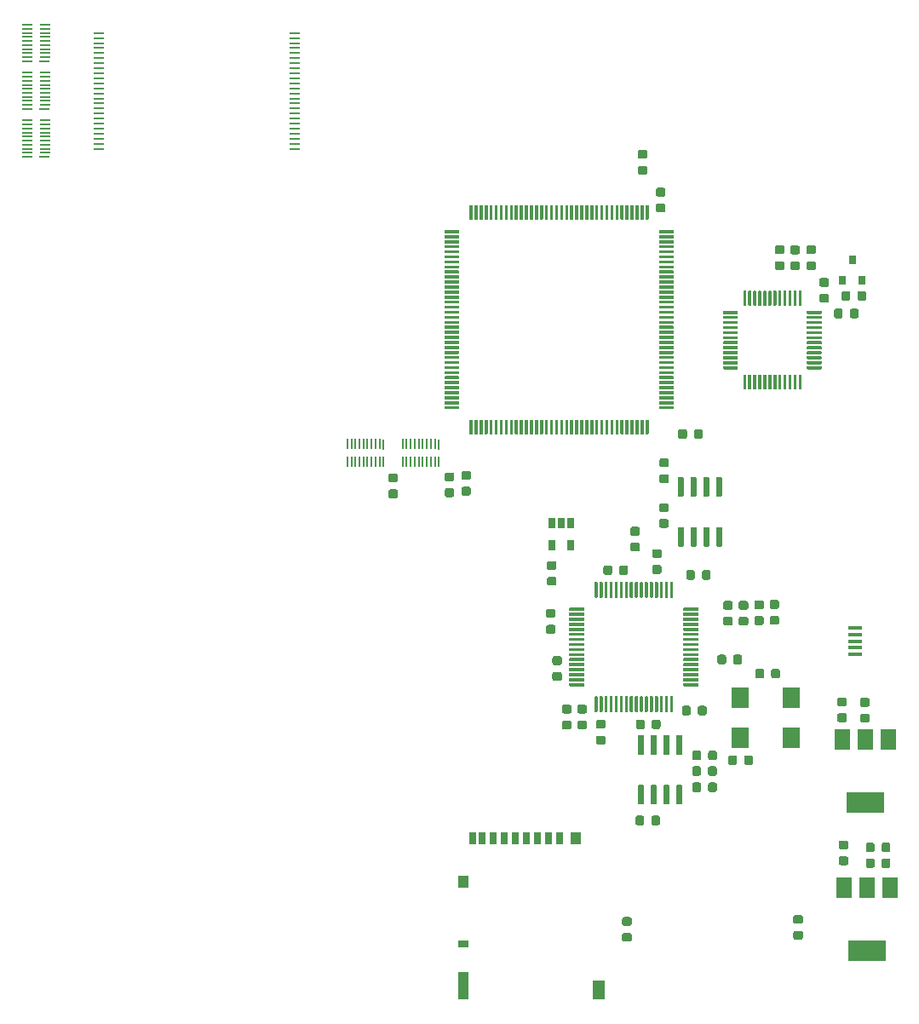
<source format=gbr>
G04 #@! TF.GenerationSoftware,KiCad,Pcbnew,(5.1.2)-1*
G04 #@! TF.CreationDate,2019-05-23T20:14:08-05:00*
G04 #@! TF.ProjectId,m68k,6d36386b-2e6b-4696-9361-645f70636258,rev?*
G04 #@! TF.SameCoordinates,Original*
G04 #@! TF.FileFunction,Paste,Top*
G04 #@! TF.FilePolarity,Positive*
%FSLAX46Y46*%
G04 Gerber Fmt 4.6, Leading zero omitted, Abs format (unit mm)*
G04 Created by KiCad (PCBNEW (5.1.2)-1) date 2019-05-23 20:14:08*
%MOMM*%
%LPD*%
G04 APERTURE LIST*
%ADD10C,0.050000*%
%ADD11C,0.875000*%
%ADD12R,0.700000X1.200000*%
%ADD13R,1.000000X1.200000*%
%ADD14R,1.000000X0.800000*%
%ADD15R,1.000000X2.800000*%
%ADD16R,1.300000X1.900000*%
%ADD17C,0.300000*%
%ADD18R,1.350000X0.400000*%
%ADD19R,0.800000X0.900000*%
%ADD20C,0.600000*%
%ADD21R,1.000000X0.200000*%
%ADD22R,1.100000X0.200000*%
%ADD23R,1.100000X0.250000*%
%ADD24R,0.200000X1.100000*%
%ADD25R,0.200000X1.000000*%
%ADD26R,0.650000X1.060000*%
%ADD27R,1.500000X2.000000*%
%ADD28R,3.800000X2.000000*%
%ADD29R,1.800000X2.000000*%
G04 APERTURE END LIST*
D10*
G36*
X99090191Y-62126053D02*
G01*
X99111426Y-62129203D01*
X99132250Y-62134419D01*
X99152462Y-62141651D01*
X99171868Y-62150830D01*
X99190281Y-62161866D01*
X99207524Y-62174654D01*
X99223430Y-62189070D01*
X99237846Y-62204976D01*
X99250634Y-62222219D01*
X99261670Y-62240632D01*
X99270849Y-62260038D01*
X99278081Y-62280250D01*
X99283297Y-62301074D01*
X99286447Y-62322309D01*
X99287500Y-62343750D01*
X99287500Y-62856250D01*
X99286447Y-62877691D01*
X99283297Y-62898926D01*
X99278081Y-62919750D01*
X99270849Y-62939962D01*
X99261670Y-62959368D01*
X99250634Y-62977781D01*
X99237846Y-62995024D01*
X99223430Y-63010930D01*
X99207524Y-63025346D01*
X99190281Y-63038134D01*
X99171868Y-63049170D01*
X99152462Y-63058349D01*
X99132250Y-63065581D01*
X99111426Y-63070797D01*
X99090191Y-63073947D01*
X99068750Y-63075000D01*
X98631250Y-63075000D01*
X98609809Y-63073947D01*
X98588574Y-63070797D01*
X98567750Y-63065581D01*
X98547538Y-63058349D01*
X98528132Y-63049170D01*
X98509719Y-63038134D01*
X98492476Y-63025346D01*
X98476570Y-63010930D01*
X98462154Y-62995024D01*
X98449366Y-62977781D01*
X98438330Y-62959368D01*
X98429151Y-62939962D01*
X98421919Y-62919750D01*
X98416703Y-62898926D01*
X98413553Y-62877691D01*
X98412500Y-62856250D01*
X98412500Y-62343750D01*
X98413553Y-62322309D01*
X98416703Y-62301074D01*
X98421919Y-62280250D01*
X98429151Y-62260038D01*
X98438330Y-62240632D01*
X98449366Y-62222219D01*
X98462154Y-62204976D01*
X98476570Y-62189070D01*
X98492476Y-62174654D01*
X98509719Y-62161866D01*
X98528132Y-62150830D01*
X98547538Y-62141651D01*
X98567750Y-62134419D01*
X98588574Y-62129203D01*
X98609809Y-62126053D01*
X98631250Y-62125000D01*
X99068750Y-62125000D01*
X99090191Y-62126053D01*
X99090191Y-62126053D01*
G37*
D11*
X98850000Y-62600000D03*
D10*
G36*
X97515191Y-62126053D02*
G01*
X97536426Y-62129203D01*
X97557250Y-62134419D01*
X97577462Y-62141651D01*
X97596868Y-62150830D01*
X97615281Y-62161866D01*
X97632524Y-62174654D01*
X97648430Y-62189070D01*
X97662846Y-62204976D01*
X97675634Y-62222219D01*
X97686670Y-62240632D01*
X97695849Y-62260038D01*
X97703081Y-62280250D01*
X97708297Y-62301074D01*
X97711447Y-62322309D01*
X97712500Y-62343750D01*
X97712500Y-62856250D01*
X97711447Y-62877691D01*
X97708297Y-62898926D01*
X97703081Y-62919750D01*
X97695849Y-62939962D01*
X97686670Y-62959368D01*
X97675634Y-62977781D01*
X97662846Y-62995024D01*
X97648430Y-63010930D01*
X97632524Y-63025346D01*
X97615281Y-63038134D01*
X97596868Y-63049170D01*
X97577462Y-63058349D01*
X97557250Y-63065581D01*
X97536426Y-63070797D01*
X97515191Y-63073947D01*
X97493750Y-63075000D01*
X97056250Y-63075000D01*
X97034809Y-63073947D01*
X97013574Y-63070797D01*
X96992750Y-63065581D01*
X96972538Y-63058349D01*
X96953132Y-63049170D01*
X96934719Y-63038134D01*
X96917476Y-63025346D01*
X96901570Y-63010930D01*
X96887154Y-62995024D01*
X96874366Y-62977781D01*
X96863330Y-62959368D01*
X96854151Y-62939962D01*
X96846919Y-62919750D01*
X96841703Y-62898926D01*
X96838553Y-62877691D01*
X96837500Y-62856250D01*
X96837500Y-62343750D01*
X96838553Y-62322309D01*
X96841703Y-62301074D01*
X96846919Y-62280250D01*
X96854151Y-62260038D01*
X96863330Y-62240632D01*
X96874366Y-62222219D01*
X96887154Y-62204976D01*
X96901570Y-62189070D01*
X96917476Y-62174654D01*
X96934719Y-62161866D01*
X96953132Y-62150830D01*
X96972538Y-62141651D01*
X96992750Y-62134419D01*
X97013574Y-62129203D01*
X97034809Y-62126053D01*
X97056250Y-62125000D01*
X97493750Y-62125000D01*
X97515191Y-62126053D01*
X97515191Y-62126053D01*
G37*
D11*
X97275000Y-62600000D03*
D12*
X76421000Y-102765000D03*
X77371000Y-102765000D03*
X85071000Y-102765000D03*
X83971000Y-102765000D03*
X82871000Y-102765000D03*
X81771000Y-102765000D03*
X80671000Y-102765000D03*
X79571000Y-102765000D03*
X78471000Y-102765000D03*
D13*
X86621000Y-102765000D03*
X75471000Y-107065000D03*
D14*
X75471000Y-113265000D03*
D15*
X75471000Y-117415000D03*
D16*
X88971000Y-117865000D03*
D10*
G36*
X95727691Y-66601053D02*
G01*
X95748926Y-66604203D01*
X95769750Y-66609419D01*
X95789962Y-66616651D01*
X95809368Y-66625830D01*
X95827781Y-66636866D01*
X95845024Y-66649654D01*
X95860930Y-66664070D01*
X95875346Y-66679976D01*
X95888134Y-66697219D01*
X95899170Y-66715632D01*
X95908349Y-66735038D01*
X95915581Y-66755250D01*
X95920797Y-66776074D01*
X95923947Y-66797309D01*
X95925000Y-66818750D01*
X95925000Y-67256250D01*
X95923947Y-67277691D01*
X95920797Y-67298926D01*
X95915581Y-67319750D01*
X95908349Y-67339962D01*
X95899170Y-67359368D01*
X95888134Y-67377781D01*
X95875346Y-67395024D01*
X95860930Y-67410930D01*
X95845024Y-67425346D01*
X95827781Y-67438134D01*
X95809368Y-67449170D01*
X95789962Y-67458349D01*
X95769750Y-67465581D01*
X95748926Y-67470797D01*
X95727691Y-67473947D01*
X95706250Y-67475000D01*
X95193750Y-67475000D01*
X95172309Y-67473947D01*
X95151074Y-67470797D01*
X95130250Y-67465581D01*
X95110038Y-67458349D01*
X95090632Y-67449170D01*
X95072219Y-67438134D01*
X95054976Y-67425346D01*
X95039070Y-67410930D01*
X95024654Y-67395024D01*
X95011866Y-67377781D01*
X95000830Y-67359368D01*
X94991651Y-67339962D01*
X94984419Y-67319750D01*
X94979203Y-67298926D01*
X94976053Y-67277691D01*
X94975000Y-67256250D01*
X94975000Y-66818750D01*
X94976053Y-66797309D01*
X94979203Y-66776074D01*
X94984419Y-66755250D01*
X94991651Y-66735038D01*
X95000830Y-66715632D01*
X95011866Y-66697219D01*
X95024654Y-66679976D01*
X95039070Y-66664070D01*
X95054976Y-66649654D01*
X95072219Y-66636866D01*
X95090632Y-66625830D01*
X95110038Y-66616651D01*
X95130250Y-66609419D01*
X95151074Y-66604203D01*
X95172309Y-66601053D01*
X95193750Y-66600000D01*
X95706250Y-66600000D01*
X95727691Y-66601053D01*
X95727691Y-66601053D01*
G37*
D11*
X95450000Y-67037500D03*
D10*
G36*
X95727691Y-65026053D02*
G01*
X95748926Y-65029203D01*
X95769750Y-65034419D01*
X95789962Y-65041651D01*
X95809368Y-65050830D01*
X95827781Y-65061866D01*
X95845024Y-65074654D01*
X95860930Y-65089070D01*
X95875346Y-65104976D01*
X95888134Y-65122219D01*
X95899170Y-65140632D01*
X95908349Y-65160038D01*
X95915581Y-65180250D01*
X95920797Y-65201074D01*
X95923947Y-65222309D01*
X95925000Y-65243750D01*
X95925000Y-65681250D01*
X95923947Y-65702691D01*
X95920797Y-65723926D01*
X95915581Y-65744750D01*
X95908349Y-65764962D01*
X95899170Y-65784368D01*
X95888134Y-65802781D01*
X95875346Y-65820024D01*
X95860930Y-65835930D01*
X95845024Y-65850346D01*
X95827781Y-65863134D01*
X95809368Y-65874170D01*
X95789962Y-65883349D01*
X95769750Y-65890581D01*
X95748926Y-65895797D01*
X95727691Y-65898947D01*
X95706250Y-65900000D01*
X95193750Y-65900000D01*
X95172309Y-65898947D01*
X95151074Y-65895797D01*
X95130250Y-65890581D01*
X95110038Y-65883349D01*
X95090632Y-65874170D01*
X95072219Y-65863134D01*
X95054976Y-65850346D01*
X95039070Y-65835930D01*
X95024654Y-65820024D01*
X95011866Y-65802781D01*
X95000830Y-65784368D01*
X94991651Y-65764962D01*
X94984419Y-65744750D01*
X94979203Y-65723926D01*
X94976053Y-65702691D01*
X94975000Y-65681250D01*
X94975000Y-65243750D01*
X94976053Y-65222309D01*
X94979203Y-65201074D01*
X94984419Y-65180250D01*
X94991651Y-65160038D01*
X95000830Y-65140632D01*
X95011866Y-65122219D01*
X95024654Y-65104976D01*
X95039070Y-65089070D01*
X95054976Y-65074654D01*
X95072219Y-65061866D01*
X95090632Y-65050830D01*
X95110038Y-65041651D01*
X95130250Y-65034419D01*
X95151074Y-65029203D01*
X95172309Y-65026053D01*
X95193750Y-65025000D01*
X95706250Y-65025000D01*
X95727691Y-65026053D01*
X95727691Y-65026053D01*
G37*
D11*
X95450000Y-65462500D03*
D10*
G36*
X98812351Y-87372961D02*
G01*
X98819632Y-87374041D01*
X98826771Y-87375829D01*
X98833701Y-87378309D01*
X98840355Y-87381456D01*
X98846668Y-87385240D01*
X98852579Y-87389624D01*
X98858033Y-87394567D01*
X98862976Y-87400021D01*
X98867360Y-87405932D01*
X98871144Y-87412245D01*
X98874291Y-87418899D01*
X98876771Y-87425829D01*
X98878559Y-87432968D01*
X98879639Y-87440249D01*
X98880000Y-87447600D01*
X98880000Y-87597600D01*
X98879639Y-87604951D01*
X98878559Y-87612232D01*
X98876771Y-87619371D01*
X98874291Y-87626301D01*
X98871144Y-87632955D01*
X98867360Y-87639268D01*
X98862976Y-87645179D01*
X98858033Y-87650633D01*
X98852579Y-87655576D01*
X98846668Y-87659960D01*
X98840355Y-87663744D01*
X98833701Y-87666891D01*
X98826771Y-87669371D01*
X98819632Y-87671159D01*
X98812351Y-87672239D01*
X98805000Y-87672600D01*
X97405000Y-87672600D01*
X97397649Y-87672239D01*
X97390368Y-87671159D01*
X97383229Y-87669371D01*
X97376299Y-87666891D01*
X97369645Y-87663744D01*
X97363332Y-87659960D01*
X97357421Y-87655576D01*
X97351967Y-87650633D01*
X97347024Y-87645179D01*
X97342640Y-87639268D01*
X97338856Y-87632955D01*
X97335709Y-87626301D01*
X97333229Y-87619371D01*
X97331441Y-87612232D01*
X97330361Y-87604951D01*
X97330000Y-87597600D01*
X97330000Y-87447600D01*
X97330361Y-87440249D01*
X97331441Y-87432968D01*
X97333229Y-87425829D01*
X97335709Y-87418899D01*
X97338856Y-87412245D01*
X97342640Y-87405932D01*
X97347024Y-87400021D01*
X97351967Y-87394567D01*
X97357421Y-87389624D01*
X97363332Y-87385240D01*
X97369645Y-87381456D01*
X97376299Y-87378309D01*
X97383229Y-87375829D01*
X97390368Y-87374041D01*
X97397649Y-87372961D01*
X97405000Y-87372600D01*
X98805000Y-87372600D01*
X98812351Y-87372961D01*
X98812351Y-87372961D01*
G37*
D17*
X98105000Y-87522600D03*
D10*
G36*
X98812351Y-86872961D02*
G01*
X98819632Y-86874041D01*
X98826771Y-86875829D01*
X98833701Y-86878309D01*
X98840355Y-86881456D01*
X98846668Y-86885240D01*
X98852579Y-86889624D01*
X98858033Y-86894567D01*
X98862976Y-86900021D01*
X98867360Y-86905932D01*
X98871144Y-86912245D01*
X98874291Y-86918899D01*
X98876771Y-86925829D01*
X98878559Y-86932968D01*
X98879639Y-86940249D01*
X98880000Y-86947600D01*
X98880000Y-87097600D01*
X98879639Y-87104951D01*
X98878559Y-87112232D01*
X98876771Y-87119371D01*
X98874291Y-87126301D01*
X98871144Y-87132955D01*
X98867360Y-87139268D01*
X98862976Y-87145179D01*
X98858033Y-87150633D01*
X98852579Y-87155576D01*
X98846668Y-87159960D01*
X98840355Y-87163744D01*
X98833701Y-87166891D01*
X98826771Y-87169371D01*
X98819632Y-87171159D01*
X98812351Y-87172239D01*
X98805000Y-87172600D01*
X97405000Y-87172600D01*
X97397649Y-87172239D01*
X97390368Y-87171159D01*
X97383229Y-87169371D01*
X97376299Y-87166891D01*
X97369645Y-87163744D01*
X97363332Y-87159960D01*
X97357421Y-87155576D01*
X97351967Y-87150633D01*
X97347024Y-87145179D01*
X97342640Y-87139268D01*
X97338856Y-87132955D01*
X97335709Y-87126301D01*
X97333229Y-87119371D01*
X97331441Y-87112232D01*
X97330361Y-87104951D01*
X97330000Y-87097600D01*
X97330000Y-86947600D01*
X97330361Y-86940249D01*
X97331441Y-86932968D01*
X97333229Y-86925829D01*
X97335709Y-86918899D01*
X97338856Y-86912245D01*
X97342640Y-86905932D01*
X97347024Y-86900021D01*
X97351967Y-86894567D01*
X97357421Y-86889624D01*
X97363332Y-86885240D01*
X97369645Y-86881456D01*
X97376299Y-86878309D01*
X97383229Y-86875829D01*
X97390368Y-86874041D01*
X97397649Y-86872961D01*
X97405000Y-86872600D01*
X98805000Y-86872600D01*
X98812351Y-86872961D01*
X98812351Y-86872961D01*
G37*
D17*
X98105000Y-87022600D03*
D10*
G36*
X98812351Y-86372961D02*
G01*
X98819632Y-86374041D01*
X98826771Y-86375829D01*
X98833701Y-86378309D01*
X98840355Y-86381456D01*
X98846668Y-86385240D01*
X98852579Y-86389624D01*
X98858033Y-86394567D01*
X98862976Y-86400021D01*
X98867360Y-86405932D01*
X98871144Y-86412245D01*
X98874291Y-86418899D01*
X98876771Y-86425829D01*
X98878559Y-86432968D01*
X98879639Y-86440249D01*
X98880000Y-86447600D01*
X98880000Y-86597600D01*
X98879639Y-86604951D01*
X98878559Y-86612232D01*
X98876771Y-86619371D01*
X98874291Y-86626301D01*
X98871144Y-86632955D01*
X98867360Y-86639268D01*
X98862976Y-86645179D01*
X98858033Y-86650633D01*
X98852579Y-86655576D01*
X98846668Y-86659960D01*
X98840355Y-86663744D01*
X98833701Y-86666891D01*
X98826771Y-86669371D01*
X98819632Y-86671159D01*
X98812351Y-86672239D01*
X98805000Y-86672600D01*
X97405000Y-86672600D01*
X97397649Y-86672239D01*
X97390368Y-86671159D01*
X97383229Y-86669371D01*
X97376299Y-86666891D01*
X97369645Y-86663744D01*
X97363332Y-86659960D01*
X97357421Y-86655576D01*
X97351967Y-86650633D01*
X97347024Y-86645179D01*
X97342640Y-86639268D01*
X97338856Y-86632955D01*
X97335709Y-86626301D01*
X97333229Y-86619371D01*
X97331441Y-86612232D01*
X97330361Y-86604951D01*
X97330000Y-86597600D01*
X97330000Y-86447600D01*
X97330361Y-86440249D01*
X97331441Y-86432968D01*
X97333229Y-86425829D01*
X97335709Y-86418899D01*
X97338856Y-86412245D01*
X97342640Y-86405932D01*
X97347024Y-86400021D01*
X97351967Y-86394567D01*
X97357421Y-86389624D01*
X97363332Y-86385240D01*
X97369645Y-86381456D01*
X97376299Y-86378309D01*
X97383229Y-86375829D01*
X97390368Y-86374041D01*
X97397649Y-86372961D01*
X97405000Y-86372600D01*
X98805000Y-86372600D01*
X98812351Y-86372961D01*
X98812351Y-86372961D01*
G37*
D17*
X98105000Y-86522600D03*
D10*
G36*
X98812351Y-85872961D02*
G01*
X98819632Y-85874041D01*
X98826771Y-85875829D01*
X98833701Y-85878309D01*
X98840355Y-85881456D01*
X98846668Y-85885240D01*
X98852579Y-85889624D01*
X98858033Y-85894567D01*
X98862976Y-85900021D01*
X98867360Y-85905932D01*
X98871144Y-85912245D01*
X98874291Y-85918899D01*
X98876771Y-85925829D01*
X98878559Y-85932968D01*
X98879639Y-85940249D01*
X98880000Y-85947600D01*
X98880000Y-86097600D01*
X98879639Y-86104951D01*
X98878559Y-86112232D01*
X98876771Y-86119371D01*
X98874291Y-86126301D01*
X98871144Y-86132955D01*
X98867360Y-86139268D01*
X98862976Y-86145179D01*
X98858033Y-86150633D01*
X98852579Y-86155576D01*
X98846668Y-86159960D01*
X98840355Y-86163744D01*
X98833701Y-86166891D01*
X98826771Y-86169371D01*
X98819632Y-86171159D01*
X98812351Y-86172239D01*
X98805000Y-86172600D01*
X97405000Y-86172600D01*
X97397649Y-86172239D01*
X97390368Y-86171159D01*
X97383229Y-86169371D01*
X97376299Y-86166891D01*
X97369645Y-86163744D01*
X97363332Y-86159960D01*
X97357421Y-86155576D01*
X97351967Y-86150633D01*
X97347024Y-86145179D01*
X97342640Y-86139268D01*
X97338856Y-86132955D01*
X97335709Y-86126301D01*
X97333229Y-86119371D01*
X97331441Y-86112232D01*
X97330361Y-86104951D01*
X97330000Y-86097600D01*
X97330000Y-85947600D01*
X97330361Y-85940249D01*
X97331441Y-85932968D01*
X97333229Y-85925829D01*
X97335709Y-85918899D01*
X97338856Y-85912245D01*
X97342640Y-85905932D01*
X97347024Y-85900021D01*
X97351967Y-85894567D01*
X97357421Y-85889624D01*
X97363332Y-85885240D01*
X97369645Y-85881456D01*
X97376299Y-85878309D01*
X97383229Y-85875829D01*
X97390368Y-85874041D01*
X97397649Y-85872961D01*
X97405000Y-85872600D01*
X98805000Y-85872600D01*
X98812351Y-85872961D01*
X98812351Y-85872961D01*
G37*
D17*
X98105000Y-86022600D03*
D10*
G36*
X98812351Y-85372961D02*
G01*
X98819632Y-85374041D01*
X98826771Y-85375829D01*
X98833701Y-85378309D01*
X98840355Y-85381456D01*
X98846668Y-85385240D01*
X98852579Y-85389624D01*
X98858033Y-85394567D01*
X98862976Y-85400021D01*
X98867360Y-85405932D01*
X98871144Y-85412245D01*
X98874291Y-85418899D01*
X98876771Y-85425829D01*
X98878559Y-85432968D01*
X98879639Y-85440249D01*
X98880000Y-85447600D01*
X98880000Y-85597600D01*
X98879639Y-85604951D01*
X98878559Y-85612232D01*
X98876771Y-85619371D01*
X98874291Y-85626301D01*
X98871144Y-85632955D01*
X98867360Y-85639268D01*
X98862976Y-85645179D01*
X98858033Y-85650633D01*
X98852579Y-85655576D01*
X98846668Y-85659960D01*
X98840355Y-85663744D01*
X98833701Y-85666891D01*
X98826771Y-85669371D01*
X98819632Y-85671159D01*
X98812351Y-85672239D01*
X98805000Y-85672600D01*
X97405000Y-85672600D01*
X97397649Y-85672239D01*
X97390368Y-85671159D01*
X97383229Y-85669371D01*
X97376299Y-85666891D01*
X97369645Y-85663744D01*
X97363332Y-85659960D01*
X97357421Y-85655576D01*
X97351967Y-85650633D01*
X97347024Y-85645179D01*
X97342640Y-85639268D01*
X97338856Y-85632955D01*
X97335709Y-85626301D01*
X97333229Y-85619371D01*
X97331441Y-85612232D01*
X97330361Y-85604951D01*
X97330000Y-85597600D01*
X97330000Y-85447600D01*
X97330361Y-85440249D01*
X97331441Y-85432968D01*
X97333229Y-85425829D01*
X97335709Y-85418899D01*
X97338856Y-85412245D01*
X97342640Y-85405932D01*
X97347024Y-85400021D01*
X97351967Y-85394567D01*
X97357421Y-85389624D01*
X97363332Y-85385240D01*
X97369645Y-85381456D01*
X97376299Y-85378309D01*
X97383229Y-85375829D01*
X97390368Y-85374041D01*
X97397649Y-85372961D01*
X97405000Y-85372600D01*
X98805000Y-85372600D01*
X98812351Y-85372961D01*
X98812351Y-85372961D01*
G37*
D17*
X98105000Y-85522600D03*
D10*
G36*
X98812351Y-84872961D02*
G01*
X98819632Y-84874041D01*
X98826771Y-84875829D01*
X98833701Y-84878309D01*
X98840355Y-84881456D01*
X98846668Y-84885240D01*
X98852579Y-84889624D01*
X98858033Y-84894567D01*
X98862976Y-84900021D01*
X98867360Y-84905932D01*
X98871144Y-84912245D01*
X98874291Y-84918899D01*
X98876771Y-84925829D01*
X98878559Y-84932968D01*
X98879639Y-84940249D01*
X98880000Y-84947600D01*
X98880000Y-85097600D01*
X98879639Y-85104951D01*
X98878559Y-85112232D01*
X98876771Y-85119371D01*
X98874291Y-85126301D01*
X98871144Y-85132955D01*
X98867360Y-85139268D01*
X98862976Y-85145179D01*
X98858033Y-85150633D01*
X98852579Y-85155576D01*
X98846668Y-85159960D01*
X98840355Y-85163744D01*
X98833701Y-85166891D01*
X98826771Y-85169371D01*
X98819632Y-85171159D01*
X98812351Y-85172239D01*
X98805000Y-85172600D01*
X97405000Y-85172600D01*
X97397649Y-85172239D01*
X97390368Y-85171159D01*
X97383229Y-85169371D01*
X97376299Y-85166891D01*
X97369645Y-85163744D01*
X97363332Y-85159960D01*
X97357421Y-85155576D01*
X97351967Y-85150633D01*
X97347024Y-85145179D01*
X97342640Y-85139268D01*
X97338856Y-85132955D01*
X97335709Y-85126301D01*
X97333229Y-85119371D01*
X97331441Y-85112232D01*
X97330361Y-85104951D01*
X97330000Y-85097600D01*
X97330000Y-84947600D01*
X97330361Y-84940249D01*
X97331441Y-84932968D01*
X97333229Y-84925829D01*
X97335709Y-84918899D01*
X97338856Y-84912245D01*
X97342640Y-84905932D01*
X97347024Y-84900021D01*
X97351967Y-84894567D01*
X97357421Y-84889624D01*
X97363332Y-84885240D01*
X97369645Y-84881456D01*
X97376299Y-84878309D01*
X97383229Y-84875829D01*
X97390368Y-84874041D01*
X97397649Y-84872961D01*
X97405000Y-84872600D01*
X98805000Y-84872600D01*
X98812351Y-84872961D01*
X98812351Y-84872961D01*
G37*
D17*
X98105000Y-85022600D03*
D10*
G36*
X98812351Y-84372961D02*
G01*
X98819632Y-84374041D01*
X98826771Y-84375829D01*
X98833701Y-84378309D01*
X98840355Y-84381456D01*
X98846668Y-84385240D01*
X98852579Y-84389624D01*
X98858033Y-84394567D01*
X98862976Y-84400021D01*
X98867360Y-84405932D01*
X98871144Y-84412245D01*
X98874291Y-84418899D01*
X98876771Y-84425829D01*
X98878559Y-84432968D01*
X98879639Y-84440249D01*
X98880000Y-84447600D01*
X98880000Y-84597600D01*
X98879639Y-84604951D01*
X98878559Y-84612232D01*
X98876771Y-84619371D01*
X98874291Y-84626301D01*
X98871144Y-84632955D01*
X98867360Y-84639268D01*
X98862976Y-84645179D01*
X98858033Y-84650633D01*
X98852579Y-84655576D01*
X98846668Y-84659960D01*
X98840355Y-84663744D01*
X98833701Y-84666891D01*
X98826771Y-84669371D01*
X98819632Y-84671159D01*
X98812351Y-84672239D01*
X98805000Y-84672600D01*
X97405000Y-84672600D01*
X97397649Y-84672239D01*
X97390368Y-84671159D01*
X97383229Y-84669371D01*
X97376299Y-84666891D01*
X97369645Y-84663744D01*
X97363332Y-84659960D01*
X97357421Y-84655576D01*
X97351967Y-84650633D01*
X97347024Y-84645179D01*
X97342640Y-84639268D01*
X97338856Y-84632955D01*
X97335709Y-84626301D01*
X97333229Y-84619371D01*
X97331441Y-84612232D01*
X97330361Y-84604951D01*
X97330000Y-84597600D01*
X97330000Y-84447600D01*
X97330361Y-84440249D01*
X97331441Y-84432968D01*
X97333229Y-84425829D01*
X97335709Y-84418899D01*
X97338856Y-84412245D01*
X97342640Y-84405932D01*
X97347024Y-84400021D01*
X97351967Y-84394567D01*
X97357421Y-84389624D01*
X97363332Y-84385240D01*
X97369645Y-84381456D01*
X97376299Y-84378309D01*
X97383229Y-84375829D01*
X97390368Y-84374041D01*
X97397649Y-84372961D01*
X97405000Y-84372600D01*
X98805000Y-84372600D01*
X98812351Y-84372961D01*
X98812351Y-84372961D01*
G37*
D17*
X98105000Y-84522600D03*
D10*
G36*
X98812351Y-83872961D02*
G01*
X98819632Y-83874041D01*
X98826771Y-83875829D01*
X98833701Y-83878309D01*
X98840355Y-83881456D01*
X98846668Y-83885240D01*
X98852579Y-83889624D01*
X98858033Y-83894567D01*
X98862976Y-83900021D01*
X98867360Y-83905932D01*
X98871144Y-83912245D01*
X98874291Y-83918899D01*
X98876771Y-83925829D01*
X98878559Y-83932968D01*
X98879639Y-83940249D01*
X98880000Y-83947600D01*
X98880000Y-84097600D01*
X98879639Y-84104951D01*
X98878559Y-84112232D01*
X98876771Y-84119371D01*
X98874291Y-84126301D01*
X98871144Y-84132955D01*
X98867360Y-84139268D01*
X98862976Y-84145179D01*
X98858033Y-84150633D01*
X98852579Y-84155576D01*
X98846668Y-84159960D01*
X98840355Y-84163744D01*
X98833701Y-84166891D01*
X98826771Y-84169371D01*
X98819632Y-84171159D01*
X98812351Y-84172239D01*
X98805000Y-84172600D01*
X97405000Y-84172600D01*
X97397649Y-84172239D01*
X97390368Y-84171159D01*
X97383229Y-84169371D01*
X97376299Y-84166891D01*
X97369645Y-84163744D01*
X97363332Y-84159960D01*
X97357421Y-84155576D01*
X97351967Y-84150633D01*
X97347024Y-84145179D01*
X97342640Y-84139268D01*
X97338856Y-84132955D01*
X97335709Y-84126301D01*
X97333229Y-84119371D01*
X97331441Y-84112232D01*
X97330361Y-84104951D01*
X97330000Y-84097600D01*
X97330000Y-83947600D01*
X97330361Y-83940249D01*
X97331441Y-83932968D01*
X97333229Y-83925829D01*
X97335709Y-83918899D01*
X97338856Y-83912245D01*
X97342640Y-83905932D01*
X97347024Y-83900021D01*
X97351967Y-83894567D01*
X97357421Y-83889624D01*
X97363332Y-83885240D01*
X97369645Y-83881456D01*
X97376299Y-83878309D01*
X97383229Y-83875829D01*
X97390368Y-83874041D01*
X97397649Y-83872961D01*
X97405000Y-83872600D01*
X98805000Y-83872600D01*
X98812351Y-83872961D01*
X98812351Y-83872961D01*
G37*
D17*
X98105000Y-84022600D03*
D10*
G36*
X98812351Y-83372961D02*
G01*
X98819632Y-83374041D01*
X98826771Y-83375829D01*
X98833701Y-83378309D01*
X98840355Y-83381456D01*
X98846668Y-83385240D01*
X98852579Y-83389624D01*
X98858033Y-83394567D01*
X98862976Y-83400021D01*
X98867360Y-83405932D01*
X98871144Y-83412245D01*
X98874291Y-83418899D01*
X98876771Y-83425829D01*
X98878559Y-83432968D01*
X98879639Y-83440249D01*
X98880000Y-83447600D01*
X98880000Y-83597600D01*
X98879639Y-83604951D01*
X98878559Y-83612232D01*
X98876771Y-83619371D01*
X98874291Y-83626301D01*
X98871144Y-83632955D01*
X98867360Y-83639268D01*
X98862976Y-83645179D01*
X98858033Y-83650633D01*
X98852579Y-83655576D01*
X98846668Y-83659960D01*
X98840355Y-83663744D01*
X98833701Y-83666891D01*
X98826771Y-83669371D01*
X98819632Y-83671159D01*
X98812351Y-83672239D01*
X98805000Y-83672600D01*
X97405000Y-83672600D01*
X97397649Y-83672239D01*
X97390368Y-83671159D01*
X97383229Y-83669371D01*
X97376299Y-83666891D01*
X97369645Y-83663744D01*
X97363332Y-83659960D01*
X97357421Y-83655576D01*
X97351967Y-83650633D01*
X97347024Y-83645179D01*
X97342640Y-83639268D01*
X97338856Y-83632955D01*
X97335709Y-83626301D01*
X97333229Y-83619371D01*
X97331441Y-83612232D01*
X97330361Y-83604951D01*
X97330000Y-83597600D01*
X97330000Y-83447600D01*
X97330361Y-83440249D01*
X97331441Y-83432968D01*
X97333229Y-83425829D01*
X97335709Y-83418899D01*
X97338856Y-83412245D01*
X97342640Y-83405932D01*
X97347024Y-83400021D01*
X97351967Y-83394567D01*
X97357421Y-83389624D01*
X97363332Y-83385240D01*
X97369645Y-83381456D01*
X97376299Y-83378309D01*
X97383229Y-83375829D01*
X97390368Y-83374041D01*
X97397649Y-83372961D01*
X97405000Y-83372600D01*
X98805000Y-83372600D01*
X98812351Y-83372961D01*
X98812351Y-83372961D01*
G37*
D17*
X98105000Y-83522600D03*
D10*
G36*
X98812351Y-82872961D02*
G01*
X98819632Y-82874041D01*
X98826771Y-82875829D01*
X98833701Y-82878309D01*
X98840355Y-82881456D01*
X98846668Y-82885240D01*
X98852579Y-82889624D01*
X98858033Y-82894567D01*
X98862976Y-82900021D01*
X98867360Y-82905932D01*
X98871144Y-82912245D01*
X98874291Y-82918899D01*
X98876771Y-82925829D01*
X98878559Y-82932968D01*
X98879639Y-82940249D01*
X98880000Y-82947600D01*
X98880000Y-83097600D01*
X98879639Y-83104951D01*
X98878559Y-83112232D01*
X98876771Y-83119371D01*
X98874291Y-83126301D01*
X98871144Y-83132955D01*
X98867360Y-83139268D01*
X98862976Y-83145179D01*
X98858033Y-83150633D01*
X98852579Y-83155576D01*
X98846668Y-83159960D01*
X98840355Y-83163744D01*
X98833701Y-83166891D01*
X98826771Y-83169371D01*
X98819632Y-83171159D01*
X98812351Y-83172239D01*
X98805000Y-83172600D01*
X97405000Y-83172600D01*
X97397649Y-83172239D01*
X97390368Y-83171159D01*
X97383229Y-83169371D01*
X97376299Y-83166891D01*
X97369645Y-83163744D01*
X97363332Y-83159960D01*
X97357421Y-83155576D01*
X97351967Y-83150633D01*
X97347024Y-83145179D01*
X97342640Y-83139268D01*
X97338856Y-83132955D01*
X97335709Y-83126301D01*
X97333229Y-83119371D01*
X97331441Y-83112232D01*
X97330361Y-83104951D01*
X97330000Y-83097600D01*
X97330000Y-82947600D01*
X97330361Y-82940249D01*
X97331441Y-82932968D01*
X97333229Y-82925829D01*
X97335709Y-82918899D01*
X97338856Y-82912245D01*
X97342640Y-82905932D01*
X97347024Y-82900021D01*
X97351967Y-82894567D01*
X97357421Y-82889624D01*
X97363332Y-82885240D01*
X97369645Y-82881456D01*
X97376299Y-82878309D01*
X97383229Y-82875829D01*
X97390368Y-82874041D01*
X97397649Y-82872961D01*
X97405000Y-82872600D01*
X98805000Y-82872600D01*
X98812351Y-82872961D01*
X98812351Y-82872961D01*
G37*
D17*
X98105000Y-83022600D03*
D10*
G36*
X98812351Y-82372961D02*
G01*
X98819632Y-82374041D01*
X98826771Y-82375829D01*
X98833701Y-82378309D01*
X98840355Y-82381456D01*
X98846668Y-82385240D01*
X98852579Y-82389624D01*
X98858033Y-82394567D01*
X98862976Y-82400021D01*
X98867360Y-82405932D01*
X98871144Y-82412245D01*
X98874291Y-82418899D01*
X98876771Y-82425829D01*
X98878559Y-82432968D01*
X98879639Y-82440249D01*
X98880000Y-82447600D01*
X98880000Y-82597600D01*
X98879639Y-82604951D01*
X98878559Y-82612232D01*
X98876771Y-82619371D01*
X98874291Y-82626301D01*
X98871144Y-82632955D01*
X98867360Y-82639268D01*
X98862976Y-82645179D01*
X98858033Y-82650633D01*
X98852579Y-82655576D01*
X98846668Y-82659960D01*
X98840355Y-82663744D01*
X98833701Y-82666891D01*
X98826771Y-82669371D01*
X98819632Y-82671159D01*
X98812351Y-82672239D01*
X98805000Y-82672600D01*
X97405000Y-82672600D01*
X97397649Y-82672239D01*
X97390368Y-82671159D01*
X97383229Y-82669371D01*
X97376299Y-82666891D01*
X97369645Y-82663744D01*
X97363332Y-82659960D01*
X97357421Y-82655576D01*
X97351967Y-82650633D01*
X97347024Y-82645179D01*
X97342640Y-82639268D01*
X97338856Y-82632955D01*
X97335709Y-82626301D01*
X97333229Y-82619371D01*
X97331441Y-82612232D01*
X97330361Y-82604951D01*
X97330000Y-82597600D01*
X97330000Y-82447600D01*
X97330361Y-82440249D01*
X97331441Y-82432968D01*
X97333229Y-82425829D01*
X97335709Y-82418899D01*
X97338856Y-82412245D01*
X97342640Y-82405932D01*
X97347024Y-82400021D01*
X97351967Y-82394567D01*
X97357421Y-82389624D01*
X97363332Y-82385240D01*
X97369645Y-82381456D01*
X97376299Y-82378309D01*
X97383229Y-82375829D01*
X97390368Y-82374041D01*
X97397649Y-82372961D01*
X97405000Y-82372600D01*
X98805000Y-82372600D01*
X98812351Y-82372961D01*
X98812351Y-82372961D01*
G37*
D17*
X98105000Y-82522600D03*
D10*
G36*
X98812351Y-81872961D02*
G01*
X98819632Y-81874041D01*
X98826771Y-81875829D01*
X98833701Y-81878309D01*
X98840355Y-81881456D01*
X98846668Y-81885240D01*
X98852579Y-81889624D01*
X98858033Y-81894567D01*
X98862976Y-81900021D01*
X98867360Y-81905932D01*
X98871144Y-81912245D01*
X98874291Y-81918899D01*
X98876771Y-81925829D01*
X98878559Y-81932968D01*
X98879639Y-81940249D01*
X98880000Y-81947600D01*
X98880000Y-82097600D01*
X98879639Y-82104951D01*
X98878559Y-82112232D01*
X98876771Y-82119371D01*
X98874291Y-82126301D01*
X98871144Y-82132955D01*
X98867360Y-82139268D01*
X98862976Y-82145179D01*
X98858033Y-82150633D01*
X98852579Y-82155576D01*
X98846668Y-82159960D01*
X98840355Y-82163744D01*
X98833701Y-82166891D01*
X98826771Y-82169371D01*
X98819632Y-82171159D01*
X98812351Y-82172239D01*
X98805000Y-82172600D01*
X97405000Y-82172600D01*
X97397649Y-82172239D01*
X97390368Y-82171159D01*
X97383229Y-82169371D01*
X97376299Y-82166891D01*
X97369645Y-82163744D01*
X97363332Y-82159960D01*
X97357421Y-82155576D01*
X97351967Y-82150633D01*
X97347024Y-82145179D01*
X97342640Y-82139268D01*
X97338856Y-82132955D01*
X97335709Y-82126301D01*
X97333229Y-82119371D01*
X97331441Y-82112232D01*
X97330361Y-82104951D01*
X97330000Y-82097600D01*
X97330000Y-81947600D01*
X97330361Y-81940249D01*
X97331441Y-81932968D01*
X97333229Y-81925829D01*
X97335709Y-81918899D01*
X97338856Y-81912245D01*
X97342640Y-81905932D01*
X97347024Y-81900021D01*
X97351967Y-81894567D01*
X97357421Y-81889624D01*
X97363332Y-81885240D01*
X97369645Y-81881456D01*
X97376299Y-81878309D01*
X97383229Y-81875829D01*
X97390368Y-81874041D01*
X97397649Y-81872961D01*
X97405000Y-81872600D01*
X98805000Y-81872600D01*
X98812351Y-81872961D01*
X98812351Y-81872961D01*
G37*
D17*
X98105000Y-82022600D03*
D10*
G36*
X98812351Y-81372961D02*
G01*
X98819632Y-81374041D01*
X98826771Y-81375829D01*
X98833701Y-81378309D01*
X98840355Y-81381456D01*
X98846668Y-81385240D01*
X98852579Y-81389624D01*
X98858033Y-81394567D01*
X98862976Y-81400021D01*
X98867360Y-81405932D01*
X98871144Y-81412245D01*
X98874291Y-81418899D01*
X98876771Y-81425829D01*
X98878559Y-81432968D01*
X98879639Y-81440249D01*
X98880000Y-81447600D01*
X98880000Y-81597600D01*
X98879639Y-81604951D01*
X98878559Y-81612232D01*
X98876771Y-81619371D01*
X98874291Y-81626301D01*
X98871144Y-81632955D01*
X98867360Y-81639268D01*
X98862976Y-81645179D01*
X98858033Y-81650633D01*
X98852579Y-81655576D01*
X98846668Y-81659960D01*
X98840355Y-81663744D01*
X98833701Y-81666891D01*
X98826771Y-81669371D01*
X98819632Y-81671159D01*
X98812351Y-81672239D01*
X98805000Y-81672600D01*
X97405000Y-81672600D01*
X97397649Y-81672239D01*
X97390368Y-81671159D01*
X97383229Y-81669371D01*
X97376299Y-81666891D01*
X97369645Y-81663744D01*
X97363332Y-81659960D01*
X97357421Y-81655576D01*
X97351967Y-81650633D01*
X97347024Y-81645179D01*
X97342640Y-81639268D01*
X97338856Y-81632955D01*
X97335709Y-81626301D01*
X97333229Y-81619371D01*
X97331441Y-81612232D01*
X97330361Y-81604951D01*
X97330000Y-81597600D01*
X97330000Y-81447600D01*
X97330361Y-81440249D01*
X97331441Y-81432968D01*
X97333229Y-81425829D01*
X97335709Y-81418899D01*
X97338856Y-81412245D01*
X97342640Y-81405932D01*
X97347024Y-81400021D01*
X97351967Y-81394567D01*
X97357421Y-81389624D01*
X97363332Y-81385240D01*
X97369645Y-81381456D01*
X97376299Y-81378309D01*
X97383229Y-81375829D01*
X97390368Y-81374041D01*
X97397649Y-81372961D01*
X97405000Y-81372600D01*
X98805000Y-81372600D01*
X98812351Y-81372961D01*
X98812351Y-81372961D01*
G37*
D17*
X98105000Y-81522600D03*
D10*
G36*
X98812351Y-80872961D02*
G01*
X98819632Y-80874041D01*
X98826771Y-80875829D01*
X98833701Y-80878309D01*
X98840355Y-80881456D01*
X98846668Y-80885240D01*
X98852579Y-80889624D01*
X98858033Y-80894567D01*
X98862976Y-80900021D01*
X98867360Y-80905932D01*
X98871144Y-80912245D01*
X98874291Y-80918899D01*
X98876771Y-80925829D01*
X98878559Y-80932968D01*
X98879639Y-80940249D01*
X98880000Y-80947600D01*
X98880000Y-81097600D01*
X98879639Y-81104951D01*
X98878559Y-81112232D01*
X98876771Y-81119371D01*
X98874291Y-81126301D01*
X98871144Y-81132955D01*
X98867360Y-81139268D01*
X98862976Y-81145179D01*
X98858033Y-81150633D01*
X98852579Y-81155576D01*
X98846668Y-81159960D01*
X98840355Y-81163744D01*
X98833701Y-81166891D01*
X98826771Y-81169371D01*
X98819632Y-81171159D01*
X98812351Y-81172239D01*
X98805000Y-81172600D01*
X97405000Y-81172600D01*
X97397649Y-81172239D01*
X97390368Y-81171159D01*
X97383229Y-81169371D01*
X97376299Y-81166891D01*
X97369645Y-81163744D01*
X97363332Y-81159960D01*
X97357421Y-81155576D01*
X97351967Y-81150633D01*
X97347024Y-81145179D01*
X97342640Y-81139268D01*
X97338856Y-81132955D01*
X97335709Y-81126301D01*
X97333229Y-81119371D01*
X97331441Y-81112232D01*
X97330361Y-81104951D01*
X97330000Y-81097600D01*
X97330000Y-80947600D01*
X97330361Y-80940249D01*
X97331441Y-80932968D01*
X97333229Y-80925829D01*
X97335709Y-80918899D01*
X97338856Y-80912245D01*
X97342640Y-80905932D01*
X97347024Y-80900021D01*
X97351967Y-80894567D01*
X97357421Y-80889624D01*
X97363332Y-80885240D01*
X97369645Y-80881456D01*
X97376299Y-80878309D01*
X97383229Y-80875829D01*
X97390368Y-80874041D01*
X97397649Y-80872961D01*
X97405000Y-80872600D01*
X98805000Y-80872600D01*
X98812351Y-80872961D01*
X98812351Y-80872961D01*
G37*
D17*
X98105000Y-81022600D03*
D10*
G36*
X98812351Y-80372961D02*
G01*
X98819632Y-80374041D01*
X98826771Y-80375829D01*
X98833701Y-80378309D01*
X98840355Y-80381456D01*
X98846668Y-80385240D01*
X98852579Y-80389624D01*
X98858033Y-80394567D01*
X98862976Y-80400021D01*
X98867360Y-80405932D01*
X98871144Y-80412245D01*
X98874291Y-80418899D01*
X98876771Y-80425829D01*
X98878559Y-80432968D01*
X98879639Y-80440249D01*
X98880000Y-80447600D01*
X98880000Y-80597600D01*
X98879639Y-80604951D01*
X98878559Y-80612232D01*
X98876771Y-80619371D01*
X98874291Y-80626301D01*
X98871144Y-80632955D01*
X98867360Y-80639268D01*
X98862976Y-80645179D01*
X98858033Y-80650633D01*
X98852579Y-80655576D01*
X98846668Y-80659960D01*
X98840355Y-80663744D01*
X98833701Y-80666891D01*
X98826771Y-80669371D01*
X98819632Y-80671159D01*
X98812351Y-80672239D01*
X98805000Y-80672600D01*
X97405000Y-80672600D01*
X97397649Y-80672239D01*
X97390368Y-80671159D01*
X97383229Y-80669371D01*
X97376299Y-80666891D01*
X97369645Y-80663744D01*
X97363332Y-80659960D01*
X97357421Y-80655576D01*
X97351967Y-80650633D01*
X97347024Y-80645179D01*
X97342640Y-80639268D01*
X97338856Y-80632955D01*
X97335709Y-80626301D01*
X97333229Y-80619371D01*
X97331441Y-80612232D01*
X97330361Y-80604951D01*
X97330000Y-80597600D01*
X97330000Y-80447600D01*
X97330361Y-80440249D01*
X97331441Y-80432968D01*
X97333229Y-80425829D01*
X97335709Y-80418899D01*
X97338856Y-80412245D01*
X97342640Y-80405932D01*
X97347024Y-80400021D01*
X97351967Y-80394567D01*
X97357421Y-80389624D01*
X97363332Y-80385240D01*
X97369645Y-80381456D01*
X97376299Y-80378309D01*
X97383229Y-80375829D01*
X97390368Y-80374041D01*
X97397649Y-80372961D01*
X97405000Y-80372600D01*
X98805000Y-80372600D01*
X98812351Y-80372961D01*
X98812351Y-80372961D01*
G37*
D17*
X98105000Y-80522600D03*
D10*
G36*
X98812351Y-79872961D02*
G01*
X98819632Y-79874041D01*
X98826771Y-79875829D01*
X98833701Y-79878309D01*
X98840355Y-79881456D01*
X98846668Y-79885240D01*
X98852579Y-79889624D01*
X98858033Y-79894567D01*
X98862976Y-79900021D01*
X98867360Y-79905932D01*
X98871144Y-79912245D01*
X98874291Y-79918899D01*
X98876771Y-79925829D01*
X98878559Y-79932968D01*
X98879639Y-79940249D01*
X98880000Y-79947600D01*
X98880000Y-80097600D01*
X98879639Y-80104951D01*
X98878559Y-80112232D01*
X98876771Y-80119371D01*
X98874291Y-80126301D01*
X98871144Y-80132955D01*
X98867360Y-80139268D01*
X98862976Y-80145179D01*
X98858033Y-80150633D01*
X98852579Y-80155576D01*
X98846668Y-80159960D01*
X98840355Y-80163744D01*
X98833701Y-80166891D01*
X98826771Y-80169371D01*
X98819632Y-80171159D01*
X98812351Y-80172239D01*
X98805000Y-80172600D01*
X97405000Y-80172600D01*
X97397649Y-80172239D01*
X97390368Y-80171159D01*
X97383229Y-80169371D01*
X97376299Y-80166891D01*
X97369645Y-80163744D01*
X97363332Y-80159960D01*
X97357421Y-80155576D01*
X97351967Y-80150633D01*
X97347024Y-80145179D01*
X97342640Y-80139268D01*
X97338856Y-80132955D01*
X97335709Y-80126301D01*
X97333229Y-80119371D01*
X97331441Y-80112232D01*
X97330361Y-80104951D01*
X97330000Y-80097600D01*
X97330000Y-79947600D01*
X97330361Y-79940249D01*
X97331441Y-79932968D01*
X97333229Y-79925829D01*
X97335709Y-79918899D01*
X97338856Y-79912245D01*
X97342640Y-79905932D01*
X97347024Y-79900021D01*
X97351967Y-79894567D01*
X97357421Y-79889624D01*
X97363332Y-79885240D01*
X97369645Y-79881456D01*
X97376299Y-79878309D01*
X97383229Y-79875829D01*
X97390368Y-79874041D01*
X97397649Y-79872961D01*
X97405000Y-79872600D01*
X98805000Y-79872600D01*
X98812351Y-79872961D01*
X98812351Y-79872961D01*
G37*
D17*
X98105000Y-80022600D03*
D10*
G36*
X96262351Y-77322961D02*
G01*
X96269632Y-77324041D01*
X96276771Y-77325829D01*
X96283701Y-77328309D01*
X96290355Y-77331456D01*
X96296668Y-77335240D01*
X96302579Y-77339624D01*
X96308033Y-77344567D01*
X96312976Y-77350021D01*
X96317360Y-77355932D01*
X96321144Y-77362245D01*
X96324291Y-77368899D01*
X96326771Y-77375829D01*
X96328559Y-77382968D01*
X96329639Y-77390249D01*
X96330000Y-77397600D01*
X96330000Y-78797600D01*
X96329639Y-78804951D01*
X96328559Y-78812232D01*
X96326771Y-78819371D01*
X96324291Y-78826301D01*
X96321144Y-78832955D01*
X96317360Y-78839268D01*
X96312976Y-78845179D01*
X96308033Y-78850633D01*
X96302579Y-78855576D01*
X96296668Y-78859960D01*
X96290355Y-78863744D01*
X96283701Y-78866891D01*
X96276771Y-78869371D01*
X96269632Y-78871159D01*
X96262351Y-78872239D01*
X96255000Y-78872600D01*
X96105000Y-78872600D01*
X96097649Y-78872239D01*
X96090368Y-78871159D01*
X96083229Y-78869371D01*
X96076299Y-78866891D01*
X96069645Y-78863744D01*
X96063332Y-78859960D01*
X96057421Y-78855576D01*
X96051967Y-78850633D01*
X96047024Y-78845179D01*
X96042640Y-78839268D01*
X96038856Y-78832955D01*
X96035709Y-78826301D01*
X96033229Y-78819371D01*
X96031441Y-78812232D01*
X96030361Y-78804951D01*
X96030000Y-78797600D01*
X96030000Y-77397600D01*
X96030361Y-77390249D01*
X96031441Y-77382968D01*
X96033229Y-77375829D01*
X96035709Y-77368899D01*
X96038856Y-77362245D01*
X96042640Y-77355932D01*
X96047024Y-77350021D01*
X96051967Y-77344567D01*
X96057421Y-77339624D01*
X96063332Y-77335240D01*
X96069645Y-77331456D01*
X96076299Y-77328309D01*
X96083229Y-77325829D01*
X96090368Y-77324041D01*
X96097649Y-77322961D01*
X96105000Y-77322600D01*
X96255000Y-77322600D01*
X96262351Y-77322961D01*
X96262351Y-77322961D01*
G37*
D17*
X96180000Y-78097600D03*
D10*
G36*
X95762351Y-77322961D02*
G01*
X95769632Y-77324041D01*
X95776771Y-77325829D01*
X95783701Y-77328309D01*
X95790355Y-77331456D01*
X95796668Y-77335240D01*
X95802579Y-77339624D01*
X95808033Y-77344567D01*
X95812976Y-77350021D01*
X95817360Y-77355932D01*
X95821144Y-77362245D01*
X95824291Y-77368899D01*
X95826771Y-77375829D01*
X95828559Y-77382968D01*
X95829639Y-77390249D01*
X95830000Y-77397600D01*
X95830000Y-78797600D01*
X95829639Y-78804951D01*
X95828559Y-78812232D01*
X95826771Y-78819371D01*
X95824291Y-78826301D01*
X95821144Y-78832955D01*
X95817360Y-78839268D01*
X95812976Y-78845179D01*
X95808033Y-78850633D01*
X95802579Y-78855576D01*
X95796668Y-78859960D01*
X95790355Y-78863744D01*
X95783701Y-78866891D01*
X95776771Y-78869371D01*
X95769632Y-78871159D01*
X95762351Y-78872239D01*
X95755000Y-78872600D01*
X95605000Y-78872600D01*
X95597649Y-78872239D01*
X95590368Y-78871159D01*
X95583229Y-78869371D01*
X95576299Y-78866891D01*
X95569645Y-78863744D01*
X95563332Y-78859960D01*
X95557421Y-78855576D01*
X95551967Y-78850633D01*
X95547024Y-78845179D01*
X95542640Y-78839268D01*
X95538856Y-78832955D01*
X95535709Y-78826301D01*
X95533229Y-78819371D01*
X95531441Y-78812232D01*
X95530361Y-78804951D01*
X95530000Y-78797600D01*
X95530000Y-77397600D01*
X95530361Y-77390249D01*
X95531441Y-77382968D01*
X95533229Y-77375829D01*
X95535709Y-77368899D01*
X95538856Y-77362245D01*
X95542640Y-77355932D01*
X95547024Y-77350021D01*
X95551967Y-77344567D01*
X95557421Y-77339624D01*
X95563332Y-77335240D01*
X95569645Y-77331456D01*
X95576299Y-77328309D01*
X95583229Y-77325829D01*
X95590368Y-77324041D01*
X95597649Y-77322961D01*
X95605000Y-77322600D01*
X95755000Y-77322600D01*
X95762351Y-77322961D01*
X95762351Y-77322961D01*
G37*
D17*
X95680000Y-78097600D03*
D10*
G36*
X95262351Y-77322961D02*
G01*
X95269632Y-77324041D01*
X95276771Y-77325829D01*
X95283701Y-77328309D01*
X95290355Y-77331456D01*
X95296668Y-77335240D01*
X95302579Y-77339624D01*
X95308033Y-77344567D01*
X95312976Y-77350021D01*
X95317360Y-77355932D01*
X95321144Y-77362245D01*
X95324291Y-77368899D01*
X95326771Y-77375829D01*
X95328559Y-77382968D01*
X95329639Y-77390249D01*
X95330000Y-77397600D01*
X95330000Y-78797600D01*
X95329639Y-78804951D01*
X95328559Y-78812232D01*
X95326771Y-78819371D01*
X95324291Y-78826301D01*
X95321144Y-78832955D01*
X95317360Y-78839268D01*
X95312976Y-78845179D01*
X95308033Y-78850633D01*
X95302579Y-78855576D01*
X95296668Y-78859960D01*
X95290355Y-78863744D01*
X95283701Y-78866891D01*
X95276771Y-78869371D01*
X95269632Y-78871159D01*
X95262351Y-78872239D01*
X95255000Y-78872600D01*
X95105000Y-78872600D01*
X95097649Y-78872239D01*
X95090368Y-78871159D01*
X95083229Y-78869371D01*
X95076299Y-78866891D01*
X95069645Y-78863744D01*
X95063332Y-78859960D01*
X95057421Y-78855576D01*
X95051967Y-78850633D01*
X95047024Y-78845179D01*
X95042640Y-78839268D01*
X95038856Y-78832955D01*
X95035709Y-78826301D01*
X95033229Y-78819371D01*
X95031441Y-78812232D01*
X95030361Y-78804951D01*
X95030000Y-78797600D01*
X95030000Y-77397600D01*
X95030361Y-77390249D01*
X95031441Y-77382968D01*
X95033229Y-77375829D01*
X95035709Y-77368899D01*
X95038856Y-77362245D01*
X95042640Y-77355932D01*
X95047024Y-77350021D01*
X95051967Y-77344567D01*
X95057421Y-77339624D01*
X95063332Y-77335240D01*
X95069645Y-77331456D01*
X95076299Y-77328309D01*
X95083229Y-77325829D01*
X95090368Y-77324041D01*
X95097649Y-77322961D01*
X95105000Y-77322600D01*
X95255000Y-77322600D01*
X95262351Y-77322961D01*
X95262351Y-77322961D01*
G37*
D17*
X95180000Y-78097600D03*
D10*
G36*
X94762351Y-77322961D02*
G01*
X94769632Y-77324041D01*
X94776771Y-77325829D01*
X94783701Y-77328309D01*
X94790355Y-77331456D01*
X94796668Y-77335240D01*
X94802579Y-77339624D01*
X94808033Y-77344567D01*
X94812976Y-77350021D01*
X94817360Y-77355932D01*
X94821144Y-77362245D01*
X94824291Y-77368899D01*
X94826771Y-77375829D01*
X94828559Y-77382968D01*
X94829639Y-77390249D01*
X94830000Y-77397600D01*
X94830000Y-78797600D01*
X94829639Y-78804951D01*
X94828559Y-78812232D01*
X94826771Y-78819371D01*
X94824291Y-78826301D01*
X94821144Y-78832955D01*
X94817360Y-78839268D01*
X94812976Y-78845179D01*
X94808033Y-78850633D01*
X94802579Y-78855576D01*
X94796668Y-78859960D01*
X94790355Y-78863744D01*
X94783701Y-78866891D01*
X94776771Y-78869371D01*
X94769632Y-78871159D01*
X94762351Y-78872239D01*
X94755000Y-78872600D01*
X94605000Y-78872600D01*
X94597649Y-78872239D01*
X94590368Y-78871159D01*
X94583229Y-78869371D01*
X94576299Y-78866891D01*
X94569645Y-78863744D01*
X94563332Y-78859960D01*
X94557421Y-78855576D01*
X94551967Y-78850633D01*
X94547024Y-78845179D01*
X94542640Y-78839268D01*
X94538856Y-78832955D01*
X94535709Y-78826301D01*
X94533229Y-78819371D01*
X94531441Y-78812232D01*
X94530361Y-78804951D01*
X94530000Y-78797600D01*
X94530000Y-77397600D01*
X94530361Y-77390249D01*
X94531441Y-77382968D01*
X94533229Y-77375829D01*
X94535709Y-77368899D01*
X94538856Y-77362245D01*
X94542640Y-77355932D01*
X94547024Y-77350021D01*
X94551967Y-77344567D01*
X94557421Y-77339624D01*
X94563332Y-77335240D01*
X94569645Y-77331456D01*
X94576299Y-77328309D01*
X94583229Y-77325829D01*
X94590368Y-77324041D01*
X94597649Y-77322961D01*
X94605000Y-77322600D01*
X94755000Y-77322600D01*
X94762351Y-77322961D01*
X94762351Y-77322961D01*
G37*
D17*
X94680000Y-78097600D03*
D10*
G36*
X94262351Y-77322961D02*
G01*
X94269632Y-77324041D01*
X94276771Y-77325829D01*
X94283701Y-77328309D01*
X94290355Y-77331456D01*
X94296668Y-77335240D01*
X94302579Y-77339624D01*
X94308033Y-77344567D01*
X94312976Y-77350021D01*
X94317360Y-77355932D01*
X94321144Y-77362245D01*
X94324291Y-77368899D01*
X94326771Y-77375829D01*
X94328559Y-77382968D01*
X94329639Y-77390249D01*
X94330000Y-77397600D01*
X94330000Y-78797600D01*
X94329639Y-78804951D01*
X94328559Y-78812232D01*
X94326771Y-78819371D01*
X94324291Y-78826301D01*
X94321144Y-78832955D01*
X94317360Y-78839268D01*
X94312976Y-78845179D01*
X94308033Y-78850633D01*
X94302579Y-78855576D01*
X94296668Y-78859960D01*
X94290355Y-78863744D01*
X94283701Y-78866891D01*
X94276771Y-78869371D01*
X94269632Y-78871159D01*
X94262351Y-78872239D01*
X94255000Y-78872600D01*
X94105000Y-78872600D01*
X94097649Y-78872239D01*
X94090368Y-78871159D01*
X94083229Y-78869371D01*
X94076299Y-78866891D01*
X94069645Y-78863744D01*
X94063332Y-78859960D01*
X94057421Y-78855576D01*
X94051967Y-78850633D01*
X94047024Y-78845179D01*
X94042640Y-78839268D01*
X94038856Y-78832955D01*
X94035709Y-78826301D01*
X94033229Y-78819371D01*
X94031441Y-78812232D01*
X94030361Y-78804951D01*
X94030000Y-78797600D01*
X94030000Y-77397600D01*
X94030361Y-77390249D01*
X94031441Y-77382968D01*
X94033229Y-77375829D01*
X94035709Y-77368899D01*
X94038856Y-77362245D01*
X94042640Y-77355932D01*
X94047024Y-77350021D01*
X94051967Y-77344567D01*
X94057421Y-77339624D01*
X94063332Y-77335240D01*
X94069645Y-77331456D01*
X94076299Y-77328309D01*
X94083229Y-77325829D01*
X94090368Y-77324041D01*
X94097649Y-77322961D01*
X94105000Y-77322600D01*
X94255000Y-77322600D01*
X94262351Y-77322961D01*
X94262351Y-77322961D01*
G37*
D17*
X94180000Y-78097600D03*
D10*
G36*
X93762351Y-77322961D02*
G01*
X93769632Y-77324041D01*
X93776771Y-77325829D01*
X93783701Y-77328309D01*
X93790355Y-77331456D01*
X93796668Y-77335240D01*
X93802579Y-77339624D01*
X93808033Y-77344567D01*
X93812976Y-77350021D01*
X93817360Y-77355932D01*
X93821144Y-77362245D01*
X93824291Y-77368899D01*
X93826771Y-77375829D01*
X93828559Y-77382968D01*
X93829639Y-77390249D01*
X93830000Y-77397600D01*
X93830000Y-78797600D01*
X93829639Y-78804951D01*
X93828559Y-78812232D01*
X93826771Y-78819371D01*
X93824291Y-78826301D01*
X93821144Y-78832955D01*
X93817360Y-78839268D01*
X93812976Y-78845179D01*
X93808033Y-78850633D01*
X93802579Y-78855576D01*
X93796668Y-78859960D01*
X93790355Y-78863744D01*
X93783701Y-78866891D01*
X93776771Y-78869371D01*
X93769632Y-78871159D01*
X93762351Y-78872239D01*
X93755000Y-78872600D01*
X93605000Y-78872600D01*
X93597649Y-78872239D01*
X93590368Y-78871159D01*
X93583229Y-78869371D01*
X93576299Y-78866891D01*
X93569645Y-78863744D01*
X93563332Y-78859960D01*
X93557421Y-78855576D01*
X93551967Y-78850633D01*
X93547024Y-78845179D01*
X93542640Y-78839268D01*
X93538856Y-78832955D01*
X93535709Y-78826301D01*
X93533229Y-78819371D01*
X93531441Y-78812232D01*
X93530361Y-78804951D01*
X93530000Y-78797600D01*
X93530000Y-77397600D01*
X93530361Y-77390249D01*
X93531441Y-77382968D01*
X93533229Y-77375829D01*
X93535709Y-77368899D01*
X93538856Y-77362245D01*
X93542640Y-77355932D01*
X93547024Y-77350021D01*
X93551967Y-77344567D01*
X93557421Y-77339624D01*
X93563332Y-77335240D01*
X93569645Y-77331456D01*
X93576299Y-77328309D01*
X93583229Y-77325829D01*
X93590368Y-77324041D01*
X93597649Y-77322961D01*
X93605000Y-77322600D01*
X93755000Y-77322600D01*
X93762351Y-77322961D01*
X93762351Y-77322961D01*
G37*
D17*
X93680000Y-78097600D03*
D10*
G36*
X93262351Y-77322961D02*
G01*
X93269632Y-77324041D01*
X93276771Y-77325829D01*
X93283701Y-77328309D01*
X93290355Y-77331456D01*
X93296668Y-77335240D01*
X93302579Y-77339624D01*
X93308033Y-77344567D01*
X93312976Y-77350021D01*
X93317360Y-77355932D01*
X93321144Y-77362245D01*
X93324291Y-77368899D01*
X93326771Y-77375829D01*
X93328559Y-77382968D01*
X93329639Y-77390249D01*
X93330000Y-77397600D01*
X93330000Y-78797600D01*
X93329639Y-78804951D01*
X93328559Y-78812232D01*
X93326771Y-78819371D01*
X93324291Y-78826301D01*
X93321144Y-78832955D01*
X93317360Y-78839268D01*
X93312976Y-78845179D01*
X93308033Y-78850633D01*
X93302579Y-78855576D01*
X93296668Y-78859960D01*
X93290355Y-78863744D01*
X93283701Y-78866891D01*
X93276771Y-78869371D01*
X93269632Y-78871159D01*
X93262351Y-78872239D01*
X93255000Y-78872600D01*
X93105000Y-78872600D01*
X93097649Y-78872239D01*
X93090368Y-78871159D01*
X93083229Y-78869371D01*
X93076299Y-78866891D01*
X93069645Y-78863744D01*
X93063332Y-78859960D01*
X93057421Y-78855576D01*
X93051967Y-78850633D01*
X93047024Y-78845179D01*
X93042640Y-78839268D01*
X93038856Y-78832955D01*
X93035709Y-78826301D01*
X93033229Y-78819371D01*
X93031441Y-78812232D01*
X93030361Y-78804951D01*
X93030000Y-78797600D01*
X93030000Y-77397600D01*
X93030361Y-77390249D01*
X93031441Y-77382968D01*
X93033229Y-77375829D01*
X93035709Y-77368899D01*
X93038856Y-77362245D01*
X93042640Y-77355932D01*
X93047024Y-77350021D01*
X93051967Y-77344567D01*
X93057421Y-77339624D01*
X93063332Y-77335240D01*
X93069645Y-77331456D01*
X93076299Y-77328309D01*
X93083229Y-77325829D01*
X93090368Y-77324041D01*
X93097649Y-77322961D01*
X93105000Y-77322600D01*
X93255000Y-77322600D01*
X93262351Y-77322961D01*
X93262351Y-77322961D01*
G37*
D17*
X93180000Y-78097600D03*
D10*
G36*
X92762351Y-77322961D02*
G01*
X92769632Y-77324041D01*
X92776771Y-77325829D01*
X92783701Y-77328309D01*
X92790355Y-77331456D01*
X92796668Y-77335240D01*
X92802579Y-77339624D01*
X92808033Y-77344567D01*
X92812976Y-77350021D01*
X92817360Y-77355932D01*
X92821144Y-77362245D01*
X92824291Y-77368899D01*
X92826771Y-77375829D01*
X92828559Y-77382968D01*
X92829639Y-77390249D01*
X92830000Y-77397600D01*
X92830000Y-78797600D01*
X92829639Y-78804951D01*
X92828559Y-78812232D01*
X92826771Y-78819371D01*
X92824291Y-78826301D01*
X92821144Y-78832955D01*
X92817360Y-78839268D01*
X92812976Y-78845179D01*
X92808033Y-78850633D01*
X92802579Y-78855576D01*
X92796668Y-78859960D01*
X92790355Y-78863744D01*
X92783701Y-78866891D01*
X92776771Y-78869371D01*
X92769632Y-78871159D01*
X92762351Y-78872239D01*
X92755000Y-78872600D01*
X92605000Y-78872600D01*
X92597649Y-78872239D01*
X92590368Y-78871159D01*
X92583229Y-78869371D01*
X92576299Y-78866891D01*
X92569645Y-78863744D01*
X92563332Y-78859960D01*
X92557421Y-78855576D01*
X92551967Y-78850633D01*
X92547024Y-78845179D01*
X92542640Y-78839268D01*
X92538856Y-78832955D01*
X92535709Y-78826301D01*
X92533229Y-78819371D01*
X92531441Y-78812232D01*
X92530361Y-78804951D01*
X92530000Y-78797600D01*
X92530000Y-77397600D01*
X92530361Y-77390249D01*
X92531441Y-77382968D01*
X92533229Y-77375829D01*
X92535709Y-77368899D01*
X92538856Y-77362245D01*
X92542640Y-77355932D01*
X92547024Y-77350021D01*
X92551967Y-77344567D01*
X92557421Y-77339624D01*
X92563332Y-77335240D01*
X92569645Y-77331456D01*
X92576299Y-77328309D01*
X92583229Y-77325829D01*
X92590368Y-77324041D01*
X92597649Y-77322961D01*
X92605000Y-77322600D01*
X92755000Y-77322600D01*
X92762351Y-77322961D01*
X92762351Y-77322961D01*
G37*
D17*
X92680000Y-78097600D03*
D10*
G36*
X92262351Y-77322961D02*
G01*
X92269632Y-77324041D01*
X92276771Y-77325829D01*
X92283701Y-77328309D01*
X92290355Y-77331456D01*
X92296668Y-77335240D01*
X92302579Y-77339624D01*
X92308033Y-77344567D01*
X92312976Y-77350021D01*
X92317360Y-77355932D01*
X92321144Y-77362245D01*
X92324291Y-77368899D01*
X92326771Y-77375829D01*
X92328559Y-77382968D01*
X92329639Y-77390249D01*
X92330000Y-77397600D01*
X92330000Y-78797600D01*
X92329639Y-78804951D01*
X92328559Y-78812232D01*
X92326771Y-78819371D01*
X92324291Y-78826301D01*
X92321144Y-78832955D01*
X92317360Y-78839268D01*
X92312976Y-78845179D01*
X92308033Y-78850633D01*
X92302579Y-78855576D01*
X92296668Y-78859960D01*
X92290355Y-78863744D01*
X92283701Y-78866891D01*
X92276771Y-78869371D01*
X92269632Y-78871159D01*
X92262351Y-78872239D01*
X92255000Y-78872600D01*
X92105000Y-78872600D01*
X92097649Y-78872239D01*
X92090368Y-78871159D01*
X92083229Y-78869371D01*
X92076299Y-78866891D01*
X92069645Y-78863744D01*
X92063332Y-78859960D01*
X92057421Y-78855576D01*
X92051967Y-78850633D01*
X92047024Y-78845179D01*
X92042640Y-78839268D01*
X92038856Y-78832955D01*
X92035709Y-78826301D01*
X92033229Y-78819371D01*
X92031441Y-78812232D01*
X92030361Y-78804951D01*
X92030000Y-78797600D01*
X92030000Y-77397600D01*
X92030361Y-77390249D01*
X92031441Y-77382968D01*
X92033229Y-77375829D01*
X92035709Y-77368899D01*
X92038856Y-77362245D01*
X92042640Y-77355932D01*
X92047024Y-77350021D01*
X92051967Y-77344567D01*
X92057421Y-77339624D01*
X92063332Y-77335240D01*
X92069645Y-77331456D01*
X92076299Y-77328309D01*
X92083229Y-77325829D01*
X92090368Y-77324041D01*
X92097649Y-77322961D01*
X92105000Y-77322600D01*
X92255000Y-77322600D01*
X92262351Y-77322961D01*
X92262351Y-77322961D01*
G37*
D17*
X92180000Y-78097600D03*
D10*
G36*
X91762351Y-77322961D02*
G01*
X91769632Y-77324041D01*
X91776771Y-77325829D01*
X91783701Y-77328309D01*
X91790355Y-77331456D01*
X91796668Y-77335240D01*
X91802579Y-77339624D01*
X91808033Y-77344567D01*
X91812976Y-77350021D01*
X91817360Y-77355932D01*
X91821144Y-77362245D01*
X91824291Y-77368899D01*
X91826771Y-77375829D01*
X91828559Y-77382968D01*
X91829639Y-77390249D01*
X91830000Y-77397600D01*
X91830000Y-78797600D01*
X91829639Y-78804951D01*
X91828559Y-78812232D01*
X91826771Y-78819371D01*
X91824291Y-78826301D01*
X91821144Y-78832955D01*
X91817360Y-78839268D01*
X91812976Y-78845179D01*
X91808033Y-78850633D01*
X91802579Y-78855576D01*
X91796668Y-78859960D01*
X91790355Y-78863744D01*
X91783701Y-78866891D01*
X91776771Y-78869371D01*
X91769632Y-78871159D01*
X91762351Y-78872239D01*
X91755000Y-78872600D01*
X91605000Y-78872600D01*
X91597649Y-78872239D01*
X91590368Y-78871159D01*
X91583229Y-78869371D01*
X91576299Y-78866891D01*
X91569645Y-78863744D01*
X91563332Y-78859960D01*
X91557421Y-78855576D01*
X91551967Y-78850633D01*
X91547024Y-78845179D01*
X91542640Y-78839268D01*
X91538856Y-78832955D01*
X91535709Y-78826301D01*
X91533229Y-78819371D01*
X91531441Y-78812232D01*
X91530361Y-78804951D01*
X91530000Y-78797600D01*
X91530000Y-77397600D01*
X91530361Y-77390249D01*
X91531441Y-77382968D01*
X91533229Y-77375829D01*
X91535709Y-77368899D01*
X91538856Y-77362245D01*
X91542640Y-77355932D01*
X91547024Y-77350021D01*
X91551967Y-77344567D01*
X91557421Y-77339624D01*
X91563332Y-77335240D01*
X91569645Y-77331456D01*
X91576299Y-77328309D01*
X91583229Y-77325829D01*
X91590368Y-77324041D01*
X91597649Y-77322961D01*
X91605000Y-77322600D01*
X91755000Y-77322600D01*
X91762351Y-77322961D01*
X91762351Y-77322961D01*
G37*
D17*
X91680000Y-78097600D03*
D10*
G36*
X91262351Y-77322961D02*
G01*
X91269632Y-77324041D01*
X91276771Y-77325829D01*
X91283701Y-77328309D01*
X91290355Y-77331456D01*
X91296668Y-77335240D01*
X91302579Y-77339624D01*
X91308033Y-77344567D01*
X91312976Y-77350021D01*
X91317360Y-77355932D01*
X91321144Y-77362245D01*
X91324291Y-77368899D01*
X91326771Y-77375829D01*
X91328559Y-77382968D01*
X91329639Y-77390249D01*
X91330000Y-77397600D01*
X91330000Y-78797600D01*
X91329639Y-78804951D01*
X91328559Y-78812232D01*
X91326771Y-78819371D01*
X91324291Y-78826301D01*
X91321144Y-78832955D01*
X91317360Y-78839268D01*
X91312976Y-78845179D01*
X91308033Y-78850633D01*
X91302579Y-78855576D01*
X91296668Y-78859960D01*
X91290355Y-78863744D01*
X91283701Y-78866891D01*
X91276771Y-78869371D01*
X91269632Y-78871159D01*
X91262351Y-78872239D01*
X91255000Y-78872600D01*
X91105000Y-78872600D01*
X91097649Y-78872239D01*
X91090368Y-78871159D01*
X91083229Y-78869371D01*
X91076299Y-78866891D01*
X91069645Y-78863744D01*
X91063332Y-78859960D01*
X91057421Y-78855576D01*
X91051967Y-78850633D01*
X91047024Y-78845179D01*
X91042640Y-78839268D01*
X91038856Y-78832955D01*
X91035709Y-78826301D01*
X91033229Y-78819371D01*
X91031441Y-78812232D01*
X91030361Y-78804951D01*
X91030000Y-78797600D01*
X91030000Y-77397600D01*
X91030361Y-77390249D01*
X91031441Y-77382968D01*
X91033229Y-77375829D01*
X91035709Y-77368899D01*
X91038856Y-77362245D01*
X91042640Y-77355932D01*
X91047024Y-77350021D01*
X91051967Y-77344567D01*
X91057421Y-77339624D01*
X91063332Y-77335240D01*
X91069645Y-77331456D01*
X91076299Y-77328309D01*
X91083229Y-77325829D01*
X91090368Y-77324041D01*
X91097649Y-77322961D01*
X91105000Y-77322600D01*
X91255000Y-77322600D01*
X91262351Y-77322961D01*
X91262351Y-77322961D01*
G37*
D17*
X91180000Y-78097600D03*
D10*
G36*
X90762351Y-77322961D02*
G01*
X90769632Y-77324041D01*
X90776771Y-77325829D01*
X90783701Y-77328309D01*
X90790355Y-77331456D01*
X90796668Y-77335240D01*
X90802579Y-77339624D01*
X90808033Y-77344567D01*
X90812976Y-77350021D01*
X90817360Y-77355932D01*
X90821144Y-77362245D01*
X90824291Y-77368899D01*
X90826771Y-77375829D01*
X90828559Y-77382968D01*
X90829639Y-77390249D01*
X90830000Y-77397600D01*
X90830000Y-78797600D01*
X90829639Y-78804951D01*
X90828559Y-78812232D01*
X90826771Y-78819371D01*
X90824291Y-78826301D01*
X90821144Y-78832955D01*
X90817360Y-78839268D01*
X90812976Y-78845179D01*
X90808033Y-78850633D01*
X90802579Y-78855576D01*
X90796668Y-78859960D01*
X90790355Y-78863744D01*
X90783701Y-78866891D01*
X90776771Y-78869371D01*
X90769632Y-78871159D01*
X90762351Y-78872239D01*
X90755000Y-78872600D01*
X90605000Y-78872600D01*
X90597649Y-78872239D01*
X90590368Y-78871159D01*
X90583229Y-78869371D01*
X90576299Y-78866891D01*
X90569645Y-78863744D01*
X90563332Y-78859960D01*
X90557421Y-78855576D01*
X90551967Y-78850633D01*
X90547024Y-78845179D01*
X90542640Y-78839268D01*
X90538856Y-78832955D01*
X90535709Y-78826301D01*
X90533229Y-78819371D01*
X90531441Y-78812232D01*
X90530361Y-78804951D01*
X90530000Y-78797600D01*
X90530000Y-77397600D01*
X90530361Y-77390249D01*
X90531441Y-77382968D01*
X90533229Y-77375829D01*
X90535709Y-77368899D01*
X90538856Y-77362245D01*
X90542640Y-77355932D01*
X90547024Y-77350021D01*
X90551967Y-77344567D01*
X90557421Y-77339624D01*
X90563332Y-77335240D01*
X90569645Y-77331456D01*
X90576299Y-77328309D01*
X90583229Y-77325829D01*
X90590368Y-77324041D01*
X90597649Y-77322961D01*
X90605000Y-77322600D01*
X90755000Y-77322600D01*
X90762351Y-77322961D01*
X90762351Y-77322961D01*
G37*
D17*
X90680000Y-78097600D03*
D10*
G36*
X90262351Y-77322961D02*
G01*
X90269632Y-77324041D01*
X90276771Y-77325829D01*
X90283701Y-77328309D01*
X90290355Y-77331456D01*
X90296668Y-77335240D01*
X90302579Y-77339624D01*
X90308033Y-77344567D01*
X90312976Y-77350021D01*
X90317360Y-77355932D01*
X90321144Y-77362245D01*
X90324291Y-77368899D01*
X90326771Y-77375829D01*
X90328559Y-77382968D01*
X90329639Y-77390249D01*
X90330000Y-77397600D01*
X90330000Y-78797600D01*
X90329639Y-78804951D01*
X90328559Y-78812232D01*
X90326771Y-78819371D01*
X90324291Y-78826301D01*
X90321144Y-78832955D01*
X90317360Y-78839268D01*
X90312976Y-78845179D01*
X90308033Y-78850633D01*
X90302579Y-78855576D01*
X90296668Y-78859960D01*
X90290355Y-78863744D01*
X90283701Y-78866891D01*
X90276771Y-78869371D01*
X90269632Y-78871159D01*
X90262351Y-78872239D01*
X90255000Y-78872600D01*
X90105000Y-78872600D01*
X90097649Y-78872239D01*
X90090368Y-78871159D01*
X90083229Y-78869371D01*
X90076299Y-78866891D01*
X90069645Y-78863744D01*
X90063332Y-78859960D01*
X90057421Y-78855576D01*
X90051967Y-78850633D01*
X90047024Y-78845179D01*
X90042640Y-78839268D01*
X90038856Y-78832955D01*
X90035709Y-78826301D01*
X90033229Y-78819371D01*
X90031441Y-78812232D01*
X90030361Y-78804951D01*
X90030000Y-78797600D01*
X90030000Y-77397600D01*
X90030361Y-77390249D01*
X90031441Y-77382968D01*
X90033229Y-77375829D01*
X90035709Y-77368899D01*
X90038856Y-77362245D01*
X90042640Y-77355932D01*
X90047024Y-77350021D01*
X90051967Y-77344567D01*
X90057421Y-77339624D01*
X90063332Y-77335240D01*
X90069645Y-77331456D01*
X90076299Y-77328309D01*
X90083229Y-77325829D01*
X90090368Y-77324041D01*
X90097649Y-77322961D01*
X90105000Y-77322600D01*
X90255000Y-77322600D01*
X90262351Y-77322961D01*
X90262351Y-77322961D01*
G37*
D17*
X90180000Y-78097600D03*
D10*
G36*
X89762351Y-77322961D02*
G01*
X89769632Y-77324041D01*
X89776771Y-77325829D01*
X89783701Y-77328309D01*
X89790355Y-77331456D01*
X89796668Y-77335240D01*
X89802579Y-77339624D01*
X89808033Y-77344567D01*
X89812976Y-77350021D01*
X89817360Y-77355932D01*
X89821144Y-77362245D01*
X89824291Y-77368899D01*
X89826771Y-77375829D01*
X89828559Y-77382968D01*
X89829639Y-77390249D01*
X89830000Y-77397600D01*
X89830000Y-78797600D01*
X89829639Y-78804951D01*
X89828559Y-78812232D01*
X89826771Y-78819371D01*
X89824291Y-78826301D01*
X89821144Y-78832955D01*
X89817360Y-78839268D01*
X89812976Y-78845179D01*
X89808033Y-78850633D01*
X89802579Y-78855576D01*
X89796668Y-78859960D01*
X89790355Y-78863744D01*
X89783701Y-78866891D01*
X89776771Y-78869371D01*
X89769632Y-78871159D01*
X89762351Y-78872239D01*
X89755000Y-78872600D01*
X89605000Y-78872600D01*
X89597649Y-78872239D01*
X89590368Y-78871159D01*
X89583229Y-78869371D01*
X89576299Y-78866891D01*
X89569645Y-78863744D01*
X89563332Y-78859960D01*
X89557421Y-78855576D01*
X89551967Y-78850633D01*
X89547024Y-78845179D01*
X89542640Y-78839268D01*
X89538856Y-78832955D01*
X89535709Y-78826301D01*
X89533229Y-78819371D01*
X89531441Y-78812232D01*
X89530361Y-78804951D01*
X89530000Y-78797600D01*
X89530000Y-77397600D01*
X89530361Y-77390249D01*
X89531441Y-77382968D01*
X89533229Y-77375829D01*
X89535709Y-77368899D01*
X89538856Y-77362245D01*
X89542640Y-77355932D01*
X89547024Y-77350021D01*
X89551967Y-77344567D01*
X89557421Y-77339624D01*
X89563332Y-77335240D01*
X89569645Y-77331456D01*
X89576299Y-77328309D01*
X89583229Y-77325829D01*
X89590368Y-77324041D01*
X89597649Y-77322961D01*
X89605000Y-77322600D01*
X89755000Y-77322600D01*
X89762351Y-77322961D01*
X89762351Y-77322961D01*
G37*
D17*
X89680000Y-78097600D03*
D10*
G36*
X89262351Y-77322961D02*
G01*
X89269632Y-77324041D01*
X89276771Y-77325829D01*
X89283701Y-77328309D01*
X89290355Y-77331456D01*
X89296668Y-77335240D01*
X89302579Y-77339624D01*
X89308033Y-77344567D01*
X89312976Y-77350021D01*
X89317360Y-77355932D01*
X89321144Y-77362245D01*
X89324291Y-77368899D01*
X89326771Y-77375829D01*
X89328559Y-77382968D01*
X89329639Y-77390249D01*
X89330000Y-77397600D01*
X89330000Y-78797600D01*
X89329639Y-78804951D01*
X89328559Y-78812232D01*
X89326771Y-78819371D01*
X89324291Y-78826301D01*
X89321144Y-78832955D01*
X89317360Y-78839268D01*
X89312976Y-78845179D01*
X89308033Y-78850633D01*
X89302579Y-78855576D01*
X89296668Y-78859960D01*
X89290355Y-78863744D01*
X89283701Y-78866891D01*
X89276771Y-78869371D01*
X89269632Y-78871159D01*
X89262351Y-78872239D01*
X89255000Y-78872600D01*
X89105000Y-78872600D01*
X89097649Y-78872239D01*
X89090368Y-78871159D01*
X89083229Y-78869371D01*
X89076299Y-78866891D01*
X89069645Y-78863744D01*
X89063332Y-78859960D01*
X89057421Y-78855576D01*
X89051967Y-78850633D01*
X89047024Y-78845179D01*
X89042640Y-78839268D01*
X89038856Y-78832955D01*
X89035709Y-78826301D01*
X89033229Y-78819371D01*
X89031441Y-78812232D01*
X89030361Y-78804951D01*
X89030000Y-78797600D01*
X89030000Y-77397600D01*
X89030361Y-77390249D01*
X89031441Y-77382968D01*
X89033229Y-77375829D01*
X89035709Y-77368899D01*
X89038856Y-77362245D01*
X89042640Y-77355932D01*
X89047024Y-77350021D01*
X89051967Y-77344567D01*
X89057421Y-77339624D01*
X89063332Y-77335240D01*
X89069645Y-77331456D01*
X89076299Y-77328309D01*
X89083229Y-77325829D01*
X89090368Y-77324041D01*
X89097649Y-77322961D01*
X89105000Y-77322600D01*
X89255000Y-77322600D01*
X89262351Y-77322961D01*
X89262351Y-77322961D01*
G37*
D17*
X89180000Y-78097600D03*
D10*
G36*
X88762351Y-77322961D02*
G01*
X88769632Y-77324041D01*
X88776771Y-77325829D01*
X88783701Y-77328309D01*
X88790355Y-77331456D01*
X88796668Y-77335240D01*
X88802579Y-77339624D01*
X88808033Y-77344567D01*
X88812976Y-77350021D01*
X88817360Y-77355932D01*
X88821144Y-77362245D01*
X88824291Y-77368899D01*
X88826771Y-77375829D01*
X88828559Y-77382968D01*
X88829639Y-77390249D01*
X88830000Y-77397600D01*
X88830000Y-78797600D01*
X88829639Y-78804951D01*
X88828559Y-78812232D01*
X88826771Y-78819371D01*
X88824291Y-78826301D01*
X88821144Y-78832955D01*
X88817360Y-78839268D01*
X88812976Y-78845179D01*
X88808033Y-78850633D01*
X88802579Y-78855576D01*
X88796668Y-78859960D01*
X88790355Y-78863744D01*
X88783701Y-78866891D01*
X88776771Y-78869371D01*
X88769632Y-78871159D01*
X88762351Y-78872239D01*
X88755000Y-78872600D01*
X88605000Y-78872600D01*
X88597649Y-78872239D01*
X88590368Y-78871159D01*
X88583229Y-78869371D01*
X88576299Y-78866891D01*
X88569645Y-78863744D01*
X88563332Y-78859960D01*
X88557421Y-78855576D01*
X88551967Y-78850633D01*
X88547024Y-78845179D01*
X88542640Y-78839268D01*
X88538856Y-78832955D01*
X88535709Y-78826301D01*
X88533229Y-78819371D01*
X88531441Y-78812232D01*
X88530361Y-78804951D01*
X88530000Y-78797600D01*
X88530000Y-77397600D01*
X88530361Y-77390249D01*
X88531441Y-77382968D01*
X88533229Y-77375829D01*
X88535709Y-77368899D01*
X88538856Y-77362245D01*
X88542640Y-77355932D01*
X88547024Y-77350021D01*
X88551967Y-77344567D01*
X88557421Y-77339624D01*
X88563332Y-77335240D01*
X88569645Y-77331456D01*
X88576299Y-77328309D01*
X88583229Y-77325829D01*
X88590368Y-77324041D01*
X88597649Y-77322961D01*
X88605000Y-77322600D01*
X88755000Y-77322600D01*
X88762351Y-77322961D01*
X88762351Y-77322961D01*
G37*
D17*
X88680000Y-78097600D03*
D10*
G36*
X87462351Y-79872961D02*
G01*
X87469632Y-79874041D01*
X87476771Y-79875829D01*
X87483701Y-79878309D01*
X87490355Y-79881456D01*
X87496668Y-79885240D01*
X87502579Y-79889624D01*
X87508033Y-79894567D01*
X87512976Y-79900021D01*
X87517360Y-79905932D01*
X87521144Y-79912245D01*
X87524291Y-79918899D01*
X87526771Y-79925829D01*
X87528559Y-79932968D01*
X87529639Y-79940249D01*
X87530000Y-79947600D01*
X87530000Y-80097600D01*
X87529639Y-80104951D01*
X87528559Y-80112232D01*
X87526771Y-80119371D01*
X87524291Y-80126301D01*
X87521144Y-80132955D01*
X87517360Y-80139268D01*
X87512976Y-80145179D01*
X87508033Y-80150633D01*
X87502579Y-80155576D01*
X87496668Y-80159960D01*
X87490355Y-80163744D01*
X87483701Y-80166891D01*
X87476771Y-80169371D01*
X87469632Y-80171159D01*
X87462351Y-80172239D01*
X87455000Y-80172600D01*
X86055000Y-80172600D01*
X86047649Y-80172239D01*
X86040368Y-80171159D01*
X86033229Y-80169371D01*
X86026299Y-80166891D01*
X86019645Y-80163744D01*
X86013332Y-80159960D01*
X86007421Y-80155576D01*
X86001967Y-80150633D01*
X85997024Y-80145179D01*
X85992640Y-80139268D01*
X85988856Y-80132955D01*
X85985709Y-80126301D01*
X85983229Y-80119371D01*
X85981441Y-80112232D01*
X85980361Y-80104951D01*
X85980000Y-80097600D01*
X85980000Y-79947600D01*
X85980361Y-79940249D01*
X85981441Y-79932968D01*
X85983229Y-79925829D01*
X85985709Y-79918899D01*
X85988856Y-79912245D01*
X85992640Y-79905932D01*
X85997024Y-79900021D01*
X86001967Y-79894567D01*
X86007421Y-79889624D01*
X86013332Y-79885240D01*
X86019645Y-79881456D01*
X86026299Y-79878309D01*
X86033229Y-79875829D01*
X86040368Y-79874041D01*
X86047649Y-79872961D01*
X86055000Y-79872600D01*
X87455000Y-79872600D01*
X87462351Y-79872961D01*
X87462351Y-79872961D01*
G37*
D17*
X86755000Y-80022600D03*
D10*
G36*
X87462351Y-80372961D02*
G01*
X87469632Y-80374041D01*
X87476771Y-80375829D01*
X87483701Y-80378309D01*
X87490355Y-80381456D01*
X87496668Y-80385240D01*
X87502579Y-80389624D01*
X87508033Y-80394567D01*
X87512976Y-80400021D01*
X87517360Y-80405932D01*
X87521144Y-80412245D01*
X87524291Y-80418899D01*
X87526771Y-80425829D01*
X87528559Y-80432968D01*
X87529639Y-80440249D01*
X87530000Y-80447600D01*
X87530000Y-80597600D01*
X87529639Y-80604951D01*
X87528559Y-80612232D01*
X87526771Y-80619371D01*
X87524291Y-80626301D01*
X87521144Y-80632955D01*
X87517360Y-80639268D01*
X87512976Y-80645179D01*
X87508033Y-80650633D01*
X87502579Y-80655576D01*
X87496668Y-80659960D01*
X87490355Y-80663744D01*
X87483701Y-80666891D01*
X87476771Y-80669371D01*
X87469632Y-80671159D01*
X87462351Y-80672239D01*
X87455000Y-80672600D01*
X86055000Y-80672600D01*
X86047649Y-80672239D01*
X86040368Y-80671159D01*
X86033229Y-80669371D01*
X86026299Y-80666891D01*
X86019645Y-80663744D01*
X86013332Y-80659960D01*
X86007421Y-80655576D01*
X86001967Y-80650633D01*
X85997024Y-80645179D01*
X85992640Y-80639268D01*
X85988856Y-80632955D01*
X85985709Y-80626301D01*
X85983229Y-80619371D01*
X85981441Y-80612232D01*
X85980361Y-80604951D01*
X85980000Y-80597600D01*
X85980000Y-80447600D01*
X85980361Y-80440249D01*
X85981441Y-80432968D01*
X85983229Y-80425829D01*
X85985709Y-80418899D01*
X85988856Y-80412245D01*
X85992640Y-80405932D01*
X85997024Y-80400021D01*
X86001967Y-80394567D01*
X86007421Y-80389624D01*
X86013332Y-80385240D01*
X86019645Y-80381456D01*
X86026299Y-80378309D01*
X86033229Y-80375829D01*
X86040368Y-80374041D01*
X86047649Y-80372961D01*
X86055000Y-80372600D01*
X87455000Y-80372600D01*
X87462351Y-80372961D01*
X87462351Y-80372961D01*
G37*
D17*
X86755000Y-80522600D03*
D10*
G36*
X87462351Y-80872961D02*
G01*
X87469632Y-80874041D01*
X87476771Y-80875829D01*
X87483701Y-80878309D01*
X87490355Y-80881456D01*
X87496668Y-80885240D01*
X87502579Y-80889624D01*
X87508033Y-80894567D01*
X87512976Y-80900021D01*
X87517360Y-80905932D01*
X87521144Y-80912245D01*
X87524291Y-80918899D01*
X87526771Y-80925829D01*
X87528559Y-80932968D01*
X87529639Y-80940249D01*
X87530000Y-80947600D01*
X87530000Y-81097600D01*
X87529639Y-81104951D01*
X87528559Y-81112232D01*
X87526771Y-81119371D01*
X87524291Y-81126301D01*
X87521144Y-81132955D01*
X87517360Y-81139268D01*
X87512976Y-81145179D01*
X87508033Y-81150633D01*
X87502579Y-81155576D01*
X87496668Y-81159960D01*
X87490355Y-81163744D01*
X87483701Y-81166891D01*
X87476771Y-81169371D01*
X87469632Y-81171159D01*
X87462351Y-81172239D01*
X87455000Y-81172600D01*
X86055000Y-81172600D01*
X86047649Y-81172239D01*
X86040368Y-81171159D01*
X86033229Y-81169371D01*
X86026299Y-81166891D01*
X86019645Y-81163744D01*
X86013332Y-81159960D01*
X86007421Y-81155576D01*
X86001967Y-81150633D01*
X85997024Y-81145179D01*
X85992640Y-81139268D01*
X85988856Y-81132955D01*
X85985709Y-81126301D01*
X85983229Y-81119371D01*
X85981441Y-81112232D01*
X85980361Y-81104951D01*
X85980000Y-81097600D01*
X85980000Y-80947600D01*
X85980361Y-80940249D01*
X85981441Y-80932968D01*
X85983229Y-80925829D01*
X85985709Y-80918899D01*
X85988856Y-80912245D01*
X85992640Y-80905932D01*
X85997024Y-80900021D01*
X86001967Y-80894567D01*
X86007421Y-80889624D01*
X86013332Y-80885240D01*
X86019645Y-80881456D01*
X86026299Y-80878309D01*
X86033229Y-80875829D01*
X86040368Y-80874041D01*
X86047649Y-80872961D01*
X86055000Y-80872600D01*
X87455000Y-80872600D01*
X87462351Y-80872961D01*
X87462351Y-80872961D01*
G37*
D17*
X86755000Y-81022600D03*
D10*
G36*
X87462351Y-81372961D02*
G01*
X87469632Y-81374041D01*
X87476771Y-81375829D01*
X87483701Y-81378309D01*
X87490355Y-81381456D01*
X87496668Y-81385240D01*
X87502579Y-81389624D01*
X87508033Y-81394567D01*
X87512976Y-81400021D01*
X87517360Y-81405932D01*
X87521144Y-81412245D01*
X87524291Y-81418899D01*
X87526771Y-81425829D01*
X87528559Y-81432968D01*
X87529639Y-81440249D01*
X87530000Y-81447600D01*
X87530000Y-81597600D01*
X87529639Y-81604951D01*
X87528559Y-81612232D01*
X87526771Y-81619371D01*
X87524291Y-81626301D01*
X87521144Y-81632955D01*
X87517360Y-81639268D01*
X87512976Y-81645179D01*
X87508033Y-81650633D01*
X87502579Y-81655576D01*
X87496668Y-81659960D01*
X87490355Y-81663744D01*
X87483701Y-81666891D01*
X87476771Y-81669371D01*
X87469632Y-81671159D01*
X87462351Y-81672239D01*
X87455000Y-81672600D01*
X86055000Y-81672600D01*
X86047649Y-81672239D01*
X86040368Y-81671159D01*
X86033229Y-81669371D01*
X86026299Y-81666891D01*
X86019645Y-81663744D01*
X86013332Y-81659960D01*
X86007421Y-81655576D01*
X86001967Y-81650633D01*
X85997024Y-81645179D01*
X85992640Y-81639268D01*
X85988856Y-81632955D01*
X85985709Y-81626301D01*
X85983229Y-81619371D01*
X85981441Y-81612232D01*
X85980361Y-81604951D01*
X85980000Y-81597600D01*
X85980000Y-81447600D01*
X85980361Y-81440249D01*
X85981441Y-81432968D01*
X85983229Y-81425829D01*
X85985709Y-81418899D01*
X85988856Y-81412245D01*
X85992640Y-81405932D01*
X85997024Y-81400021D01*
X86001967Y-81394567D01*
X86007421Y-81389624D01*
X86013332Y-81385240D01*
X86019645Y-81381456D01*
X86026299Y-81378309D01*
X86033229Y-81375829D01*
X86040368Y-81374041D01*
X86047649Y-81372961D01*
X86055000Y-81372600D01*
X87455000Y-81372600D01*
X87462351Y-81372961D01*
X87462351Y-81372961D01*
G37*
D17*
X86755000Y-81522600D03*
D10*
G36*
X87462351Y-81872961D02*
G01*
X87469632Y-81874041D01*
X87476771Y-81875829D01*
X87483701Y-81878309D01*
X87490355Y-81881456D01*
X87496668Y-81885240D01*
X87502579Y-81889624D01*
X87508033Y-81894567D01*
X87512976Y-81900021D01*
X87517360Y-81905932D01*
X87521144Y-81912245D01*
X87524291Y-81918899D01*
X87526771Y-81925829D01*
X87528559Y-81932968D01*
X87529639Y-81940249D01*
X87530000Y-81947600D01*
X87530000Y-82097600D01*
X87529639Y-82104951D01*
X87528559Y-82112232D01*
X87526771Y-82119371D01*
X87524291Y-82126301D01*
X87521144Y-82132955D01*
X87517360Y-82139268D01*
X87512976Y-82145179D01*
X87508033Y-82150633D01*
X87502579Y-82155576D01*
X87496668Y-82159960D01*
X87490355Y-82163744D01*
X87483701Y-82166891D01*
X87476771Y-82169371D01*
X87469632Y-82171159D01*
X87462351Y-82172239D01*
X87455000Y-82172600D01*
X86055000Y-82172600D01*
X86047649Y-82172239D01*
X86040368Y-82171159D01*
X86033229Y-82169371D01*
X86026299Y-82166891D01*
X86019645Y-82163744D01*
X86013332Y-82159960D01*
X86007421Y-82155576D01*
X86001967Y-82150633D01*
X85997024Y-82145179D01*
X85992640Y-82139268D01*
X85988856Y-82132955D01*
X85985709Y-82126301D01*
X85983229Y-82119371D01*
X85981441Y-82112232D01*
X85980361Y-82104951D01*
X85980000Y-82097600D01*
X85980000Y-81947600D01*
X85980361Y-81940249D01*
X85981441Y-81932968D01*
X85983229Y-81925829D01*
X85985709Y-81918899D01*
X85988856Y-81912245D01*
X85992640Y-81905932D01*
X85997024Y-81900021D01*
X86001967Y-81894567D01*
X86007421Y-81889624D01*
X86013332Y-81885240D01*
X86019645Y-81881456D01*
X86026299Y-81878309D01*
X86033229Y-81875829D01*
X86040368Y-81874041D01*
X86047649Y-81872961D01*
X86055000Y-81872600D01*
X87455000Y-81872600D01*
X87462351Y-81872961D01*
X87462351Y-81872961D01*
G37*
D17*
X86755000Y-82022600D03*
D10*
G36*
X87462351Y-82372961D02*
G01*
X87469632Y-82374041D01*
X87476771Y-82375829D01*
X87483701Y-82378309D01*
X87490355Y-82381456D01*
X87496668Y-82385240D01*
X87502579Y-82389624D01*
X87508033Y-82394567D01*
X87512976Y-82400021D01*
X87517360Y-82405932D01*
X87521144Y-82412245D01*
X87524291Y-82418899D01*
X87526771Y-82425829D01*
X87528559Y-82432968D01*
X87529639Y-82440249D01*
X87530000Y-82447600D01*
X87530000Y-82597600D01*
X87529639Y-82604951D01*
X87528559Y-82612232D01*
X87526771Y-82619371D01*
X87524291Y-82626301D01*
X87521144Y-82632955D01*
X87517360Y-82639268D01*
X87512976Y-82645179D01*
X87508033Y-82650633D01*
X87502579Y-82655576D01*
X87496668Y-82659960D01*
X87490355Y-82663744D01*
X87483701Y-82666891D01*
X87476771Y-82669371D01*
X87469632Y-82671159D01*
X87462351Y-82672239D01*
X87455000Y-82672600D01*
X86055000Y-82672600D01*
X86047649Y-82672239D01*
X86040368Y-82671159D01*
X86033229Y-82669371D01*
X86026299Y-82666891D01*
X86019645Y-82663744D01*
X86013332Y-82659960D01*
X86007421Y-82655576D01*
X86001967Y-82650633D01*
X85997024Y-82645179D01*
X85992640Y-82639268D01*
X85988856Y-82632955D01*
X85985709Y-82626301D01*
X85983229Y-82619371D01*
X85981441Y-82612232D01*
X85980361Y-82604951D01*
X85980000Y-82597600D01*
X85980000Y-82447600D01*
X85980361Y-82440249D01*
X85981441Y-82432968D01*
X85983229Y-82425829D01*
X85985709Y-82418899D01*
X85988856Y-82412245D01*
X85992640Y-82405932D01*
X85997024Y-82400021D01*
X86001967Y-82394567D01*
X86007421Y-82389624D01*
X86013332Y-82385240D01*
X86019645Y-82381456D01*
X86026299Y-82378309D01*
X86033229Y-82375829D01*
X86040368Y-82374041D01*
X86047649Y-82372961D01*
X86055000Y-82372600D01*
X87455000Y-82372600D01*
X87462351Y-82372961D01*
X87462351Y-82372961D01*
G37*
D17*
X86755000Y-82522600D03*
D10*
G36*
X87462351Y-82872961D02*
G01*
X87469632Y-82874041D01*
X87476771Y-82875829D01*
X87483701Y-82878309D01*
X87490355Y-82881456D01*
X87496668Y-82885240D01*
X87502579Y-82889624D01*
X87508033Y-82894567D01*
X87512976Y-82900021D01*
X87517360Y-82905932D01*
X87521144Y-82912245D01*
X87524291Y-82918899D01*
X87526771Y-82925829D01*
X87528559Y-82932968D01*
X87529639Y-82940249D01*
X87530000Y-82947600D01*
X87530000Y-83097600D01*
X87529639Y-83104951D01*
X87528559Y-83112232D01*
X87526771Y-83119371D01*
X87524291Y-83126301D01*
X87521144Y-83132955D01*
X87517360Y-83139268D01*
X87512976Y-83145179D01*
X87508033Y-83150633D01*
X87502579Y-83155576D01*
X87496668Y-83159960D01*
X87490355Y-83163744D01*
X87483701Y-83166891D01*
X87476771Y-83169371D01*
X87469632Y-83171159D01*
X87462351Y-83172239D01*
X87455000Y-83172600D01*
X86055000Y-83172600D01*
X86047649Y-83172239D01*
X86040368Y-83171159D01*
X86033229Y-83169371D01*
X86026299Y-83166891D01*
X86019645Y-83163744D01*
X86013332Y-83159960D01*
X86007421Y-83155576D01*
X86001967Y-83150633D01*
X85997024Y-83145179D01*
X85992640Y-83139268D01*
X85988856Y-83132955D01*
X85985709Y-83126301D01*
X85983229Y-83119371D01*
X85981441Y-83112232D01*
X85980361Y-83104951D01*
X85980000Y-83097600D01*
X85980000Y-82947600D01*
X85980361Y-82940249D01*
X85981441Y-82932968D01*
X85983229Y-82925829D01*
X85985709Y-82918899D01*
X85988856Y-82912245D01*
X85992640Y-82905932D01*
X85997024Y-82900021D01*
X86001967Y-82894567D01*
X86007421Y-82889624D01*
X86013332Y-82885240D01*
X86019645Y-82881456D01*
X86026299Y-82878309D01*
X86033229Y-82875829D01*
X86040368Y-82874041D01*
X86047649Y-82872961D01*
X86055000Y-82872600D01*
X87455000Y-82872600D01*
X87462351Y-82872961D01*
X87462351Y-82872961D01*
G37*
D17*
X86755000Y-83022600D03*
D10*
G36*
X87462351Y-83372961D02*
G01*
X87469632Y-83374041D01*
X87476771Y-83375829D01*
X87483701Y-83378309D01*
X87490355Y-83381456D01*
X87496668Y-83385240D01*
X87502579Y-83389624D01*
X87508033Y-83394567D01*
X87512976Y-83400021D01*
X87517360Y-83405932D01*
X87521144Y-83412245D01*
X87524291Y-83418899D01*
X87526771Y-83425829D01*
X87528559Y-83432968D01*
X87529639Y-83440249D01*
X87530000Y-83447600D01*
X87530000Y-83597600D01*
X87529639Y-83604951D01*
X87528559Y-83612232D01*
X87526771Y-83619371D01*
X87524291Y-83626301D01*
X87521144Y-83632955D01*
X87517360Y-83639268D01*
X87512976Y-83645179D01*
X87508033Y-83650633D01*
X87502579Y-83655576D01*
X87496668Y-83659960D01*
X87490355Y-83663744D01*
X87483701Y-83666891D01*
X87476771Y-83669371D01*
X87469632Y-83671159D01*
X87462351Y-83672239D01*
X87455000Y-83672600D01*
X86055000Y-83672600D01*
X86047649Y-83672239D01*
X86040368Y-83671159D01*
X86033229Y-83669371D01*
X86026299Y-83666891D01*
X86019645Y-83663744D01*
X86013332Y-83659960D01*
X86007421Y-83655576D01*
X86001967Y-83650633D01*
X85997024Y-83645179D01*
X85992640Y-83639268D01*
X85988856Y-83632955D01*
X85985709Y-83626301D01*
X85983229Y-83619371D01*
X85981441Y-83612232D01*
X85980361Y-83604951D01*
X85980000Y-83597600D01*
X85980000Y-83447600D01*
X85980361Y-83440249D01*
X85981441Y-83432968D01*
X85983229Y-83425829D01*
X85985709Y-83418899D01*
X85988856Y-83412245D01*
X85992640Y-83405932D01*
X85997024Y-83400021D01*
X86001967Y-83394567D01*
X86007421Y-83389624D01*
X86013332Y-83385240D01*
X86019645Y-83381456D01*
X86026299Y-83378309D01*
X86033229Y-83375829D01*
X86040368Y-83374041D01*
X86047649Y-83372961D01*
X86055000Y-83372600D01*
X87455000Y-83372600D01*
X87462351Y-83372961D01*
X87462351Y-83372961D01*
G37*
D17*
X86755000Y-83522600D03*
D10*
G36*
X87462351Y-83872961D02*
G01*
X87469632Y-83874041D01*
X87476771Y-83875829D01*
X87483701Y-83878309D01*
X87490355Y-83881456D01*
X87496668Y-83885240D01*
X87502579Y-83889624D01*
X87508033Y-83894567D01*
X87512976Y-83900021D01*
X87517360Y-83905932D01*
X87521144Y-83912245D01*
X87524291Y-83918899D01*
X87526771Y-83925829D01*
X87528559Y-83932968D01*
X87529639Y-83940249D01*
X87530000Y-83947600D01*
X87530000Y-84097600D01*
X87529639Y-84104951D01*
X87528559Y-84112232D01*
X87526771Y-84119371D01*
X87524291Y-84126301D01*
X87521144Y-84132955D01*
X87517360Y-84139268D01*
X87512976Y-84145179D01*
X87508033Y-84150633D01*
X87502579Y-84155576D01*
X87496668Y-84159960D01*
X87490355Y-84163744D01*
X87483701Y-84166891D01*
X87476771Y-84169371D01*
X87469632Y-84171159D01*
X87462351Y-84172239D01*
X87455000Y-84172600D01*
X86055000Y-84172600D01*
X86047649Y-84172239D01*
X86040368Y-84171159D01*
X86033229Y-84169371D01*
X86026299Y-84166891D01*
X86019645Y-84163744D01*
X86013332Y-84159960D01*
X86007421Y-84155576D01*
X86001967Y-84150633D01*
X85997024Y-84145179D01*
X85992640Y-84139268D01*
X85988856Y-84132955D01*
X85985709Y-84126301D01*
X85983229Y-84119371D01*
X85981441Y-84112232D01*
X85980361Y-84104951D01*
X85980000Y-84097600D01*
X85980000Y-83947600D01*
X85980361Y-83940249D01*
X85981441Y-83932968D01*
X85983229Y-83925829D01*
X85985709Y-83918899D01*
X85988856Y-83912245D01*
X85992640Y-83905932D01*
X85997024Y-83900021D01*
X86001967Y-83894567D01*
X86007421Y-83889624D01*
X86013332Y-83885240D01*
X86019645Y-83881456D01*
X86026299Y-83878309D01*
X86033229Y-83875829D01*
X86040368Y-83874041D01*
X86047649Y-83872961D01*
X86055000Y-83872600D01*
X87455000Y-83872600D01*
X87462351Y-83872961D01*
X87462351Y-83872961D01*
G37*
D17*
X86755000Y-84022600D03*
D10*
G36*
X87462351Y-84372961D02*
G01*
X87469632Y-84374041D01*
X87476771Y-84375829D01*
X87483701Y-84378309D01*
X87490355Y-84381456D01*
X87496668Y-84385240D01*
X87502579Y-84389624D01*
X87508033Y-84394567D01*
X87512976Y-84400021D01*
X87517360Y-84405932D01*
X87521144Y-84412245D01*
X87524291Y-84418899D01*
X87526771Y-84425829D01*
X87528559Y-84432968D01*
X87529639Y-84440249D01*
X87530000Y-84447600D01*
X87530000Y-84597600D01*
X87529639Y-84604951D01*
X87528559Y-84612232D01*
X87526771Y-84619371D01*
X87524291Y-84626301D01*
X87521144Y-84632955D01*
X87517360Y-84639268D01*
X87512976Y-84645179D01*
X87508033Y-84650633D01*
X87502579Y-84655576D01*
X87496668Y-84659960D01*
X87490355Y-84663744D01*
X87483701Y-84666891D01*
X87476771Y-84669371D01*
X87469632Y-84671159D01*
X87462351Y-84672239D01*
X87455000Y-84672600D01*
X86055000Y-84672600D01*
X86047649Y-84672239D01*
X86040368Y-84671159D01*
X86033229Y-84669371D01*
X86026299Y-84666891D01*
X86019645Y-84663744D01*
X86013332Y-84659960D01*
X86007421Y-84655576D01*
X86001967Y-84650633D01*
X85997024Y-84645179D01*
X85992640Y-84639268D01*
X85988856Y-84632955D01*
X85985709Y-84626301D01*
X85983229Y-84619371D01*
X85981441Y-84612232D01*
X85980361Y-84604951D01*
X85980000Y-84597600D01*
X85980000Y-84447600D01*
X85980361Y-84440249D01*
X85981441Y-84432968D01*
X85983229Y-84425829D01*
X85985709Y-84418899D01*
X85988856Y-84412245D01*
X85992640Y-84405932D01*
X85997024Y-84400021D01*
X86001967Y-84394567D01*
X86007421Y-84389624D01*
X86013332Y-84385240D01*
X86019645Y-84381456D01*
X86026299Y-84378309D01*
X86033229Y-84375829D01*
X86040368Y-84374041D01*
X86047649Y-84372961D01*
X86055000Y-84372600D01*
X87455000Y-84372600D01*
X87462351Y-84372961D01*
X87462351Y-84372961D01*
G37*
D17*
X86755000Y-84522600D03*
D10*
G36*
X87462351Y-84872961D02*
G01*
X87469632Y-84874041D01*
X87476771Y-84875829D01*
X87483701Y-84878309D01*
X87490355Y-84881456D01*
X87496668Y-84885240D01*
X87502579Y-84889624D01*
X87508033Y-84894567D01*
X87512976Y-84900021D01*
X87517360Y-84905932D01*
X87521144Y-84912245D01*
X87524291Y-84918899D01*
X87526771Y-84925829D01*
X87528559Y-84932968D01*
X87529639Y-84940249D01*
X87530000Y-84947600D01*
X87530000Y-85097600D01*
X87529639Y-85104951D01*
X87528559Y-85112232D01*
X87526771Y-85119371D01*
X87524291Y-85126301D01*
X87521144Y-85132955D01*
X87517360Y-85139268D01*
X87512976Y-85145179D01*
X87508033Y-85150633D01*
X87502579Y-85155576D01*
X87496668Y-85159960D01*
X87490355Y-85163744D01*
X87483701Y-85166891D01*
X87476771Y-85169371D01*
X87469632Y-85171159D01*
X87462351Y-85172239D01*
X87455000Y-85172600D01*
X86055000Y-85172600D01*
X86047649Y-85172239D01*
X86040368Y-85171159D01*
X86033229Y-85169371D01*
X86026299Y-85166891D01*
X86019645Y-85163744D01*
X86013332Y-85159960D01*
X86007421Y-85155576D01*
X86001967Y-85150633D01*
X85997024Y-85145179D01*
X85992640Y-85139268D01*
X85988856Y-85132955D01*
X85985709Y-85126301D01*
X85983229Y-85119371D01*
X85981441Y-85112232D01*
X85980361Y-85104951D01*
X85980000Y-85097600D01*
X85980000Y-84947600D01*
X85980361Y-84940249D01*
X85981441Y-84932968D01*
X85983229Y-84925829D01*
X85985709Y-84918899D01*
X85988856Y-84912245D01*
X85992640Y-84905932D01*
X85997024Y-84900021D01*
X86001967Y-84894567D01*
X86007421Y-84889624D01*
X86013332Y-84885240D01*
X86019645Y-84881456D01*
X86026299Y-84878309D01*
X86033229Y-84875829D01*
X86040368Y-84874041D01*
X86047649Y-84872961D01*
X86055000Y-84872600D01*
X87455000Y-84872600D01*
X87462351Y-84872961D01*
X87462351Y-84872961D01*
G37*
D17*
X86755000Y-85022600D03*
D10*
G36*
X87462351Y-85372961D02*
G01*
X87469632Y-85374041D01*
X87476771Y-85375829D01*
X87483701Y-85378309D01*
X87490355Y-85381456D01*
X87496668Y-85385240D01*
X87502579Y-85389624D01*
X87508033Y-85394567D01*
X87512976Y-85400021D01*
X87517360Y-85405932D01*
X87521144Y-85412245D01*
X87524291Y-85418899D01*
X87526771Y-85425829D01*
X87528559Y-85432968D01*
X87529639Y-85440249D01*
X87530000Y-85447600D01*
X87530000Y-85597600D01*
X87529639Y-85604951D01*
X87528559Y-85612232D01*
X87526771Y-85619371D01*
X87524291Y-85626301D01*
X87521144Y-85632955D01*
X87517360Y-85639268D01*
X87512976Y-85645179D01*
X87508033Y-85650633D01*
X87502579Y-85655576D01*
X87496668Y-85659960D01*
X87490355Y-85663744D01*
X87483701Y-85666891D01*
X87476771Y-85669371D01*
X87469632Y-85671159D01*
X87462351Y-85672239D01*
X87455000Y-85672600D01*
X86055000Y-85672600D01*
X86047649Y-85672239D01*
X86040368Y-85671159D01*
X86033229Y-85669371D01*
X86026299Y-85666891D01*
X86019645Y-85663744D01*
X86013332Y-85659960D01*
X86007421Y-85655576D01*
X86001967Y-85650633D01*
X85997024Y-85645179D01*
X85992640Y-85639268D01*
X85988856Y-85632955D01*
X85985709Y-85626301D01*
X85983229Y-85619371D01*
X85981441Y-85612232D01*
X85980361Y-85604951D01*
X85980000Y-85597600D01*
X85980000Y-85447600D01*
X85980361Y-85440249D01*
X85981441Y-85432968D01*
X85983229Y-85425829D01*
X85985709Y-85418899D01*
X85988856Y-85412245D01*
X85992640Y-85405932D01*
X85997024Y-85400021D01*
X86001967Y-85394567D01*
X86007421Y-85389624D01*
X86013332Y-85385240D01*
X86019645Y-85381456D01*
X86026299Y-85378309D01*
X86033229Y-85375829D01*
X86040368Y-85374041D01*
X86047649Y-85372961D01*
X86055000Y-85372600D01*
X87455000Y-85372600D01*
X87462351Y-85372961D01*
X87462351Y-85372961D01*
G37*
D17*
X86755000Y-85522600D03*
D10*
G36*
X87462351Y-85872961D02*
G01*
X87469632Y-85874041D01*
X87476771Y-85875829D01*
X87483701Y-85878309D01*
X87490355Y-85881456D01*
X87496668Y-85885240D01*
X87502579Y-85889624D01*
X87508033Y-85894567D01*
X87512976Y-85900021D01*
X87517360Y-85905932D01*
X87521144Y-85912245D01*
X87524291Y-85918899D01*
X87526771Y-85925829D01*
X87528559Y-85932968D01*
X87529639Y-85940249D01*
X87530000Y-85947600D01*
X87530000Y-86097600D01*
X87529639Y-86104951D01*
X87528559Y-86112232D01*
X87526771Y-86119371D01*
X87524291Y-86126301D01*
X87521144Y-86132955D01*
X87517360Y-86139268D01*
X87512976Y-86145179D01*
X87508033Y-86150633D01*
X87502579Y-86155576D01*
X87496668Y-86159960D01*
X87490355Y-86163744D01*
X87483701Y-86166891D01*
X87476771Y-86169371D01*
X87469632Y-86171159D01*
X87462351Y-86172239D01*
X87455000Y-86172600D01*
X86055000Y-86172600D01*
X86047649Y-86172239D01*
X86040368Y-86171159D01*
X86033229Y-86169371D01*
X86026299Y-86166891D01*
X86019645Y-86163744D01*
X86013332Y-86159960D01*
X86007421Y-86155576D01*
X86001967Y-86150633D01*
X85997024Y-86145179D01*
X85992640Y-86139268D01*
X85988856Y-86132955D01*
X85985709Y-86126301D01*
X85983229Y-86119371D01*
X85981441Y-86112232D01*
X85980361Y-86104951D01*
X85980000Y-86097600D01*
X85980000Y-85947600D01*
X85980361Y-85940249D01*
X85981441Y-85932968D01*
X85983229Y-85925829D01*
X85985709Y-85918899D01*
X85988856Y-85912245D01*
X85992640Y-85905932D01*
X85997024Y-85900021D01*
X86001967Y-85894567D01*
X86007421Y-85889624D01*
X86013332Y-85885240D01*
X86019645Y-85881456D01*
X86026299Y-85878309D01*
X86033229Y-85875829D01*
X86040368Y-85874041D01*
X86047649Y-85872961D01*
X86055000Y-85872600D01*
X87455000Y-85872600D01*
X87462351Y-85872961D01*
X87462351Y-85872961D01*
G37*
D17*
X86755000Y-86022600D03*
D10*
G36*
X87462351Y-86372961D02*
G01*
X87469632Y-86374041D01*
X87476771Y-86375829D01*
X87483701Y-86378309D01*
X87490355Y-86381456D01*
X87496668Y-86385240D01*
X87502579Y-86389624D01*
X87508033Y-86394567D01*
X87512976Y-86400021D01*
X87517360Y-86405932D01*
X87521144Y-86412245D01*
X87524291Y-86418899D01*
X87526771Y-86425829D01*
X87528559Y-86432968D01*
X87529639Y-86440249D01*
X87530000Y-86447600D01*
X87530000Y-86597600D01*
X87529639Y-86604951D01*
X87528559Y-86612232D01*
X87526771Y-86619371D01*
X87524291Y-86626301D01*
X87521144Y-86632955D01*
X87517360Y-86639268D01*
X87512976Y-86645179D01*
X87508033Y-86650633D01*
X87502579Y-86655576D01*
X87496668Y-86659960D01*
X87490355Y-86663744D01*
X87483701Y-86666891D01*
X87476771Y-86669371D01*
X87469632Y-86671159D01*
X87462351Y-86672239D01*
X87455000Y-86672600D01*
X86055000Y-86672600D01*
X86047649Y-86672239D01*
X86040368Y-86671159D01*
X86033229Y-86669371D01*
X86026299Y-86666891D01*
X86019645Y-86663744D01*
X86013332Y-86659960D01*
X86007421Y-86655576D01*
X86001967Y-86650633D01*
X85997024Y-86645179D01*
X85992640Y-86639268D01*
X85988856Y-86632955D01*
X85985709Y-86626301D01*
X85983229Y-86619371D01*
X85981441Y-86612232D01*
X85980361Y-86604951D01*
X85980000Y-86597600D01*
X85980000Y-86447600D01*
X85980361Y-86440249D01*
X85981441Y-86432968D01*
X85983229Y-86425829D01*
X85985709Y-86418899D01*
X85988856Y-86412245D01*
X85992640Y-86405932D01*
X85997024Y-86400021D01*
X86001967Y-86394567D01*
X86007421Y-86389624D01*
X86013332Y-86385240D01*
X86019645Y-86381456D01*
X86026299Y-86378309D01*
X86033229Y-86375829D01*
X86040368Y-86374041D01*
X86047649Y-86372961D01*
X86055000Y-86372600D01*
X87455000Y-86372600D01*
X87462351Y-86372961D01*
X87462351Y-86372961D01*
G37*
D17*
X86755000Y-86522600D03*
D10*
G36*
X87462351Y-86872961D02*
G01*
X87469632Y-86874041D01*
X87476771Y-86875829D01*
X87483701Y-86878309D01*
X87490355Y-86881456D01*
X87496668Y-86885240D01*
X87502579Y-86889624D01*
X87508033Y-86894567D01*
X87512976Y-86900021D01*
X87517360Y-86905932D01*
X87521144Y-86912245D01*
X87524291Y-86918899D01*
X87526771Y-86925829D01*
X87528559Y-86932968D01*
X87529639Y-86940249D01*
X87530000Y-86947600D01*
X87530000Y-87097600D01*
X87529639Y-87104951D01*
X87528559Y-87112232D01*
X87526771Y-87119371D01*
X87524291Y-87126301D01*
X87521144Y-87132955D01*
X87517360Y-87139268D01*
X87512976Y-87145179D01*
X87508033Y-87150633D01*
X87502579Y-87155576D01*
X87496668Y-87159960D01*
X87490355Y-87163744D01*
X87483701Y-87166891D01*
X87476771Y-87169371D01*
X87469632Y-87171159D01*
X87462351Y-87172239D01*
X87455000Y-87172600D01*
X86055000Y-87172600D01*
X86047649Y-87172239D01*
X86040368Y-87171159D01*
X86033229Y-87169371D01*
X86026299Y-87166891D01*
X86019645Y-87163744D01*
X86013332Y-87159960D01*
X86007421Y-87155576D01*
X86001967Y-87150633D01*
X85997024Y-87145179D01*
X85992640Y-87139268D01*
X85988856Y-87132955D01*
X85985709Y-87126301D01*
X85983229Y-87119371D01*
X85981441Y-87112232D01*
X85980361Y-87104951D01*
X85980000Y-87097600D01*
X85980000Y-86947600D01*
X85980361Y-86940249D01*
X85981441Y-86932968D01*
X85983229Y-86925829D01*
X85985709Y-86918899D01*
X85988856Y-86912245D01*
X85992640Y-86905932D01*
X85997024Y-86900021D01*
X86001967Y-86894567D01*
X86007421Y-86889624D01*
X86013332Y-86885240D01*
X86019645Y-86881456D01*
X86026299Y-86878309D01*
X86033229Y-86875829D01*
X86040368Y-86874041D01*
X86047649Y-86872961D01*
X86055000Y-86872600D01*
X87455000Y-86872600D01*
X87462351Y-86872961D01*
X87462351Y-86872961D01*
G37*
D17*
X86755000Y-87022600D03*
D10*
G36*
X87462351Y-87372961D02*
G01*
X87469632Y-87374041D01*
X87476771Y-87375829D01*
X87483701Y-87378309D01*
X87490355Y-87381456D01*
X87496668Y-87385240D01*
X87502579Y-87389624D01*
X87508033Y-87394567D01*
X87512976Y-87400021D01*
X87517360Y-87405932D01*
X87521144Y-87412245D01*
X87524291Y-87418899D01*
X87526771Y-87425829D01*
X87528559Y-87432968D01*
X87529639Y-87440249D01*
X87530000Y-87447600D01*
X87530000Y-87597600D01*
X87529639Y-87604951D01*
X87528559Y-87612232D01*
X87526771Y-87619371D01*
X87524291Y-87626301D01*
X87521144Y-87632955D01*
X87517360Y-87639268D01*
X87512976Y-87645179D01*
X87508033Y-87650633D01*
X87502579Y-87655576D01*
X87496668Y-87659960D01*
X87490355Y-87663744D01*
X87483701Y-87666891D01*
X87476771Y-87669371D01*
X87469632Y-87671159D01*
X87462351Y-87672239D01*
X87455000Y-87672600D01*
X86055000Y-87672600D01*
X86047649Y-87672239D01*
X86040368Y-87671159D01*
X86033229Y-87669371D01*
X86026299Y-87666891D01*
X86019645Y-87663744D01*
X86013332Y-87659960D01*
X86007421Y-87655576D01*
X86001967Y-87650633D01*
X85997024Y-87645179D01*
X85992640Y-87639268D01*
X85988856Y-87632955D01*
X85985709Y-87626301D01*
X85983229Y-87619371D01*
X85981441Y-87612232D01*
X85980361Y-87604951D01*
X85980000Y-87597600D01*
X85980000Y-87447600D01*
X85980361Y-87440249D01*
X85981441Y-87432968D01*
X85983229Y-87425829D01*
X85985709Y-87418899D01*
X85988856Y-87412245D01*
X85992640Y-87405932D01*
X85997024Y-87400021D01*
X86001967Y-87394567D01*
X86007421Y-87389624D01*
X86013332Y-87385240D01*
X86019645Y-87381456D01*
X86026299Y-87378309D01*
X86033229Y-87375829D01*
X86040368Y-87374041D01*
X86047649Y-87372961D01*
X86055000Y-87372600D01*
X87455000Y-87372600D01*
X87462351Y-87372961D01*
X87462351Y-87372961D01*
G37*
D17*
X86755000Y-87522600D03*
D10*
G36*
X88762351Y-88672961D02*
G01*
X88769632Y-88674041D01*
X88776771Y-88675829D01*
X88783701Y-88678309D01*
X88790355Y-88681456D01*
X88796668Y-88685240D01*
X88802579Y-88689624D01*
X88808033Y-88694567D01*
X88812976Y-88700021D01*
X88817360Y-88705932D01*
X88821144Y-88712245D01*
X88824291Y-88718899D01*
X88826771Y-88725829D01*
X88828559Y-88732968D01*
X88829639Y-88740249D01*
X88830000Y-88747600D01*
X88830000Y-90147600D01*
X88829639Y-90154951D01*
X88828559Y-90162232D01*
X88826771Y-90169371D01*
X88824291Y-90176301D01*
X88821144Y-90182955D01*
X88817360Y-90189268D01*
X88812976Y-90195179D01*
X88808033Y-90200633D01*
X88802579Y-90205576D01*
X88796668Y-90209960D01*
X88790355Y-90213744D01*
X88783701Y-90216891D01*
X88776771Y-90219371D01*
X88769632Y-90221159D01*
X88762351Y-90222239D01*
X88755000Y-90222600D01*
X88605000Y-90222600D01*
X88597649Y-90222239D01*
X88590368Y-90221159D01*
X88583229Y-90219371D01*
X88576299Y-90216891D01*
X88569645Y-90213744D01*
X88563332Y-90209960D01*
X88557421Y-90205576D01*
X88551967Y-90200633D01*
X88547024Y-90195179D01*
X88542640Y-90189268D01*
X88538856Y-90182955D01*
X88535709Y-90176301D01*
X88533229Y-90169371D01*
X88531441Y-90162232D01*
X88530361Y-90154951D01*
X88530000Y-90147600D01*
X88530000Y-88747600D01*
X88530361Y-88740249D01*
X88531441Y-88732968D01*
X88533229Y-88725829D01*
X88535709Y-88718899D01*
X88538856Y-88712245D01*
X88542640Y-88705932D01*
X88547024Y-88700021D01*
X88551967Y-88694567D01*
X88557421Y-88689624D01*
X88563332Y-88685240D01*
X88569645Y-88681456D01*
X88576299Y-88678309D01*
X88583229Y-88675829D01*
X88590368Y-88674041D01*
X88597649Y-88672961D01*
X88605000Y-88672600D01*
X88755000Y-88672600D01*
X88762351Y-88672961D01*
X88762351Y-88672961D01*
G37*
D17*
X88680000Y-89447600D03*
D10*
G36*
X89262351Y-88672961D02*
G01*
X89269632Y-88674041D01*
X89276771Y-88675829D01*
X89283701Y-88678309D01*
X89290355Y-88681456D01*
X89296668Y-88685240D01*
X89302579Y-88689624D01*
X89308033Y-88694567D01*
X89312976Y-88700021D01*
X89317360Y-88705932D01*
X89321144Y-88712245D01*
X89324291Y-88718899D01*
X89326771Y-88725829D01*
X89328559Y-88732968D01*
X89329639Y-88740249D01*
X89330000Y-88747600D01*
X89330000Y-90147600D01*
X89329639Y-90154951D01*
X89328559Y-90162232D01*
X89326771Y-90169371D01*
X89324291Y-90176301D01*
X89321144Y-90182955D01*
X89317360Y-90189268D01*
X89312976Y-90195179D01*
X89308033Y-90200633D01*
X89302579Y-90205576D01*
X89296668Y-90209960D01*
X89290355Y-90213744D01*
X89283701Y-90216891D01*
X89276771Y-90219371D01*
X89269632Y-90221159D01*
X89262351Y-90222239D01*
X89255000Y-90222600D01*
X89105000Y-90222600D01*
X89097649Y-90222239D01*
X89090368Y-90221159D01*
X89083229Y-90219371D01*
X89076299Y-90216891D01*
X89069645Y-90213744D01*
X89063332Y-90209960D01*
X89057421Y-90205576D01*
X89051967Y-90200633D01*
X89047024Y-90195179D01*
X89042640Y-90189268D01*
X89038856Y-90182955D01*
X89035709Y-90176301D01*
X89033229Y-90169371D01*
X89031441Y-90162232D01*
X89030361Y-90154951D01*
X89030000Y-90147600D01*
X89030000Y-88747600D01*
X89030361Y-88740249D01*
X89031441Y-88732968D01*
X89033229Y-88725829D01*
X89035709Y-88718899D01*
X89038856Y-88712245D01*
X89042640Y-88705932D01*
X89047024Y-88700021D01*
X89051967Y-88694567D01*
X89057421Y-88689624D01*
X89063332Y-88685240D01*
X89069645Y-88681456D01*
X89076299Y-88678309D01*
X89083229Y-88675829D01*
X89090368Y-88674041D01*
X89097649Y-88672961D01*
X89105000Y-88672600D01*
X89255000Y-88672600D01*
X89262351Y-88672961D01*
X89262351Y-88672961D01*
G37*
D17*
X89180000Y-89447600D03*
D10*
G36*
X89762351Y-88672961D02*
G01*
X89769632Y-88674041D01*
X89776771Y-88675829D01*
X89783701Y-88678309D01*
X89790355Y-88681456D01*
X89796668Y-88685240D01*
X89802579Y-88689624D01*
X89808033Y-88694567D01*
X89812976Y-88700021D01*
X89817360Y-88705932D01*
X89821144Y-88712245D01*
X89824291Y-88718899D01*
X89826771Y-88725829D01*
X89828559Y-88732968D01*
X89829639Y-88740249D01*
X89830000Y-88747600D01*
X89830000Y-90147600D01*
X89829639Y-90154951D01*
X89828559Y-90162232D01*
X89826771Y-90169371D01*
X89824291Y-90176301D01*
X89821144Y-90182955D01*
X89817360Y-90189268D01*
X89812976Y-90195179D01*
X89808033Y-90200633D01*
X89802579Y-90205576D01*
X89796668Y-90209960D01*
X89790355Y-90213744D01*
X89783701Y-90216891D01*
X89776771Y-90219371D01*
X89769632Y-90221159D01*
X89762351Y-90222239D01*
X89755000Y-90222600D01*
X89605000Y-90222600D01*
X89597649Y-90222239D01*
X89590368Y-90221159D01*
X89583229Y-90219371D01*
X89576299Y-90216891D01*
X89569645Y-90213744D01*
X89563332Y-90209960D01*
X89557421Y-90205576D01*
X89551967Y-90200633D01*
X89547024Y-90195179D01*
X89542640Y-90189268D01*
X89538856Y-90182955D01*
X89535709Y-90176301D01*
X89533229Y-90169371D01*
X89531441Y-90162232D01*
X89530361Y-90154951D01*
X89530000Y-90147600D01*
X89530000Y-88747600D01*
X89530361Y-88740249D01*
X89531441Y-88732968D01*
X89533229Y-88725829D01*
X89535709Y-88718899D01*
X89538856Y-88712245D01*
X89542640Y-88705932D01*
X89547024Y-88700021D01*
X89551967Y-88694567D01*
X89557421Y-88689624D01*
X89563332Y-88685240D01*
X89569645Y-88681456D01*
X89576299Y-88678309D01*
X89583229Y-88675829D01*
X89590368Y-88674041D01*
X89597649Y-88672961D01*
X89605000Y-88672600D01*
X89755000Y-88672600D01*
X89762351Y-88672961D01*
X89762351Y-88672961D01*
G37*
D17*
X89680000Y-89447600D03*
D10*
G36*
X90262351Y-88672961D02*
G01*
X90269632Y-88674041D01*
X90276771Y-88675829D01*
X90283701Y-88678309D01*
X90290355Y-88681456D01*
X90296668Y-88685240D01*
X90302579Y-88689624D01*
X90308033Y-88694567D01*
X90312976Y-88700021D01*
X90317360Y-88705932D01*
X90321144Y-88712245D01*
X90324291Y-88718899D01*
X90326771Y-88725829D01*
X90328559Y-88732968D01*
X90329639Y-88740249D01*
X90330000Y-88747600D01*
X90330000Y-90147600D01*
X90329639Y-90154951D01*
X90328559Y-90162232D01*
X90326771Y-90169371D01*
X90324291Y-90176301D01*
X90321144Y-90182955D01*
X90317360Y-90189268D01*
X90312976Y-90195179D01*
X90308033Y-90200633D01*
X90302579Y-90205576D01*
X90296668Y-90209960D01*
X90290355Y-90213744D01*
X90283701Y-90216891D01*
X90276771Y-90219371D01*
X90269632Y-90221159D01*
X90262351Y-90222239D01*
X90255000Y-90222600D01*
X90105000Y-90222600D01*
X90097649Y-90222239D01*
X90090368Y-90221159D01*
X90083229Y-90219371D01*
X90076299Y-90216891D01*
X90069645Y-90213744D01*
X90063332Y-90209960D01*
X90057421Y-90205576D01*
X90051967Y-90200633D01*
X90047024Y-90195179D01*
X90042640Y-90189268D01*
X90038856Y-90182955D01*
X90035709Y-90176301D01*
X90033229Y-90169371D01*
X90031441Y-90162232D01*
X90030361Y-90154951D01*
X90030000Y-90147600D01*
X90030000Y-88747600D01*
X90030361Y-88740249D01*
X90031441Y-88732968D01*
X90033229Y-88725829D01*
X90035709Y-88718899D01*
X90038856Y-88712245D01*
X90042640Y-88705932D01*
X90047024Y-88700021D01*
X90051967Y-88694567D01*
X90057421Y-88689624D01*
X90063332Y-88685240D01*
X90069645Y-88681456D01*
X90076299Y-88678309D01*
X90083229Y-88675829D01*
X90090368Y-88674041D01*
X90097649Y-88672961D01*
X90105000Y-88672600D01*
X90255000Y-88672600D01*
X90262351Y-88672961D01*
X90262351Y-88672961D01*
G37*
D17*
X90180000Y-89447600D03*
D10*
G36*
X90762351Y-88672961D02*
G01*
X90769632Y-88674041D01*
X90776771Y-88675829D01*
X90783701Y-88678309D01*
X90790355Y-88681456D01*
X90796668Y-88685240D01*
X90802579Y-88689624D01*
X90808033Y-88694567D01*
X90812976Y-88700021D01*
X90817360Y-88705932D01*
X90821144Y-88712245D01*
X90824291Y-88718899D01*
X90826771Y-88725829D01*
X90828559Y-88732968D01*
X90829639Y-88740249D01*
X90830000Y-88747600D01*
X90830000Y-90147600D01*
X90829639Y-90154951D01*
X90828559Y-90162232D01*
X90826771Y-90169371D01*
X90824291Y-90176301D01*
X90821144Y-90182955D01*
X90817360Y-90189268D01*
X90812976Y-90195179D01*
X90808033Y-90200633D01*
X90802579Y-90205576D01*
X90796668Y-90209960D01*
X90790355Y-90213744D01*
X90783701Y-90216891D01*
X90776771Y-90219371D01*
X90769632Y-90221159D01*
X90762351Y-90222239D01*
X90755000Y-90222600D01*
X90605000Y-90222600D01*
X90597649Y-90222239D01*
X90590368Y-90221159D01*
X90583229Y-90219371D01*
X90576299Y-90216891D01*
X90569645Y-90213744D01*
X90563332Y-90209960D01*
X90557421Y-90205576D01*
X90551967Y-90200633D01*
X90547024Y-90195179D01*
X90542640Y-90189268D01*
X90538856Y-90182955D01*
X90535709Y-90176301D01*
X90533229Y-90169371D01*
X90531441Y-90162232D01*
X90530361Y-90154951D01*
X90530000Y-90147600D01*
X90530000Y-88747600D01*
X90530361Y-88740249D01*
X90531441Y-88732968D01*
X90533229Y-88725829D01*
X90535709Y-88718899D01*
X90538856Y-88712245D01*
X90542640Y-88705932D01*
X90547024Y-88700021D01*
X90551967Y-88694567D01*
X90557421Y-88689624D01*
X90563332Y-88685240D01*
X90569645Y-88681456D01*
X90576299Y-88678309D01*
X90583229Y-88675829D01*
X90590368Y-88674041D01*
X90597649Y-88672961D01*
X90605000Y-88672600D01*
X90755000Y-88672600D01*
X90762351Y-88672961D01*
X90762351Y-88672961D01*
G37*
D17*
X90680000Y-89447600D03*
D10*
G36*
X91262351Y-88672961D02*
G01*
X91269632Y-88674041D01*
X91276771Y-88675829D01*
X91283701Y-88678309D01*
X91290355Y-88681456D01*
X91296668Y-88685240D01*
X91302579Y-88689624D01*
X91308033Y-88694567D01*
X91312976Y-88700021D01*
X91317360Y-88705932D01*
X91321144Y-88712245D01*
X91324291Y-88718899D01*
X91326771Y-88725829D01*
X91328559Y-88732968D01*
X91329639Y-88740249D01*
X91330000Y-88747600D01*
X91330000Y-90147600D01*
X91329639Y-90154951D01*
X91328559Y-90162232D01*
X91326771Y-90169371D01*
X91324291Y-90176301D01*
X91321144Y-90182955D01*
X91317360Y-90189268D01*
X91312976Y-90195179D01*
X91308033Y-90200633D01*
X91302579Y-90205576D01*
X91296668Y-90209960D01*
X91290355Y-90213744D01*
X91283701Y-90216891D01*
X91276771Y-90219371D01*
X91269632Y-90221159D01*
X91262351Y-90222239D01*
X91255000Y-90222600D01*
X91105000Y-90222600D01*
X91097649Y-90222239D01*
X91090368Y-90221159D01*
X91083229Y-90219371D01*
X91076299Y-90216891D01*
X91069645Y-90213744D01*
X91063332Y-90209960D01*
X91057421Y-90205576D01*
X91051967Y-90200633D01*
X91047024Y-90195179D01*
X91042640Y-90189268D01*
X91038856Y-90182955D01*
X91035709Y-90176301D01*
X91033229Y-90169371D01*
X91031441Y-90162232D01*
X91030361Y-90154951D01*
X91030000Y-90147600D01*
X91030000Y-88747600D01*
X91030361Y-88740249D01*
X91031441Y-88732968D01*
X91033229Y-88725829D01*
X91035709Y-88718899D01*
X91038856Y-88712245D01*
X91042640Y-88705932D01*
X91047024Y-88700021D01*
X91051967Y-88694567D01*
X91057421Y-88689624D01*
X91063332Y-88685240D01*
X91069645Y-88681456D01*
X91076299Y-88678309D01*
X91083229Y-88675829D01*
X91090368Y-88674041D01*
X91097649Y-88672961D01*
X91105000Y-88672600D01*
X91255000Y-88672600D01*
X91262351Y-88672961D01*
X91262351Y-88672961D01*
G37*
D17*
X91180000Y-89447600D03*
D10*
G36*
X91762351Y-88672961D02*
G01*
X91769632Y-88674041D01*
X91776771Y-88675829D01*
X91783701Y-88678309D01*
X91790355Y-88681456D01*
X91796668Y-88685240D01*
X91802579Y-88689624D01*
X91808033Y-88694567D01*
X91812976Y-88700021D01*
X91817360Y-88705932D01*
X91821144Y-88712245D01*
X91824291Y-88718899D01*
X91826771Y-88725829D01*
X91828559Y-88732968D01*
X91829639Y-88740249D01*
X91830000Y-88747600D01*
X91830000Y-90147600D01*
X91829639Y-90154951D01*
X91828559Y-90162232D01*
X91826771Y-90169371D01*
X91824291Y-90176301D01*
X91821144Y-90182955D01*
X91817360Y-90189268D01*
X91812976Y-90195179D01*
X91808033Y-90200633D01*
X91802579Y-90205576D01*
X91796668Y-90209960D01*
X91790355Y-90213744D01*
X91783701Y-90216891D01*
X91776771Y-90219371D01*
X91769632Y-90221159D01*
X91762351Y-90222239D01*
X91755000Y-90222600D01*
X91605000Y-90222600D01*
X91597649Y-90222239D01*
X91590368Y-90221159D01*
X91583229Y-90219371D01*
X91576299Y-90216891D01*
X91569645Y-90213744D01*
X91563332Y-90209960D01*
X91557421Y-90205576D01*
X91551967Y-90200633D01*
X91547024Y-90195179D01*
X91542640Y-90189268D01*
X91538856Y-90182955D01*
X91535709Y-90176301D01*
X91533229Y-90169371D01*
X91531441Y-90162232D01*
X91530361Y-90154951D01*
X91530000Y-90147600D01*
X91530000Y-88747600D01*
X91530361Y-88740249D01*
X91531441Y-88732968D01*
X91533229Y-88725829D01*
X91535709Y-88718899D01*
X91538856Y-88712245D01*
X91542640Y-88705932D01*
X91547024Y-88700021D01*
X91551967Y-88694567D01*
X91557421Y-88689624D01*
X91563332Y-88685240D01*
X91569645Y-88681456D01*
X91576299Y-88678309D01*
X91583229Y-88675829D01*
X91590368Y-88674041D01*
X91597649Y-88672961D01*
X91605000Y-88672600D01*
X91755000Y-88672600D01*
X91762351Y-88672961D01*
X91762351Y-88672961D01*
G37*
D17*
X91680000Y-89447600D03*
D10*
G36*
X92262351Y-88672961D02*
G01*
X92269632Y-88674041D01*
X92276771Y-88675829D01*
X92283701Y-88678309D01*
X92290355Y-88681456D01*
X92296668Y-88685240D01*
X92302579Y-88689624D01*
X92308033Y-88694567D01*
X92312976Y-88700021D01*
X92317360Y-88705932D01*
X92321144Y-88712245D01*
X92324291Y-88718899D01*
X92326771Y-88725829D01*
X92328559Y-88732968D01*
X92329639Y-88740249D01*
X92330000Y-88747600D01*
X92330000Y-90147600D01*
X92329639Y-90154951D01*
X92328559Y-90162232D01*
X92326771Y-90169371D01*
X92324291Y-90176301D01*
X92321144Y-90182955D01*
X92317360Y-90189268D01*
X92312976Y-90195179D01*
X92308033Y-90200633D01*
X92302579Y-90205576D01*
X92296668Y-90209960D01*
X92290355Y-90213744D01*
X92283701Y-90216891D01*
X92276771Y-90219371D01*
X92269632Y-90221159D01*
X92262351Y-90222239D01*
X92255000Y-90222600D01*
X92105000Y-90222600D01*
X92097649Y-90222239D01*
X92090368Y-90221159D01*
X92083229Y-90219371D01*
X92076299Y-90216891D01*
X92069645Y-90213744D01*
X92063332Y-90209960D01*
X92057421Y-90205576D01*
X92051967Y-90200633D01*
X92047024Y-90195179D01*
X92042640Y-90189268D01*
X92038856Y-90182955D01*
X92035709Y-90176301D01*
X92033229Y-90169371D01*
X92031441Y-90162232D01*
X92030361Y-90154951D01*
X92030000Y-90147600D01*
X92030000Y-88747600D01*
X92030361Y-88740249D01*
X92031441Y-88732968D01*
X92033229Y-88725829D01*
X92035709Y-88718899D01*
X92038856Y-88712245D01*
X92042640Y-88705932D01*
X92047024Y-88700021D01*
X92051967Y-88694567D01*
X92057421Y-88689624D01*
X92063332Y-88685240D01*
X92069645Y-88681456D01*
X92076299Y-88678309D01*
X92083229Y-88675829D01*
X92090368Y-88674041D01*
X92097649Y-88672961D01*
X92105000Y-88672600D01*
X92255000Y-88672600D01*
X92262351Y-88672961D01*
X92262351Y-88672961D01*
G37*
D17*
X92180000Y-89447600D03*
D10*
G36*
X92762351Y-88672961D02*
G01*
X92769632Y-88674041D01*
X92776771Y-88675829D01*
X92783701Y-88678309D01*
X92790355Y-88681456D01*
X92796668Y-88685240D01*
X92802579Y-88689624D01*
X92808033Y-88694567D01*
X92812976Y-88700021D01*
X92817360Y-88705932D01*
X92821144Y-88712245D01*
X92824291Y-88718899D01*
X92826771Y-88725829D01*
X92828559Y-88732968D01*
X92829639Y-88740249D01*
X92830000Y-88747600D01*
X92830000Y-90147600D01*
X92829639Y-90154951D01*
X92828559Y-90162232D01*
X92826771Y-90169371D01*
X92824291Y-90176301D01*
X92821144Y-90182955D01*
X92817360Y-90189268D01*
X92812976Y-90195179D01*
X92808033Y-90200633D01*
X92802579Y-90205576D01*
X92796668Y-90209960D01*
X92790355Y-90213744D01*
X92783701Y-90216891D01*
X92776771Y-90219371D01*
X92769632Y-90221159D01*
X92762351Y-90222239D01*
X92755000Y-90222600D01*
X92605000Y-90222600D01*
X92597649Y-90222239D01*
X92590368Y-90221159D01*
X92583229Y-90219371D01*
X92576299Y-90216891D01*
X92569645Y-90213744D01*
X92563332Y-90209960D01*
X92557421Y-90205576D01*
X92551967Y-90200633D01*
X92547024Y-90195179D01*
X92542640Y-90189268D01*
X92538856Y-90182955D01*
X92535709Y-90176301D01*
X92533229Y-90169371D01*
X92531441Y-90162232D01*
X92530361Y-90154951D01*
X92530000Y-90147600D01*
X92530000Y-88747600D01*
X92530361Y-88740249D01*
X92531441Y-88732968D01*
X92533229Y-88725829D01*
X92535709Y-88718899D01*
X92538856Y-88712245D01*
X92542640Y-88705932D01*
X92547024Y-88700021D01*
X92551967Y-88694567D01*
X92557421Y-88689624D01*
X92563332Y-88685240D01*
X92569645Y-88681456D01*
X92576299Y-88678309D01*
X92583229Y-88675829D01*
X92590368Y-88674041D01*
X92597649Y-88672961D01*
X92605000Y-88672600D01*
X92755000Y-88672600D01*
X92762351Y-88672961D01*
X92762351Y-88672961D01*
G37*
D17*
X92680000Y-89447600D03*
D10*
G36*
X93262351Y-88672961D02*
G01*
X93269632Y-88674041D01*
X93276771Y-88675829D01*
X93283701Y-88678309D01*
X93290355Y-88681456D01*
X93296668Y-88685240D01*
X93302579Y-88689624D01*
X93308033Y-88694567D01*
X93312976Y-88700021D01*
X93317360Y-88705932D01*
X93321144Y-88712245D01*
X93324291Y-88718899D01*
X93326771Y-88725829D01*
X93328559Y-88732968D01*
X93329639Y-88740249D01*
X93330000Y-88747600D01*
X93330000Y-90147600D01*
X93329639Y-90154951D01*
X93328559Y-90162232D01*
X93326771Y-90169371D01*
X93324291Y-90176301D01*
X93321144Y-90182955D01*
X93317360Y-90189268D01*
X93312976Y-90195179D01*
X93308033Y-90200633D01*
X93302579Y-90205576D01*
X93296668Y-90209960D01*
X93290355Y-90213744D01*
X93283701Y-90216891D01*
X93276771Y-90219371D01*
X93269632Y-90221159D01*
X93262351Y-90222239D01*
X93255000Y-90222600D01*
X93105000Y-90222600D01*
X93097649Y-90222239D01*
X93090368Y-90221159D01*
X93083229Y-90219371D01*
X93076299Y-90216891D01*
X93069645Y-90213744D01*
X93063332Y-90209960D01*
X93057421Y-90205576D01*
X93051967Y-90200633D01*
X93047024Y-90195179D01*
X93042640Y-90189268D01*
X93038856Y-90182955D01*
X93035709Y-90176301D01*
X93033229Y-90169371D01*
X93031441Y-90162232D01*
X93030361Y-90154951D01*
X93030000Y-90147600D01*
X93030000Y-88747600D01*
X93030361Y-88740249D01*
X93031441Y-88732968D01*
X93033229Y-88725829D01*
X93035709Y-88718899D01*
X93038856Y-88712245D01*
X93042640Y-88705932D01*
X93047024Y-88700021D01*
X93051967Y-88694567D01*
X93057421Y-88689624D01*
X93063332Y-88685240D01*
X93069645Y-88681456D01*
X93076299Y-88678309D01*
X93083229Y-88675829D01*
X93090368Y-88674041D01*
X93097649Y-88672961D01*
X93105000Y-88672600D01*
X93255000Y-88672600D01*
X93262351Y-88672961D01*
X93262351Y-88672961D01*
G37*
D17*
X93180000Y-89447600D03*
D10*
G36*
X93762351Y-88672961D02*
G01*
X93769632Y-88674041D01*
X93776771Y-88675829D01*
X93783701Y-88678309D01*
X93790355Y-88681456D01*
X93796668Y-88685240D01*
X93802579Y-88689624D01*
X93808033Y-88694567D01*
X93812976Y-88700021D01*
X93817360Y-88705932D01*
X93821144Y-88712245D01*
X93824291Y-88718899D01*
X93826771Y-88725829D01*
X93828559Y-88732968D01*
X93829639Y-88740249D01*
X93830000Y-88747600D01*
X93830000Y-90147600D01*
X93829639Y-90154951D01*
X93828559Y-90162232D01*
X93826771Y-90169371D01*
X93824291Y-90176301D01*
X93821144Y-90182955D01*
X93817360Y-90189268D01*
X93812976Y-90195179D01*
X93808033Y-90200633D01*
X93802579Y-90205576D01*
X93796668Y-90209960D01*
X93790355Y-90213744D01*
X93783701Y-90216891D01*
X93776771Y-90219371D01*
X93769632Y-90221159D01*
X93762351Y-90222239D01*
X93755000Y-90222600D01*
X93605000Y-90222600D01*
X93597649Y-90222239D01*
X93590368Y-90221159D01*
X93583229Y-90219371D01*
X93576299Y-90216891D01*
X93569645Y-90213744D01*
X93563332Y-90209960D01*
X93557421Y-90205576D01*
X93551967Y-90200633D01*
X93547024Y-90195179D01*
X93542640Y-90189268D01*
X93538856Y-90182955D01*
X93535709Y-90176301D01*
X93533229Y-90169371D01*
X93531441Y-90162232D01*
X93530361Y-90154951D01*
X93530000Y-90147600D01*
X93530000Y-88747600D01*
X93530361Y-88740249D01*
X93531441Y-88732968D01*
X93533229Y-88725829D01*
X93535709Y-88718899D01*
X93538856Y-88712245D01*
X93542640Y-88705932D01*
X93547024Y-88700021D01*
X93551967Y-88694567D01*
X93557421Y-88689624D01*
X93563332Y-88685240D01*
X93569645Y-88681456D01*
X93576299Y-88678309D01*
X93583229Y-88675829D01*
X93590368Y-88674041D01*
X93597649Y-88672961D01*
X93605000Y-88672600D01*
X93755000Y-88672600D01*
X93762351Y-88672961D01*
X93762351Y-88672961D01*
G37*
D17*
X93680000Y-89447600D03*
D10*
G36*
X94262351Y-88672961D02*
G01*
X94269632Y-88674041D01*
X94276771Y-88675829D01*
X94283701Y-88678309D01*
X94290355Y-88681456D01*
X94296668Y-88685240D01*
X94302579Y-88689624D01*
X94308033Y-88694567D01*
X94312976Y-88700021D01*
X94317360Y-88705932D01*
X94321144Y-88712245D01*
X94324291Y-88718899D01*
X94326771Y-88725829D01*
X94328559Y-88732968D01*
X94329639Y-88740249D01*
X94330000Y-88747600D01*
X94330000Y-90147600D01*
X94329639Y-90154951D01*
X94328559Y-90162232D01*
X94326771Y-90169371D01*
X94324291Y-90176301D01*
X94321144Y-90182955D01*
X94317360Y-90189268D01*
X94312976Y-90195179D01*
X94308033Y-90200633D01*
X94302579Y-90205576D01*
X94296668Y-90209960D01*
X94290355Y-90213744D01*
X94283701Y-90216891D01*
X94276771Y-90219371D01*
X94269632Y-90221159D01*
X94262351Y-90222239D01*
X94255000Y-90222600D01*
X94105000Y-90222600D01*
X94097649Y-90222239D01*
X94090368Y-90221159D01*
X94083229Y-90219371D01*
X94076299Y-90216891D01*
X94069645Y-90213744D01*
X94063332Y-90209960D01*
X94057421Y-90205576D01*
X94051967Y-90200633D01*
X94047024Y-90195179D01*
X94042640Y-90189268D01*
X94038856Y-90182955D01*
X94035709Y-90176301D01*
X94033229Y-90169371D01*
X94031441Y-90162232D01*
X94030361Y-90154951D01*
X94030000Y-90147600D01*
X94030000Y-88747600D01*
X94030361Y-88740249D01*
X94031441Y-88732968D01*
X94033229Y-88725829D01*
X94035709Y-88718899D01*
X94038856Y-88712245D01*
X94042640Y-88705932D01*
X94047024Y-88700021D01*
X94051967Y-88694567D01*
X94057421Y-88689624D01*
X94063332Y-88685240D01*
X94069645Y-88681456D01*
X94076299Y-88678309D01*
X94083229Y-88675829D01*
X94090368Y-88674041D01*
X94097649Y-88672961D01*
X94105000Y-88672600D01*
X94255000Y-88672600D01*
X94262351Y-88672961D01*
X94262351Y-88672961D01*
G37*
D17*
X94180000Y-89447600D03*
D10*
G36*
X94762351Y-88672961D02*
G01*
X94769632Y-88674041D01*
X94776771Y-88675829D01*
X94783701Y-88678309D01*
X94790355Y-88681456D01*
X94796668Y-88685240D01*
X94802579Y-88689624D01*
X94808033Y-88694567D01*
X94812976Y-88700021D01*
X94817360Y-88705932D01*
X94821144Y-88712245D01*
X94824291Y-88718899D01*
X94826771Y-88725829D01*
X94828559Y-88732968D01*
X94829639Y-88740249D01*
X94830000Y-88747600D01*
X94830000Y-90147600D01*
X94829639Y-90154951D01*
X94828559Y-90162232D01*
X94826771Y-90169371D01*
X94824291Y-90176301D01*
X94821144Y-90182955D01*
X94817360Y-90189268D01*
X94812976Y-90195179D01*
X94808033Y-90200633D01*
X94802579Y-90205576D01*
X94796668Y-90209960D01*
X94790355Y-90213744D01*
X94783701Y-90216891D01*
X94776771Y-90219371D01*
X94769632Y-90221159D01*
X94762351Y-90222239D01*
X94755000Y-90222600D01*
X94605000Y-90222600D01*
X94597649Y-90222239D01*
X94590368Y-90221159D01*
X94583229Y-90219371D01*
X94576299Y-90216891D01*
X94569645Y-90213744D01*
X94563332Y-90209960D01*
X94557421Y-90205576D01*
X94551967Y-90200633D01*
X94547024Y-90195179D01*
X94542640Y-90189268D01*
X94538856Y-90182955D01*
X94535709Y-90176301D01*
X94533229Y-90169371D01*
X94531441Y-90162232D01*
X94530361Y-90154951D01*
X94530000Y-90147600D01*
X94530000Y-88747600D01*
X94530361Y-88740249D01*
X94531441Y-88732968D01*
X94533229Y-88725829D01*
X94535709Y-88718899D01*
X94538856Y-88712245D01*
X94542640Y-88705932D01*
X94547024Y-88700021D01*
X94551967Y-88694567D01*
X94557421Y-88689624D01*
X94563332Y-88685240D01*
X94569645Y-88681456D01*
X94576299Y-88678309D01*
X94583229Y-88675829D01*
X94590368Y-88674041D01*
X94597649Y-88672961D01*
X94605000Y-88672600D01*
X94755000Y-88672600D01*
X94762351Y-88672961D01*
X94762351Y-88672961D01*
G37*
D17*
X94680000Y-89447600D03*
D10*
G36*
X95262351Y-88672961D02*
G01*
X95269632Y-88674041D01*
X95276771Y-88675829D01*
X95283701Y-88678309D01*
X95290355Y-88681456D01*
X95296668Y-88685240D01*
X95302579Y-88689624D01*
X95308033Y-88694567D01*
X95312976Y-88700021D01*
X95317360Y-88705932D01*
X95321144Y-88712245D01*
X95324291Y-88718899D01*
X95326771Y-88725829D01*
X95328559Y-88732968D01*
X95329639Y-88740249D01*
X95330000Y-88747600D01*
X95330000Y-90147600D01*
X95329639Y-90154951D01*
X95328559Y-90162232D01*
X95326771Y-90169371D01*
X95324291Y-90176301D01*
X95321144Y-90182955D01*
X95317360Y-90189268D01*
X95312976Y-90195179D01*
X95308033Y-90200633D01*
X95302579Y-90205576D01*
X95296668Y-90209960D01*
X95290355Y-90213744D01*
X95283701Y-90216891D01*
X95276771Y-90219371D01*
X95269632Y-90221159D01*
X95262351Y-90222239D01*
X95255000Y-90222600D01*
X95105000Y-90222600D01*
X95097649Y-90222239D01*
X95090368Y-90221159D01*
X95083229Y-90219371D01*
X95076299Y-90216891D01*
X95069645Y-90213744D01*
X95063332Y-90209960D01*
X95057421Y-90205576D01*
X95051967Y-90200633D01*
X95047024Y-90195179D01*
X95042640Y-90189268D01*
X95038856Y-90182955D01*
X95035709Y-90176301D01*
X95033229Y-90169371D01*
X95031441Y-90162232D01*
X95030361Y-90154951D01*
X95030000Y-90147600D01*
X95030000Y-88747600D01*
X95030361Y-88740249D01*
X95031441Y-88732968D01*
X95033229Y-88725829D01*
X95035709Y-88718899D01*
X95038856Y-88712245D01*
X95042640Y-88705932D01*
X95047024Y-88700021D01*
X95051967Y-88694567D01*
X95057421Y-88689624D01*
X95063332Y-88685240D01*
X95069645Y-88681456D01*
X95076299Y-88678309D01*
X95083229Y-88675829D01*
X95090368Y-88674041D01*
X95097649Y-88672961D01*
X95105000Y-88672600D01*
X95255000Y-88672600D01*
X95262351Y-88672961D01*
X95262351Y-88672961D01*
G37*
D17*
X95180000Y-89447600D03*
D10*
G36*
X95762351Y-88672961D02*
G01*
X95769632Y-88674041D01*
X95776771Y-88675829D01*
X95783701Y-88678309D01*
X95790355Y-88681456D01*
X95796668Y-88685240D01*
X95802579Y-88689624D01*
X95808033Y-88694567D01*
X95812976Y-88700021D01*
X95817360Y-88705932D01*
X95821144Y-88712245D01*
X95824291Y-88718899D01*
X95826771Y-88725829D01*
X95828559Y-88732968D01*
X95829639Y-88740249D01*
X95830000Y-88747600D01*
X95830000Y-90147600D01*
X95829639Y-90154951D01*
X95828559Y-90162232D01*
X95826771Y-90169371D01*
X95824291Y-90176301D01*
X95821144Y-90182955D01*
X95817360Y-90189268D01*
X95812976Y-90195179D01*
X95808033Y-90200633D01*
X95802579Y-90205576D01*
X95796668Y-90209960D01*
X95790355Y-90213744D01*
X95783701Y-90216891D01*
X95776771Y-90219371D01*
X95769632Y-90221159D01*
X95762351Y-90222239D01*
X95755000Y-90222600D01*
X95605000Y-90222600D01*
X95597649Y-90222239D01*
X95590368Y-90221159D01*
X95583229Y-90219371D01*
X95576299Y-90216891D01*
X95569645Y-90213744D01*
X95563332Y-90209960D01*
X95557421Y-90205576D01*
X95551967Y-90200633D01*
X95547024Y-90195179D01*
X95542640Y-90189268D01*
X95538856Y-90182955D01*
X95535709Y-90176301D01*
X95533229Y-90169371D01*
X95531441Y-90162232D01*
X95530361Y-90154951D01*
X95530000Y-90147600D01*
X95530000Y-88747600D01*
X95530361Y-88740249D01*
X95531441Y-88732968D01*
X95533229Y-88725829D01*
X95535709Y-88718899D01*
X95538856Y-88712245D01*
X95542640Y-88705932D01*
X95547024Y-88700021D01*
X95551967Y-88694567D01*
X95557421Y-88689624D01*
X95563332Y-88685240D01*
X95569645Y-88681456D01*
X95576299Y-88678309D01*
X95583229Y-88675829D01*
X95590368Y-88674041D01*
X95597649Y-88672961D01*
X95605000Y-88672600D01*
X95755000Y-88672600D01*
X95762351Y-88672961D01*
X95762351Y-88672961D01*
G37*
D17*
X95680000Y-89447600D03*
D10*
G36*
X96262351Y-88672961D02*
G01*
X96269632Y-88674041D01*
X96276771Y-88675829D01*
X96283701Y-88678309D01*
X96290355Y-88681456D01*
X96296668Y-88685240D01*
X96302579Y-88689624D01*
X96308033Y-88694567D01*
X96312976Y-88700021D01*
X96317360Y-88705932D01*
X96321144Y-88712245D01*
X96324291Y-88718899D01*
X96326771Y-88725829D01*
X96328559Y-88732968D01*
X96329639Y-88740249D01*
X96330000Y-88747600D01*
X96330000Y-90147600D01*
X96329639Y-90154951D01*
X96328559Y-90162232D01*
X96326771Y-90169371D01*
X96324291Y-90176301D01*
X96321144Y-90182955D01*
X96317360Y-90189268D01*
X96312976Y-90195179D01*
X96308033Y-90200633D01*
X96302579Y-90205576D01*
X96296668Y-90209960D01*
X96290355Y-90213744D01*
X96283701Y-90216891D01*
X96276771Y-90219371D01*
X96269632Y-90221159D01*
X96262351Y-90222239D01*
X96255000Y-90222600D01*
X96105000Y-90222600D01*
X96097649Y-90222239D01*
X96090368Y-90221159D01*
X96083229Y-90219371D01*
X96076299Y-90216891D01*
X96069645Y-90213744D01*
X96063332Y-90209960D01*
X96057421Y-90205576D01*
X96051967Y-90200633D01*
X96047024Y-90195179D01*
X96042640Y-90189268D01*
X96038856Y-90182955D01*
X96035709Y-90176301D01*
X96033229Y-90169371D01*
X96031441Y-90162232D01*
X96030361Y-90154951D01*
X96030000Y-90147600D01*
X96030000Y-88747600D01*
X96030361Y-88740249D01*
X96031441Y-88732968D01*
X96033229Y-88725829D01*
X96035709Y-88718899D01*
X96038856Y-88712245D01*
X96042640Y-88705932D01*
X96047024Y-88700021D01*
X96051967Y-88694567D01*
X96057421Y-88689624D01*
X96063332Y-88685240D01*
X96069645Y-88681456D01*
X96076299Y-88678309D01*
X96083229Y-88675829D01*
X96090368Y-88674041D01*
X96097649Y-88672961D01*
X96105000Y-88672600D01*
X96255000Y-88672600D01*
X96262351Y-88672961D01*
X96262351Y-88672961D01*
G37*
D17*
X96180000Y-89447600D03*
D10*
G36*
X75007351Y-42350361D02*
G01*
X75014632Y-42351441D01*
X75021771Y-42353229D01*
X75028701Y-42355709D01*
X75035355Y-42358856D01*
X75041668Y-42362640D01*
X75047579Y-42367024D01*
X75053033Y-42371967D01*
X75057976Y-42377421D01*
X75062360Y-42383332D01*
X75066144Y-42389645D01*
X75069291Y-42396299D01*
X75071771Y-42403229D01*
X75073559Y-42410368D01*
X75074639Y-42417649D01*
X75075000Y-42425000D01*
X75075000Y-42575000D01*
X75074639Y-42582351D01*
X75073559Y-42589632D01*
X75071771Y-42596771D01*
X75069291Y-42603701D01*
X75066144Y-42610355D01*
X75062360Y-42616668D01*
X75057976Y-42622579D01*
X75053033Y-42628033D01*
X75047579Y-42632976D01*
X75041668Y-42637360D01*
X75035355Y-42641144D01*
X75028701Y-42644291D01*
X75021771Y-42646771D01*
X75014632Y-42648559D01*
X75007351Y-42649639D01*
X75000000Y-42650000D01*
X73675000Y-42650000D01*
X73667649Y-42649639D01*
X73660368Y-42648559D01*
X73653229Y-42646771D01*
X73646299Y-42644291D01*
X73639645Y-42641144D01*
X73633332Y-42637360D01*
X73627421Y-42632976D01*
X73621967Y-42628033D01*
X73617024Y-42622579D01*
X73612640Y-42616668D01*
X73608856Y-42610355D01*
X73605709Y-42603701D01*
X73603229Y-42596771D01*
X73601441Y-42589632D01*
X73600361Y-42582351D01*
X73600000Y-42575000D01*
X73600000Y-42425000D01*
X73600361Y-42417649D01*
X73601441Y-42410368D01*
X73603229Y-42403229D01*
X73605709Y-42396299D01*
X73608856Y-42389645D01*
X73612640Y-42383332D01*
X73617024Y-42377421D01*
X73621967Y-42371967D01*
X73627421Y-42367024D01*
X73633332Y-42362640D01*
X73639645Y-42358856D01*
X73646299Y-42355709D01*
X73653229Y-42353229D01*
X73660368Y-42351441D01*
X73667649Y-42350361D01*
X73675000Y-42350000D01*
X75000000Y-42350000D01*
X75007351Y-42350361D01*
X75007351Y-42350361D01*
G37*
D17*
X74337500Y-42500000D03*
D10*
G36*
X75007351Y-42850361D02*
G01*
X75014632Y-42851441D01*
X75021771Y-42853229D01*
X75028701Y-42855709D01*
X75035355Y-42858856D01*
X75041668Y-42862640D01*
X75047579Y-42867024D01*
X75053033Y-42871967D01*
X75057976Y-42877421D01*
X75062360Y-42883332D01*
X75066144Y-42889645D01*
X75069291Y-42896299D01*
X75071771Y-42903229D01*
X75073559Y-42910368D01*
X75074639Y-42917649D01*
X75075000Y-42925000D01*
X75075000Y-43075000D01*
X75074639Y-43082351D01*
X75073559Y-43089632D01*
X75071771Y-43096771D01*
X75069291Y-43103701D01*
X75066144Y-43110355D01*
X75062360Y-43116668D01*
X75057976Y-43122579D01*
X75053033Y-43128033D01*
X75047579Y-43132976D01*
X75041668Y-43137360D01*
X75035355Y-43141144D01*
X75028701Y-43144291D01*
X75021771Y-43146771D01*
X75014632Y-43148559D01*
X75007351Y-43149639D01*
X75000000Y-43150000D01*
X73675000Y-43150000D01*
X73667649Y-43149639D01*
X73660368Y-43148559D01*
X73653229Y-43146771D01*
X73646299Y-43144291D01*
X73639645Y-43141144D01*
X73633332Y-43137360D01*
X73627421Y-43132976D01*
X73621967Y-43128033D01*
X73617024Y-43122579D01*
X73612640Y-43116668D01*
X73608856Y-43110355D01*
X73605709Y-43103701D01*
X73603229Y-43096771D01*
X73601441Y-43089632D01*
X73600361Y-43082351D01*
X73600000Y-43075000D01*
X73600000Y-42925000D01*
X73600361Y-42917649D01*
X73601441Y-42910368D01*
X73603229Y-42903229D01*
X73605709Y-42896299D01*
X73608856Y-42889645D01*
X73612640Y-42883332D01*
X73617024Y-42877421D01*
X73621967Y-42871967D01*
X73627421Y-42867024D01*
X73633332Y-42862640D01*
X73639645Y-42858856D01*
X73646299Y-42855709D01*
X73653229Y-42853229D01*
X73660368Y-42851441D01*
X73667649Y-42850361D01*
X73675000Y-42850000D01*
X75000000Y-42850000D01*
X75007351Y-42850361D01*
X75007351Y-42850361D01*
G37*
D17*
X74337500Y-43000000D03*
D10*
G36*
X75007351Y-43350361D02*
G01*
X75014632Y-43351441D01*
X75021771Y-43353229D01*
X75028701Y-43355709D01*
X75035355Y-43358856D01*
X75041668Y-43362640D01*
X75047579Y-43367024D01*
X75053033Y-43371967D01*
X75057976Y-43377421D01*
X75062360Y-43383332D01*
X75066144Y-43389645D01*
X75069291Y-43396299D01*
X75071771Y-43403229D01*
X75073559Y-43410368D01*
X75074639Y-43417649D01*
X75075000Y-43425000D01*
X75075000Y-43575000D01*
X75074639Y-43582351D01*
X75073559Y-43589632D01*
X75071771Y-43596771D01*
X75069291Y-43603701D01*
X75066144Y-43610355D01*
X75062360Y-43616668D01*
X75057976Y-43622579D01*
X75053033Y-43628033D01*
X75047579Y-43632976D01*
X75041668Y-43637360D01*
X75035355Y-43641144D01*
X75028701Y-43644291D01*
X75021771Y-43646771D01*
X75014632Y-43648559D01*
X75007351Y-43649639D01*
X75000000Y-43650000D01*
X73675000Y-43650000D01*
X73667649Y-43649639D01*
X73660368Y-43648559D01*
X73653229Y-43646771D01*
X73646299Y-43644291D01*
X73639645Y-43641144D01*
X73633332Y-43637360D01*
X73627421Y-43632976D01*
X73621967Y-43628033D01*
X73617024Y-43622579D01*
X73612640Y-43616668D01*
X73608856Y-43610355D01*
X73605709Y-43603701D01*
X73603229Y-43596771D01*
X73601441Y-43589632D01*
X73600361Y-43582351D01*
X73600000Y-43575000D01*
X73600000Y-43425000D01*
X73600361Y-43417649D01*
X73601441Y-43410368D01*
X73603229Y-43403229D01*
X73605709Y-43396299D01*
X73608856Y-43389645D01*
X73612640Y-43383332D01*
X73617024Y-43377421D01*
X73621967Y-43371967D01*
X73627421Y-43367024D01*
X73633332Y-43362640D01*
X73639645Y-43358856D01*
X73646299Y-43355709D01*
X73653229Y-43353229D01*
X73660368Y-43351441D01*
X73667649Y-43350361D01*
X73675000Y-43350000D01*
X75000000Y-43350000D01*
X75007351Y-43350361D01*
X75007351Y-43350361D01*
G37*
D17*
X74337500Y-43500000D03*
D10*
G36*
X75007351Y-43850361D02*
G01*
X75014632Y-43851441D01*
X75021771Y-43853229D01*
X75028701Y-43855709D01*
X75035355Y-43858856D01*
X75041668Y-43862640D01*
X75047579Y-43867024D01*
X75053033Y-43871967D01*
X75057976Y-43877421D01*
X75062360Y-43883332D01*
X75066144Y-43889645D01*
X75069291Y-43896299D01*
X75071771Y-43903229D01*
X75073559Y-43910368D01*
X75074639Y-43917649D01*
X75075000Y-43925000D01*
X75075000Y-44075000D01*
X75074639Y-44082351D01*
X75073559Y-44089632D01*
X75071771Y-44096771D01*
X75069291Y-44103701D01*
X75066144Y-44110355D01*
X75062360Y-44116668D01*
X75057976Y-44122579D01*
X75053033Y-44128033D01*
X75047579Y-44132976D01*
X75041668Y-44137360D01*
X75035355Y-44141144D01*
X75028701Y-44144291D01*
X75021771Y-44146771D01*
X75014632Y-44148559D01*
X75007351Y-44149639D01*
X75000000Y-44150000D01*
X73675000Y-44150000D01*
X73667649Y-44149639D01*
X73660368Y-44148559D01*
X73653229Y-44146771D01*
X73646299Y-44144291D01*
X73639645Y-44141144D01*
X73633332Y-44137360D01*
X73627421Y-44132976D01*
X73621967Y-44128033D01*
X73617024Y-44122579D01*
X73612640Y-44116668D01*
X73608856Y-44110355D01*
X73605709Y-44103701D01*
X73603229Y-44096771D01*
X73601441Y-44089632D01*
X73600361Y-44082351D01*
X73600000Y-44075000D01*
X73600000Y-43925000D01*
X73600361Y-43917649D01*
X73601441Y-43910368D01*
X73603229Y-43903229D01*
X73605709Y-43896299D01*
X73608856Y-43889645D01*
X73612640Y-43883332D01*
X73617024Y-43877421D01*
X73621967Y-43871967D01*
X73627421Y-43867024D01*
X73633332Y-43862640D01*
X73639645Y-43858856D01*
X73646299Y-43855709D01*
X73653229Y-43853229D01*
X73660368Y-43851441D01*
X73667649Y-43850361D01*
X73675000Y-43850000D01*
X75000000Y-43850000D01*
X75007351Y-43850361D01*
X75007351Y-43850361D01*
G37*
D17*
X74337500Y-44000000D03*
D10*
G36*
X75007351Y-44350361D02*
G01*
X75014632Y-44351441D01*
X75021771Y-44353229D01*
X75028701Y-44355709D01*
X75035355Y-44358856D01*
X75041668Y-44362640D01*
X75047579Y-44367024D01*
X75053033Y-44371967D01*
X75057976Y-44377421D01*
X75062360Y-44383332D01*
X75066144Y-44389645D01*
X75069291Y-44396299D01*
X75071771Y-44403229D01*
X75073559Y-44410368D01*
X75074639Y-44417649D01*
X75075000Y-44425000D01*
X75075000Y-44575000D01*
X75074639Y-44582351D01*
X75073559Y-44589632D01*
X75071771Y-44596771D01*
X75069291Y-44603701D01*
X75066144Y-44610355D01*
X75062360Y-44616668D01*
X75057976Y-44622579D01*
X75053033Y-44628033D01*
X75047579Y-44632976D01*
X75041668Y-44637360D01*
X75035355Y-44641144D01*
X75028701Y-44644291D01*
X75021771Y-44646771D01*
X75014632Y-44648559D01*
X75007351Y-44649639D01*
X75000000Y-44650000D01*
X73675000Y-44650000D01*
X73667649Y-44649639D01*
X73660368Y-44648559D01*
X73653229Y-44646771D01*
X73646299Y-44644291D01*
X73639645Y-44641144D01*
X73633332Y-44637360D01*
X73627421Y-44632976D01*
X73621967Y-44628033D01*
X73617024Y-44622579D01*
X73612640Y-44616668D01*
X73608856Y-44610355D01*
X73605709Y-44603701D01*
X73603229Y-44596771D01*
X73601441Y-44589632D01*
X73600361Y-44582351D01*
X73600000Y-44575000D01*
X73600000Y-44425000D01*
X73600361Y-44417649D01*
X73601441Y-44410368D01*
X73603229Y-44403229D01*
X73605709Y-44396299D01*
X73608856Y-44389645D01*
X73612640Y-44383332D01*
X73617024Y-44377421D01*
X73621967Y-44371967D01*
X73627421Y-44367024D01*
X73633332Y-44362640D01*
X73639645Y-44358856D01*
X73646299Y-44355709D01*
X73653229Y-44353229D01*
X73660368Y-44351441D01*
X73667649Y-44350361D01*
X73675000Y-44350000D01*
X75000000Y-44350000D01*
X75007351Y-44350361D01*
X75007351Y-44350361D01*
G37*
D17*
X74337500Y-44500000D03*
D10*
G36*
X75007351Y-44850361D02*
G01*
X75014632Y-44851441D01*
X75021771Y-44853229D01*
X75028701Y-44855709D01*
X75035355Y-44858856D01*
X75041668Y-44862640D01*
X75047579Y-44867024D01*
X75053033Y-44871967D01*
X75057976Y-44877421D01*
X75062360Y-44883332D01*
X75066144Y-44889645D01*
X75069291Y-44896299D01*
X75071771Y-44903229D01*
X75073559Y-44910368D01*
X75074639Y-44917649D01*
X75075000Y-44925000D01*
X75075000Y-45075000D01*
X75074639Y-45082351D01*
X75073559Y-45089632D01*
X75071771Y-45096771D01*
X75069291Y-45103701D01*
X75066144Y-45110355D01*
X75062360Y-45116668D01*
X75057976Y-45122579D01*
X75053033Y-45128033D01*
X75047579Y-45132976D01*
X75041668Y-45137360D01*
X75035355Y-45141144D01*
X75028701Y-45144291D01*
X75021771Y-45146771D01*
X75014632Y-45148559D01*
X75007351Y-45149639D01*
X75000000Y-45150000D01*
X73675000Y-45150000D01*
X73667649Y-45149639D01*
X73660368Y-45148559D01*
X73653229Y-45146771D01*
X73646299Y-45144291D01*
X73639645Y-45141144D01*
X73633332Y-45137360D01*
X73627421Y-45132976D01*
X73621967Y-45128033D01*
X73617024Y-45122579D01*
X73612640Y-45116668D01*
X73608856Y-45110355D01*
X73605709Y-45103701D01*
X73603229Y-45096771D01*
X73601441Y-45089632D01*
X73600361Y-45082351D01*
X73600000Y-45075000D01*
X73600000Y-44925000D01*
X73600361Y-44917649D01*
X73601441Y-44910368D01*
X73603229Y-44903229D01*
X73605709Y-44896299D01*
X73608856Y-44889645D01*
X73612640Y-44883332D01*
X73617024Y-44877421D01*
X73621967Y-44871967D01*
X73627421Y-44867024D01*
X73633332Y-44862640D01*
X73639645Y-44858856D01*
X73646299Y-44855709D01*
X73653229Y-44853229D01*
X73660368Y-44851441D01*
X73667649Y-44850361D01*
X73675000Y-44850000D01*
X75000000Y-44850000D01*
X75007351Y-44850361D01*
X75007351Y-44850361D01*
G37*
D17*
X74337500Y-45000000D03*
D10*
G36*
X75007351Y-45350361D02*
G01*
X75014632Y-45351441D01*
X75021771Y-45353229D01*
X75028701Y-45355709D01*
X75035355Y-45358856D01*
X75041668Y-45362640D01*
X75047579Y-45367024D01*
X75053033Y-45371967D01*
X75057976Y-45377421D01*
X75062360Y-45383332D01*
X75066144Y-45389645D01*
X75069291Y-45396299D01*
X75071771Y-45403229D01*
X75073559Y-45410368D01*
X75074639Y-45417649D01*
X75075000Y-45425000D01*
X75075000Y-45575000D01*
X75074639Y-45582351D01*
X75073559Y-45589632D01*
X75071771Y-45596771D01*
X75069291Y-45603701D01*
X75066144Y-45610355D01*
X75062360Y-45616668D01*
X75057976Y-45622579D01*
X75053033Y-45628033D01*
X75047579Y-45632976D01*
X75041668Y-45637360D01*
X75035355Y-45641144D01*
X75028701Y-45644291D01*
X75021771Y-45646771D01*
X75014632Y-45648559D01*
X75007351Y-45649639D01*
X75000000Y-45650000D01*
X73675000Y-45650000D01*
X73667649Y-45649639D01*
X73660368Y-45648559D01*
X73653229Y-45646771D01*
X73646299Y-45644291D01*
X73639645Y-45641144D01*
X73633332Y-45637360D01*
X73627421Y-45632976D01*
X73621967Y-45628033D01*
X73617024Y-45622579D01*
X73612640Y-45616668D01*
X73608856Y-45610355D01*
X73605709Y-45603701D01*
X73603229Y-45596771D01*
X73601441Y-45589632D01*
X73600361Y-45582351D01*
X73600000Y-45575000D01*
X73600000Y-45425000D01*
X73600361Y-45417649D01*
X73601441Y-45410368D01*
X73603229Y-45403229D01*
X73605709Y-45396299D01*
X73608856Y-45389645D01*
X73612640Y-45383332D01*
X73617024Y-45377421D01*
X73621967Y-45371967D01*
X73627421Y-45367024D01*
X73633332Y-45362640D01*
X73639645Y-45358856D01*
X73646299Y-45355709D01*
X73653229Y-45353229D01*
X73660368Y-45351441D01*
X73667649Y-45350361D01*
X73675000Y-45350000D01*
X75000000Y-45350000D01*
X75007351Y-45350361D01*
X75007351Y-45350361D01*
G37*
D17*
X74337500Y-45500000D03*
D10*
G36*
X75007351Y-45850361D02*
G01*
X75014632Y-45851441D01*
X75021771Y-45853229D01*
X75028701Y-45855709D01*
X75035355Y-45858856D01*
X75041668Y-45862640D01*
X75047579Y-45867024D01*
X75053033Y-45871967D01*
X75057976Y-45877421D01*
X75062360Y-45883332D01*
X75066144Y-45889645D01*
X75069291Y-45896299D01*
X75071771Y-45903229D01*
X75073559Y-45910368D01*
X75074639Y-45917649D01*
X75075000Y-45925000D01*
X75075000Y-46075000D01*
X75074639Y-46082351D01*
X75073559Y-46089632D01*
X75071771Y-46096771D01*
X75069291Y-46103701D01*
X75066144Y-46110355D01*
X75062360Y-46116668D01*
X75057976Y-46122579D01*
X75053033Y-46128033D01*
X75047579Y-46132976D01*
X75041668Y-46137360D01*
X75035355Y-46141144D01*
X75028701Y-46144291D01*
X75021771Y-46146771D01*
X75014632Y-46148559D01*
X75007351Y-46149639D01*
X75000000Y-46150000D01*
X73675000Y-46150000D01*
X73667649Y-46149639D01*
X73660368Y-46148559D01*
X73653229Y-46146771D01*
X73646299Y-46144291D01*
X73639645Y-46141144D01*
X73633332Y-46137360D01*
X73627421Y-46132976D01*
X73621967Y-46128033D01*
X73617024Y-46122579D01*
X73612640Y-46116668D01*
X73608856Y-46110355D01*
X73605709Y-46103701D01*
X73603229Y-46096771D01*
X73601441Y-46089632D01*
X73600361Y-46082351D01*
X73600000Y-46075000D01*
X73600000Y-45925000D01*
X73600361Y-45917649D01*
X73601441Y-45910368D01*
X73603229Y-45903229D01*
X73605709Y-45896299D01*
X73608856Y-45889645D01*
X73612640Y-45883332D01*
X73617024Y-45877421D01*
X73621967Y-45871967D01*
X73627421Y-45867024D01*
X73633332Y-45862640D01*
X73639645Y-45858856D01*
X73646299Y-45855709D01*
X73653229Y-45853229D01*
X73660368Y-45851441D01*
X73667649Y-45850361D01*
X73675000Y-45850000D01*
X75000000Y-45850000D01*
X75007351Y-45850361D01*
X75007351Y-45850361D01*
G37*
D17*
X74337500Y-46000000D03*
D10*
G36*
X75007351Y-46350361D02*
G01*
X75014632Y-46351441D01*
X75021771Y-46353229D01*
X75028701Y-46355709D01*
X75035355Y-46358856D01*
X75041668Y-46362640D01*
X75047579Y-46367024D01*
X75053033Y-46371967D01*
X75057976Y-46377421D01*
X75062360Y-46383332D01*
X75066144Y-46389645D01*
X75069291Y-46396299D01*
X75071771Y-46403229D01*
X75073559Y-46410368D01*
X75074639Y-46417649D01*
X75075000Y-46425000D01*
X75075000Y-46575000D01*
X75074639Y-46582351D01*
X75073559Y-46589632D01*
X75071771Y-46596771D01*
X75069291Y-46603701D01*
X75066144Y-46610355D01*
X75062360Y-46616668D01*
X75057976Y-46622579D01*
X75053033Y-46628033D01*
X75047579Y-46632976D01*
X75041668Y-46637360D01*
X75035355Y-46641144D01*
X75028701Y-46644291D01*
X75021771Y-46646771D01*
X75014632Y-46648559D01*
X75007351Y-46649639D01*
X75000000Y-46650000D01*
X73675000Y-46650000D01*
X73667649Y-46649639D01*
X73660368Y-46648559D01*
X73653229Y-46646771D01*
X73646299Y-46644291D01*
X73639645Y-46641144D01*
X73633332Y-46637360D01*
X73627421Y-46632976D01*
X73621967Y-46628033D01*
X73617024Y-46622579D01*
X73612640Y-46616668D01*
X73608856Y-46610355D01*
X73605709Y-46603701D01*
X73603229Y-46596771D01*
X73601441Y-46589632D01*
X73600361Y-46582351D01*
X73600000Y-46575000D01*
X73600000Y-46425000D01*
X73600361Y-46417649D01*
X73601441Y-46410368D01*
X73603229Y-46403229D01*
X73605709Y-46396299D01*
X73608856Y-46389645D01*
X73612640Y-46383332D01*
X73617024Y-46377421D01*
X73621967Y-46371967D01*
X73627421Y-46367024D01*
X73633332Y-46362640D01*
X73639645Y-46358856D01*
X73646299Y-46355709D01*
X73653229Y-46353229D01*
X73660368Y-46351441D01*
X73667649Y-46350361D01*
X73675000Y-46350000D01*
X75000000Y-46350000D01*
X75007351Y-46350361D01*
X75007351Y-46350361D01*
G37*
D17*
X74337500Y-46500000D03*
D10*
G36*
X75007351Y-46850361D02*
G01*
X75014632Y-46851441D01*
X75021771Y-46853229D01*
X75028701Y-46855709D01*
X75035355Y-46858856D01*
X75041668Y-46862640D01*
X75047579Y-46867024D01*
X75053033Y-46871967D01*
X75057976Y-46877421D01*
X75062360Y-46883332D01*
X75066144Y-46889645D01*
X75069291Y-46896299D01*
X75071771Y-46903229D01*
X75073559Y-46910368D01*
X75074639Y-46917649D01*
X75075000Y-46925000D01*
X75075000Y-47075000D01*
X75074639Y-47082351D01*
X75073559Y-47089632D01*
X75071771Y-47096771D01*
X75069291Y-47103701D01*
X75066144Y-47110355D01*
X75062360Y-47116668D01*
X75057976Y-47122579D01*
X75053033Y-47128033D01*
X75047579Y-47132976D01*
X75041668Y-47137360D01*
X75035355Y-47141144D01*
X75028701Y-47144291D01*
X75021771Y-47146771D01*
X75014632Y-47148559D01*
X75007351Y-47149639D01*
X75000000Y-47150000D01*
X73675000Y-47150000D01*
X73667649Y-47149639D01*
X73660368Y-47148559D01*
X73653229Y-47146771D01*
X73646299Y-47144291D01*
X73639645Y-47141144D01*
X73633332Y-47137360D01*
X73627421Y-47132976D01*
X73621967Y-47128033D01*
X73617024Y-47122579D01*
X73612640Y-47116668D01*
X73608856Y-47110355D01*
X73605709Y-47103701D01*
X73603229Y-47096771D01*
X73601441Y-47089632D01*
X73600361Y-47082351D01*
X73600000Y-47075000D01*
X73600000Y-46925000D01*
X73600361Y-46917649D01*
X73601441Y-46910368D01*
X73603229Y-46903229D01*
X73605709Y-46896299D01*
X73608856Y-46889645D01*
X73612640Y-46883332D01*
X73617024Y-46877421D01*
X73621967Y-46871967D01*
X73627421Y-46867024D01*
X73633332Y-46862640D01*
X73639645Y-46858856D01*
X73646299Y-46855709D01*
X73653229Y-46853229D01*
X73660368Y-46851441D01*
X73667649Y-46850361D01*
X73675000Y-46850000D01*
X75000000Y-46850000D01*
X75007351Y-46850361D01*
X75007351Y-46850361D01*
G37*
D17*
X74337500Y-47000000D03*
D10*
G36*
X75007351Y-47350361D02*
G01*
X75014632Y-47351441D01*
X75021771Y-47353229D01*
X75028701Y-47355709D01*
X75035355Y-47358856D01*
X75041668Y-47362640D01*
X75047579Y-47367024D01*
X75053033Y-47371967D01*
X75057976Y-47377421D01*
X75062360Y-47383332D01*
X75066144Y-47389645D01*
X75069291Y-47396299D01*
X75071771Y-47403229D01*
X75073559Y-47410368D01*
X75074639Y-47417649D01*
X75075000Y-47425000D01*
X75075000Y-47575000D01*
X75074639Y-47582351D01*
X75073559Y-47589632D01*
X75071771Y-47596771D01*
X75069291Y-47603701D01*
X75066144Y-47610355D01*
X75062360Y-47616668D01*
X75057976Y-47622579D01*
X75053033Y-47628033D01*
X75047579Y-47632976D01*
X75041668Y-47637360D01*
X75035355Y-47641144D01*
X75028701Y-47644291D01*
X75021771Y-47646771D01*
X75014632Y-47648559D01*
X75007351Y-47649639D01*
X75000000Y-47650000D01*
X73675000Y-47650000D01*
X73667649Y-47649639D01*
X73660368Y-47648559D01*
X73653229Y-47646771D01*
X73646299Y-47644291D01*
X73639645Y-47641144D01*
X73633332Y-47637360D01*
X73627421Y-47632976D01*
X73621967Y-47628033D01*
X73617024Y-47622579D01*
X73612640Y-47616668D01*
X73608856Y-47610355D01*
X73605709Y-47603701D01*
X73603229Y-47596771D01*
X73601441Y-47589632D01*
X73600361Y-47582351D01*
X73600000Y-47575000D01*
X73600000Y-47425000D01*
X73600361Y-47417649D01*
X73601441Y-47410368D01*
X73603229Y-47403229D01*
X73605709Y-47396299D01*
X73608856Y-47389645D01*
X73612640Y-47383332D01*
X73617024Y-47377421D01*
X73621967Y-47371967D01*
X73627421Y-47367024D01*
X73633332Y-47362640D01*
X73639645Y-47358856D01*
X73646299Y-47355709D01*
X73653229Y-47353229D01*
X73660368Y-47351441D01*
X73667649Y-47350361D01*
X73675000Y-47350000D01*
X75000000Y-47350000D01*
X75007351Y-47350361D01*
X75007351Y-47350361D01*
G37*
D17*
X74337500Y-47500000D03*
D10*
G36*
X75007351Y-47850361D02*
G01*
X75014632Y-47851441D01*
X75021771Y-47853229D01*
X75028701Y-47855709D01*
X75035355Y-47858856D01*
X75041668Y-47862640D01*
X75047579Y-47867024D01*
X75053033Y-47871967D01*
X75057976Y-47877421D01*
X75062360Y-47883332D01*
X75066144Y-47889645D01*
X75069291Y-47896299D01*
X75071771Y-47903229D01*
X75073559Y-47910368D01*
X75074639Y-47917649D01*
X75075000Y-47925000D01*
X75075000Y-48075000D01*
X75074639Y-48082351D01*
X75073559Y-48089632D01*
X75071771Y-48096771D01*
X75069291Y-48103701D01*
X75066144Y-48110355D01*
X75062360Y-48116668D01*
X75057976Y-48122579D01*
X75053033Y-48128033D01*
X75047579Y-48132976D01*
X75041668Y-48137360D01*
X75035355Y-48141144D01*
X75028701Y-48144291D01*
X75021771Y-48146771D01*
X75014632Y-48148559D01*
X75007351Y-48149639D01*
X75000000Y-48150000D01*
X73675000Y-48150000D01*
X73667649Y-48149639D01*
X73660368Y-48148559D01*
X73653229Y-48146771D01*
X73646299Y-48144291D01*
X73639645Y-48141144D01*
X73633332Y-48137360D01*
X73627421Y-48132976D01*
X73621967Y-48128033D01*
X73617024Y-48122579D01*
X73612640Y-48116668D01*
X73608856Y-48110355D01*
X73605709Y-48103701D01*
X73603229Y-48096771D01*
X73601441Y-48089632D01*
X73600361Y-48082351D01*
X73600000Y-48075000D01*
X73600000Y-47925000D01*
X73600361Y-47917649D01*
X73601441Y-47910368D01*
X73603229Y-47903229D01*
X73605709Y-47896299D01*
X73608856Y-47889645D01*
X73612640Y-47883332D01*
X73617024Y-47877421D01*
X73621967Y-47871967D01*
X73627421Y-47867024D01*
X73633332Y-47862640D01*
X73639645Y-47858856D01*
X73646299Y-47855709D01*
X73653229Y-47853229D01*
X73660368Y-47851441D01*
X73667649Y-47850361D01*
X73675000Y-47850000D01*
X75000000Y-47850000D01*
X75007351Y-47850361D01*
X75007351Y-47850361D01*
G37*
D17*
X74337500Y-48000000D03*
D10*
G36*
X75007351Y-48350361D02*
G01*
X75014632Y-48351441D01*
X75021771Y-48353229D01*
X75028701Y-48355709D01*
X75035355Y-48358856D01*
X75041668Y-48362640D01*
X75047579Y-48367024D01*
X75053033Y-48371967D01*
X75057976Y-48377421D01*
X75062360Y-48383332D01*
X75066144Y-48389645D01*
X75069291Y-48396299D01*
X75071771Y-48403229D01*
X75073559Y-48410368D01*
X75074639Y-48417649D01*
X75075000Y-48425000D01*
X75075000Y-48575000D01*
X75074639Y-48582351D01*
X75073559Y-48589632D01*
X75071771Y-48596771D01*
X75069291Y-48603701D01*
X75066144Y-48610355D01*
X75062360Y-48616668D01*
X75057976Y-48622579D01*
X75053033Y-48628033D01*
X75047579Y-48632976D01*
X75041668Y-48637360D01*
X75035355Y-48641144D01*
X75028701Y-48644291D01*
X75021771Y-48646771D01*
X75014632Y-48648559D01*
X75007351Y-48649639D01*
X75000000Y-48650000D01*
X73675000Y-48650000D01*
X73667649Y-48649639D01*
X73660368Y-48648559D01*
X73653229Y-48646771D01*
X73646299Y-48644291D01*
X73639645Y-48641144D01*
X73633332Y-48637360D01*
X73627421Y-48632976D01*
X73621967Y-48628033D01*
X73617024Y-48622579D01*
X73612640Y-48616668D01*
X73608856Y-48610355D01*
X73605709Y-48603701D01*
X73603229Y-48596771D01*
X73601441Y-48589632D01*
X73600361Y-48582351D01*
X73600000Y-48575000D01*
X73600000Y-48425000D01*
X73600361Y-48417649D01*
X73601441Y-48410368D01*
X73603229Y-48403229D01*
X73605709Y-48396299D01*
X73608856Y-48389645D01*
X73612640Y-48383332D01*
X73617024Y-48377421D01*
X73621967Y-48371967D01*
X73627421Y-48367024D01*
X73633332Y-48362640D01*
X73639645Y-48358856D01*
X73646299Y-48355709D01*
X73653229Y-48353229D01*
X73660368Y-48351441D01*
X73667649Y-48350361D01*
X73675000Y-48350000D01*
X75000000Y-48350000D01*
X75007351Y-48350361D01*
X75007351Y-48350361D01*
G37*
D17*
X74337500Y-48500000D03*
D10*
G36*
X75007351Y-48850361D02*
G01*
X75014632Y-48851441D01*
X75021771Y-48853229D01*
X75028701Y-48855709D01*
X75035355Y-48858856D01*
X75041668Y-48862640D01*
X75047579Y-48867024D01*
X75053033Y-48871967D01*
X75057976Y-48877421D01*
X75062360Y-48883332D01*
X75066144Y-48889645D01*
X75069291Y-48896299D01*
X75071771Y-48903229D01*
X75073559Y-48910368D01*
X75074639Y-48917649D01*
X75075000Y-48925000D01*
X75075000Y-49075000D01*
X75074639Y-49082351D01*
X75073559Y-49089632D01*
X75071771Y-49096771D01*
X75069291Y-49103701D01*
X75066144Y-49110355D01*
X75062360Y-49116668D01*
X75057976Y-49122579D01*
X75053033Y-49128033D01*
X75047579Y-49132976D01*
X75041668Y-49137360D01*
X75035355Y-49141144D01*
X75028701Y-49144291D01*
X75021771Y-49146771D01*
X75014632Y-49148559D01*
X75007351Y-49149639D01*
X75000000Y-49150000D01*
X73675000Y-49150000D01*
X73667649Y-49149639D01*
X73660368Y-49148559D01*
X73653229Y-49146771D01*
X73646299Y-49144291D01*
X73639645Y-49141144D01*
X73633332Y-49137360D01*
X73627421Y-49132976D01*
X73621967Y-49128033D01*
X73617024Y-49122579D01*
X73612640Y-49116668D01*
X73608856Y-49110355D01*
X73605709Y-49103701D01*
X73603229Y-49096771D01*
X73601441Y-49089632D01*
X73600361Y-49082351D01*
X73600000Y-49075000D01*
X73600000Y-48925000D01*
X73600361Y-48917649D01*
X73601441Y-48910368D01*
X73603229Y-48903229D01*
X73605709Y-48896299D01*
X73608856Y-48889645D01*
X73612640Y-48883332D01*
X73617024Y-48877421D01*
X73621967Y-48871967D01*
X73627421Y-48867024D01*
X73633332Y-48862640D01*
X73639645Y-48858856D01*
X73646299Y-48855709D01*
X73653229Y-48853229D01*
X73660368Y-48851441D01*
X73667649Y-48850361D01*
X73675000Y-48850000D01*
X75000000Y-48850000D01*
X75007351Y-48850361D01*
X75007351Y-48850361D01*
G37*
D17*
X74337500Y-49000000D03*
D10*
G36*
X75007351Y-49350361D02*
G01*
X75014632Y-49351441D01*
X75021771Y-49353229D01*
X75028701Y-49355709D01*
X75035355Y-49358856D01*
X75041668Y-49362640D01*
X75047579Y-49367024D01*
X75053033Y-49371967D01*
X75057976Y-49377421D01*
X75062360Y-49383332D01*
X75066144Y-49389645D01*
X75069291Y-49396299D01*
X75071771Y-49403229D01*
X75073559Y-49410368D01*
X75074639Y-49417649D01*
X75075000Y-49425000D01*
X75075000Y-49575000D01*
X75074639Y-49582351D01*
X75073559Y-49589632D01*
X75071771Y-49596771D01*
X75069291Y-49603701D01*
X75066144Y-49610355D01*
X75062360Y-49616668D01*
X75057976Y-49622579D01*
X75053033Y-49628033D01*
X75047579Y-49632976D01*
X75041668Y-49637360D01*
X75035355Y-49641144D01*
X75028701Y-49644291D01*
X75021771Y-49646771D01*
X75014632Y-49648559D01*
X75007351Y-49649639D01*
X75000000Y-49650000D01*
X73675000Y-49650000D01*
X73667649Y-49649639D01*
X73660368Y-49648559D01*
X73653229Y-49646771D01*
X73646299Y-49644291D01*
X73639645Y-49641144D01*
X73633332Y-49637360D01*
X73627421Y-49632976D01*
X73621967Y-49628033D01*
X73617024Y-49622579D01*
X73612640Y-49616668D01*
X73608856Y-49610355D01*
X73605709Y-49603701D01*
X73603229Y-49596771D01*
X73601441Y-49589632D01*
X73600361Y-49582351D01*
X73600000Y-49575000D01*
X73600000Y-49425000D01*
X73600361Y-49417649D01*
X73601441Y-49410368D01*
X73603229Y-49403229D01*
X73605709Y-49396299D01*
X73608856Y-49389645D01*
X73612640Y-49383332D01*
X73617024Y-49377421D01*
X73621967Y-49371967D01*
X73627421Y-49367024D01*
X73633332Y-49362640D01*
X73639645Y-49358856D01*
X73646299Y-49355709D01*
X73653229Y-49353229D01*
X73660368Y-49351441D01*
X73667649Y-49350361D01*
X73675000Y-49350000D01*
X75000000Y-49350000D01*
X75007351Y-49350361D01*
X75007351Y-49350361D01*
G37*
D17*
X74337500Y-49500000D03*
D10*
G36*
X75007351Y-49850361D02*
G01*
X75014632Y-49851441D01*
X75021771Y-49853229D01*
X75028701Y-49855709D01*
X75035355Y-49858856D01*
X75041668Y-49862640D01*
X75047579Y-49867024D01*
X75053033Y-49871967D01*
X75057976Y-49877421D01*
X75062360Y-49883332D01*
X75066144Y-49889645D01*
X75069291Y-49896299D01*
X75071771Y-49903229D01*
X75073559Y-49910368D01*
X75074639Y-49917649D01*
X75075000Y-49925000D01*
X75075000Y-50075000D01*
X75074639Y-50082351D01*
X75073559Y-50089632D01*
X75071771Y-50096771D01*
X75069291Y-50103701D01*
X75066144Y-50110355D01*
X75062360Y-50116668D01*
X75057976Y-50122579D01*
X75053033Y-50128033D01*
X75047579Y-50132976D01*
X75041668Y-50137360D01*
X75035355Y-50141144D01*
X75028701Y-50144291D01*
X75021771Y-50146771D01*
X75014632Y-50148559D01*
X75007351Y-50149639D01*
X75000000Y-50150000D01*
X73675000Y-50150000D01*
X73667649Y-50149639D01*
X73660368Y-50148559D01*
X73653229Y-50146771D01*
X73646299Y-50144291D01*
X73639645Y-50141144D01*
X73633332Y-50137360D01*
X73627421Y-50132976D01*
X73621967Y-50128033D01*
X73617024Y-50122579D01*
X73612640Y-50116668D01*
X73608856Y-50110355D01*
X73605709Y-50103701D01*
X73603229Y-50096771D01*
X73601441Y-50089632D01*
X73600361Y-50082351D01*
X73600000Y-50075000D01*
X73600000Y-49925000D01*
X73600361Y-49917649D01*
X73601441Y-49910368D01*
X73603229Y-49903229D01*
X73605709Y-49896299D01*
X73608856Y-49889645D01*
X73612640Y-49883332D01*
X73617024Y-49877421D01*
X73621967Y-49871967D01*
X73627421Y-49867024D01*
X73633332Y-49862640D01*
X73639645Y-49858856D01*
X73646299Y-49855709D01*
X73653229Y-49853229D01*
X73660368Y-49851441D01*
X73667649Y-49850361D01*
X73675000Y-49850000D01*
X75000000Y-49850000D01*
X75007351Y-49850361D01*
X75007351Y-49850361D01*
G37*
D17*
X74337500Y-50000000D03*
D10*
G36*
X75007351Y-50350361D02*
G01*
X75014632Y-50351441D01*
X75021771Y-50353229D01*
X75028701Y-50355709D01*
X75035355Y-50358856D01*
X75041668Y-50362640D01*
X75047579Y-50367024D01*
X75053033Y-50371967D01*
X75057976Y-50377421D01*
X75062360Y-50383332D01*
X75066144Y-50389645D01*
X75069291Y-50396299D01*
X75071771Y-50403229D01*
X75073559Y-50410368D01*
X75074639Y-50417649D01*
X75075000Y-50425000D01*
X75075000Y-50575000D01*
X75074639Y-50582351D01*
X75073559Y-50589632D01*
X75071771Y-50596771D01*
X75069291Y-50603701D01*
X75066144Y-50610355D01*
X75062360Y-50616668D01*
X75057976Y-50622579D01*
X75053033Y-50628033D01*
X75047579Y-50632976D01*
X75041668Y-50637360D01*
X75035355Y-50641144D01*
X75028701Y-50644291D01*
X75021771Y-50646771D01*
X75014632Y-50648559D01*
X75007351Y-50649639D01*
X75000000Y-50650000D01*
X73675000Y-50650000D01*
X73667649Y-50649639D01*
X73660368Y-50648559D01*
X73653229Y-50646771D01*
X73646299Y-50644291D01*
X73639645Y-50641144D01*
X73633332Y-50637360D01*
X73627421Y-50632976D01*
X73621967Y-50628033D01*
X73617024Y-50622579D01*
X73612640Y-50616668D01*
X73608856Y-50610355D01*
X73605709Y-50603701D01*
X73603229Y-50596771D01*
X73601441Y-50589632D01*
X73600361Y-50582351D01*
X73600000Y-50575000D01*
X73600000Y-50425000D01*
X73600361Y-50417649D01*
X73601441Y-50410368D01*
X73603229Y-50403229D01*
X73605709Y-50396299D01*
X73608856Y-50389645D01*
X73612640Y-50383332D01*
X73617024Y-50377421D01*
X73621967Y-50371967D01*
X73627421Y-50367024D01*
X73633332Y-50362640D01*
X73639645Y-50358856D01*
X73646299Y-50355709D01*
X73653229Y-50353229D01*
X73660368Y-50351441D01*
X73667649Y-50350361D01*
X73675000Y-50350000D01*
X75000000Y-50350000D01*
X75007351Y-50350361D01*
X75007351Y-50350361D01*
G37*
D17*
X74337500Y-50500000D03*
D10*
G36*
X75007351Y-50850361D02*
G01*
X75014632Y-50851441D01*
X75021771Y-50853229D01*
X75028701Y-50855709D01*
X75035355Y-50858856D01*
X75041668Y-50862640D01*
X75047579Y-50867024D01*
X75053033Y-50871967D01*
X75057976Y-50877421D01*
X75062360Y-50883332D01*
X75066144Y-50889645D01*
X75069291Y-50896299D01*
X75071771Y-50903229D01*
X75073559Y-50910368D01*
X75074639Y-50917649D01*
X75075000Y-50925000D01*
X75075000Y-51075000D01*
X75074639Y-51082351D01*
X75073559Y-51089632D01*
X75071771Y-51096771D01*
X75069291Y-51103701D01*
X75066144Y-51110355D01*
X75062360Y-51116668D01*
X75057976Y-51122579D01*
X75053033Y-51128033D01*
X75047579Y-51132976D01*
X75041668Y-51137360D01*
X75035355Y-51141144D01*
X75028701Y-51144291D01*
X75021771Y-51146771D01*
X75014632Y-51148559D01*
X75007351Y-51149639D01*
X75000000Y-51150000D01*
X73675000Y-51150000D01*
X73667649Y-51149639D01*
X73660368Y-51148559D01*
X73653229Y-51146771D01*
X73646299Y-51144291D01*
X73639645Y-51141144D01*
X73633332Y-51137360D01*
X73627421Y-51132976D01*
X73621967Y-51128033D01*
X73617024Y-51122579D01*
X73612640Y-51116668D01*
X73608856Y-51110355D01*
X73605709Y-51103701D01*
X73603229Y-51096771D01*
X73601441Y-51089632D01*
X73600361Y-51082351D01*
X73600000Y-51075000D01*
X73600000Y-50925000D01*
X73600361Y-50917649D01*
X73601441Y-50910368D01*
X73603229Y-50903229D01*
X73605709Y-50896299D01*
X73608856Y-50889645D01*
X73612640Y-50883332D01*
X73617024Y-50877421D01*
X73621967Y-50871967D01*
X73627421Y-50867024D01*
X73633332Y-50862640D01*
X73639645Y-50858856D01*
X73646299Y-50855709D01*
X73653229Y-50853229D01*
X73660368Y-50851441D01*
X73667649Y-50850361D01*
X73675000Y-50850000D01*
X75000000Y-50850000D01*
X75007351Y-50850361D01*
X75007351Y-50850361D01*
G37*
D17*
X74337500Y-51000000D03*
D10*
G36*
X75007351Y-51350361D02*
G01*
X75014632Y-51351441D01*
X75021771Y-51353229D01*
X75028701Y-51355709D01*
X75035355Y-51358856D01*
X75041668Y-51362640D01*
X75047579Y-51367024D01*
X75053033Y-51371967D01*
X75057976Y-51377421D01*
X75062360Y-51383332D01*
X75066144Y-51389645D01*
X75069291Y-51396299D01*
X75071771Y-51403229D01*
X75073559Y-51410368D01*
X75074639Y-51417649D01*
X75075000Y-51425000D01*
X75075000Y-51575000D01*
X75074639Y-51582351D01*
X75073559Y-51589632D01*
X75071771Y-51596771D01*
X75069291Y-51603701D01*
X75066144Y-51610355D01*
X75062360Y-51616668D01*
X75057976Y-51622579D01*
X75053033Y-51628033D01*
X75047579Y-51632976D01*
X75041668Y-51637360D01*
X75035355Y-51641144D01*
X75028701Y-51644291D01*
X75021771Y-51646771D01*
X75014632Y-51648559D01*
X75007351Y-51649639D01*
X75000000Y-51650000D01*
X73675000Y-51650000D01*
X73667649Y-51649639D01*
X73660368Y-51648559D01*
X73653229Y-51646771D01*
X73646299Y-51644291D01*
X73639645Y-51641144D01*
X73633332Y-51637360D01*
X73627421Y-51632976D01*
X73621967Y-51628033D01*
X73617024Y-51622579D01*
X73612640Y-51616668D01*
X73608856Y-51610355D01*
X73605709Y-51603701D01*
X73603229Y-51596771D01*
X73601441Y-51589632D01*
X73600361Y-51582351D01*
X73600000Y-51575000D01*
X73600000Y-51425000D01*
X73600361Y-51417649D01*
X73601441Y-51410368D01*
X73603229Y-51403229D01*
X73605709Y-51396299D01*
X73608856Y-51389645D01*
X73612640Y-51383332D01*
X73617024Y-51377421D01*
X73621967Y-51371967D01*
X73627421Y-51367024D01*
X73633332Y-51362640D01*
X73639645Y-51358856D01*
X73646299Y-51355709D01*
X73653229Y-51353229D01*
X73660368Y-51351441D01*
X73667649Y-51350361D01*
X73675000Y-51350000D01*
X75000000Y-51350000D01*
X75007351Y-51350361D01*
X75007351Y-51350361D01*
G37*
D17*
X74337500Y-51500000D03*
D10*
G36*
X75007351Y-51850361D02*
G01*
X75014632Y-51851441D01*
X75021771Y-51853229D01*
X75028701Y-51855709D01*
X75035355Y-51858856D01*
X75041668Y-51862640D01*
X75047579Y-51867024D01*
X75053033Y-51871967D01*
X75057976Y-51877421D01*
X75062360Y-51883332D01*
X75066144Y-51889645D01*
X75069291Y-51896299D01*
X75071771Y-51903229D01*
X75073559Y-51910368D01*
X75074639Y-51917649D01*
X75075000Y-51925000D01*
X75075000Y-52075000D01*
X75074639Y-52082351D01*
X75073559Y-52089632D01*
X75071771Y-52096771D01*
X75069291Y-52103701D01*
X75066144Y-52110355D01*
X75062360Y-52116668D01*
X75057976Y-52122579D01*
X75053033Y-52128033D01*
X75047579Y-52132976D01*
X75041668Y-52137360D01*
X75035355Y-52141144D01*
X75028701Y-52144291D01*
X75021771Y-52146771D01*
X75014632Y-52148559D01*
X75007351Y-52149639D01*
X75000000Y-52150000D01*
X73675000Y-52150000D01*
X73667649Y-52149639D01*
X73660368Y-52148559D01*
X73653229Y-52146771D01*
X73646299Y-52144291D01*
X73639645Y-52141144D01*
X73633332Y-52137360D01*
X73627421Y-52132976D01*
X73621967Y-52128033D01*
X73617024Y-52122579D01*
X73612640Y-52116668D01*
X73608856Y-52110355D01*
X73605709Y-52103701D01*
X73603229Y-52096771D01*
X73601441Y-52089632D01*
X73600361Y-52082351D01*
X73600000Y-52075000D01*
X73600000Y-51925000D01*
X73600361Y-51917649D01*
X73601441Y-51910368D01*
X73603229Y-51903229D01*
X73605709Y-51896299D01*
X73608856Y-51889645D01*
X73612640Y-51883332D01*
X73617024Y-51877421D01*
X73621967Y-51871967D01*
X73627421Y-51867024D01*
X73633332Y-51862640D01*
X73639645Y-51858856D01*
X73646299Y-51855709D01*
X73653229Y-51853229D01*
X73660368Y-51851441D01*
X73667649Y-51850361D01*
X73675000Y-51850000D01*
X75000000Y-51850000D01*
X75007351Y-51850361D01*
X75007351Y-51850361D01*
G37*
D17*
X74337500Y-52000000D03*
D10*
G36*
X75007351Y-52350361D02*
G01*
X75014632Y-52351441D01*
X75021771Y-52353229D01*
X75028701Y-52355709D01*
X75035355Y-52358856D01*
X75041668Y-52362640D01*
X75047579Y-52367024D01*
X75053033Y-52371967D01*
X75057976Y-52377421D01*
X75062360Y-52383332D01*
X75066144Y-52389645D01*
X75069291Y-52396299D01*
X75071771Y-52403229D01*
X75073559Y-52410368D01*
X75074639Y-52417649D01*
X75075000Y-52425000D01*
X75075000Y-52575000D01*
X75074639Y-52582351D01*
X75073559Y-52589632D01*
X75071771Y-52596771D01*
X75069291Y-52603701D01*
X75066144Y-52610355D01*
X75062360Y-52616668D01*
X75057976Y-52622579D01*
X75053033Y-52628033D01*
X75047579Y-52632976D01*
X75041668Y-52637360D01*
X75035355Y-52641144D01*
X75028701Y-52644291D01*
X75021771Y-52646771D01*
X75014632Y-52648559D01*
X75007351Y-52649639D01*
X75000000Y-52650000D01*
X73675000Y-52650000D01*
X73667649Y-52649639D01*
X73660368Y-52648559D01*
X73653229Y-52646771D01*
X73646299Y-52644291D01*
X73639645Y-52641144D01*
X73633332Y-52637360D01*
X73627421Y-52632976D01*
X73621967Y-52628033D01*
X73617024Y-52622579D01*
X73612640Y-52616668D01*
X73608856Y-52610355D01*
X73605709Y-52603701D01*
X73603229Y-52596771D01*
X73601441Y-52589632D01*
X73600361Y-52582351D01*
X73600000Y-52575000D01*
X73600000Y-52425000D01*
X73600361Y-52417649D01*
X73601441Y-52410368D01*
X73603229Y-52403229D01*
X73605709Y-52396299D01*
X73608856Y-52389645D01*
X73612640Y-52383332D01*
X73617024Y-52377421D01*
X73621967Y-52371967D01*
X73627421Y-52367024D01*
X73633332Y-52362640D01*
X73639645Y-52358856D01*
X73646299Y-52355709D01*
X73653229Y-52353229D01*
X73660368Y-52351441D01*
X73667649Y-52350361D01*
X73675000Y-52350000D01*
X75000000Y-52350000D01*
X75007351Y-52350361D01*
X75007351Y-52350361D01*
G37*
D17*
X74337500Y-52500000D03*
D10*
G36*
X75007351Y-52850361D02*
G01*
X75014632Y-52851441D01*
X75021771Y-52853229D01*
X75028701Y-52855709D01*
X75035355Y-52858856D01*
X75041668Y-52862640D01*
X75047579Y-52867024D01*
X75053033Y-52871967D01*
X75057976Y-52877421D01*
X75062360Y-52883332D01*
X75066144Y-52889645D01*
X75069291Y-52896299D01*
X75071771Y-52903229D01*
X75073559Y-52910368D01*
X75074639Y-52917649D01*
X75075000Y-52925000D01*
X75075000Y-53075000D01*
X75074639Y-53082351D01*
X75073559Y-53089632D01*
X75071771Y-53096771D01*
X75069291Y-53103701D01*
X75066144Y-53110355D01*
X75062360Y-53116668D01*
X75057976Y-53122579D01*
X75053033Y-53128033D01*
X75047579Y-53132976D01*
X75041668Y-53137360D01*
X75035355Y-53141144D01*
X75028701Y-53144291D01*
X75021771Y-53146771D01*
X75014632Y-53148559D01*
X75007351Y-53149639D01*
X75000000Y-53150000D01*
X73675000Y-53150000D01*
X73667649Y-53149639D01*
X73660368Y-53148559D01*
X73653229Y-53146771D01*
X73646299Y-53144291D01*
X73639645Y-53141144D01*
X73633332Y-53137360D01*
X73627421Y-53132976D01*
X73621967Y-53128033D01*
X73617024Y-53122579D01*
X73612640Y-53116668D01*
X73608856Y-53110355D01*
X73605709Y-53103701D01*
X73603229Y-53096771D01*
X73601441Y-53089632D01*
X73600361Y-53082351D01*
X73600000Y-53075000D01*
X73600000Y-52925000D01*
X73600361Y-52917649D01*
X73601441Y-52910368D01*
X73603229Y-52903229D01*
X73605709Y-52896299D01*
X73608856Y-52889645D01*
X73612640Y-52883332D01*
X73617024Y-52877421D01*
X73621967Y-52871967D01*
X73627421Y-52867024D01*
X73633332Y-52862640D01*
X73639645Y-52858856D01*
X73646299Y-52855709D01*
X73653229Y-52853229D01*
X73660368Y-52851441D01*
X73667649Y-52850361D01*
X73675000Y-52850000D01*
X75000000Y-52850000D01*
X75007351Y-52850361D01*
X75007351Y-52850361D01*
G37*
D17*
X74337500Y-53000000D03*
D10*
G36*
X75007351Y-53350361D02*
G01*
X75014632Y-53351441D01*
X75021771Y-53353229D01*
X75028701Y-53355709D01*
X75035355Y-53358856D01*
X75041668Y-53362640D01*
X75047579Y-53367024D01*
X75053033Y-53371967D01*
X75057976Y-53377421D01*
X75062360Y-53383332D01*
X75066144Y-53389645D01*
X75069291Y-53396299D01*
X75071771Y-53403229D01*
X75073559Y-53410368D01*
X75074639Y-53417649D01*
X75075000Y-53425000D01*
X75075000Y-53575000D01*
X75074639Y-53582351D01*
X75073559Y-53589632D01*
X75071771Y-53596771D01*
X75069291Y-53603701D01*
X75066144Y-53610355D01*
X75062360Y-53616668D01*
X75057976Y-53622579D01*
X75053033Y-53628033D01*
X75047579Y-53632976D01*
X75041668Y-53637360D01*
X75035355Y-53641144D01*
X75028701Y-53644291D01*
X75021771Y-53646771D01*
X75014632Y-53648559D01*
X75007351Y-53649639D01*
X75000000Y-53650000D01*
X73675000Y-53650000D01*
X73667649Y-53649639D01*
X73660368Y-53648559D01*
X73653229Y-53646771D01*
X73646299Y-53644291D01*
X73639645Y-53641144D01*
X73633332Y-53637360D01*
X73627421Y-53632976D01*
X73621967Y-53628033D01*
X73617024Y-53622579D01*
X73612640Y-53616668D01*
X73608856Y-53610355D01*
X73605709Y-53603701D01*
X73603229Y-53596771D01*
X73601441Y-53589632D01*
X73600361Y-53582351D01*
X73600000Y-53575000D01*
X73600000Y-53425000D01*
X73600361Y-53417649D01*
X73601441Y-53410368D01*
X73603229Y-53403229D01*
X73605709Y-53396299D01*
X73608856Y-53389645D01*
X73612640Y-53383332D01*
X73617024Y-53377421D01*
X73621967Y-53371967D01*
X73627421Y-53367024D01*
X73633332Y-53362640D01*
X73639645Y-53358856D01*
X73646299Y-53355709D01*
X73653229Y-53353229D01*
X73660368Y-53351441D01*
X73667649Y-53350361D01*
X73675000Y-53350000D01*
X75000000Y-53350000D01*
X75007351Y-53350361D01*
X75007351Y-53350361D01*
G37*
D17*
X74337500Y-53500000D03*
D10*
G36*
X75007351Y-53850361D02*
G01*
X75014632Y-53851441D01*
X75021771Y-53853229D01*
X75028701Y-53855709D01*
X75035355Y-53858856D01*
X75041668Y-53862640D01*
X75047579Y-53867024D01*
X75053033Y-53871967D01*
X75057976Y-53877421D01*
X75062360Y-53883332D01*
X75066144Y-53889645D01*
X75069291Y-53896299D01*
X75071771Y-53903229D01*
X75073559Y-53910368D01*
X75074639Y-53917649D01*
X75075000Y-53925000D01*
X75075000Y-54075000D01*
X75074639Y-54082351D01*
X75073559Y-54089632D01*
X75071771Y-54096771D01*
X75069291Y-54103701D01*
X75066144Y-54110355D01*
X75062360Y-54116668D01*
X75057976Y-54122579D01*
X75053033Y-54128033D01*
X75047579Y-54132976D01*
X75041668Y-54137360D01*
X75035355Y-54141144D01*
X75028701Y-54144291D01*
X75021771Y-54146771D01*
X75014632Y-54148559D01*
X75007351Y-54149639D01*
X75000000Y-54150000D01*
X73675000Y-54150000D01*
X73667649Y-54149639D01*
X73660368Y-54148559D01*
X73653229Y-54146771D01*
X73646299Y-54144291D01*
X73639645Y-54141144D01*
X73633332Y-54137360D01*
X73627421Y-54132976D01*
X73621967Y-54128033D01*
X73617024Y-54122579D01*
X73612640Y-54116668D01*
X73608856Y-54110355D01*
X73605709Y-54103701D01*
X73603229Y-54096771D01*
X73601441Y-54089632D01*
X73600361Y-54082351D01*
X73600000Y-54075000D01*
X73600000Y-53925000D01*
X73600361Y-53917649D01*
X73601441Y-53910368D01*
X73603229Y-53903229D01*
X73605709Y-53896299D01*
X73608856Y-53889645D01*
X73612640Y-53883332D01*
X73617024Y-53877421D01*
X73621967Y-53871967D01*
X73627421Y-53867024D01*
X73633332Y-53862640D01*
X73639645Y-53858856D01*
X73646299Y-53855709D01*
X73653229Y-53853229D01*
X73660368Y-53851441D01*
X73667649Y-53850361D01*
X73675000Y-53850000D01*
X75000000Y-53850000D01*
X75007351Y-53850361D01*
X75007351Y-53850361D01*
G37*
D17*
X74337500Y-54000000D03*
D10*
G36*
X75007351Y-54350361D02*
G01*
X75014632Y-54351441D01*
X75021771Y-54353229D01*
X75028701Y-54355709D01*
X75035355Y-54358856D01*
X75041668Y-54362640D01*
X75047579Y-54367024D01*
X75053033Y-54371967D01*
X75057976Y-54377421D01*
X75062360Y-54383332D01*
X75066144Y-54389645D01*
X75069291Y-54396299D01*
X75071771Y-54403229D01*
X75073559Y-54410368D01*
X75074639Y-54417649D01*
X75075000Y-54425000D01*
X75075000Y-54575000D01*
X75074639Y-54582351D01*
X75073559Y-54589632D01*
X75071771Y-54596771D01*
X75069291Y-54603701D01*
X75066144Y-54610355D01*
X75062360Y-54616668D01*
X75057976Y-54622579D01*
X75053033Y-54628033D01*
X75047579Y-54632976D01*
X75041668Y-54637360D01*
X75035355Y-54641144D01*
X75028701Y-54644291D01*
X75021771Y-54646771D01*
X75014632Y-54648559D01*
X75007351Y-54649639D01*
X75000000Y-54650000D01*
X73675000Y-54650000D01*
X73667649Y-54649639D01*
X73660368Y-54648559D01*
X73653229Y-54646771D01*
X73646299Y-54644291D01*
X73639645Y-54641144D01*
X73633332Y-54637360D01*
X73627421Y-54632976D01*
X73621967Y-54628033D01*
X73617024Y-54622579D01*
X73612640Y-54616668D01*
X73608856Y-54610355D01*
X73605709Y-54603701D01*
X73603229Y-54596771D01*
X73601441Y-54589632D01*
X73600361Y-54582351D01*
X73600000Y-54575000D01*
X73600000Y-54425000D01*
X73600361Y-54417649D01*
X73601441Y-54410368D01*
X73603229Y-54403229D01*
X73605709Y-54396299D01*
X73608856Y-54389645D01*
X73612640Y-54383332D01*
X73617024Y-54377421D01*
X73621967Y-54371967D01*
X73627421Y-54367024D01*
X73633332Y-54362640D01*
X73639645Y-54358856D01*
X73646299Y-54355709D01*
X73653229Y-54353229D01*
X73660368Y-54351441D01*
X73667649Y-54350361D01*
X73675000Y-54350000D01*
X75000000Y-54350000D01*
X75007351Y-54350361D01*
X75007351Y-54350361D01*
G37*
D17*
X74337500Y-54500000D03*
D10*
G36*
X75007351Y-54850361D02*
G01*
X75014632Y-54851441D01*
X75021771Y-54853229D01*
X75028701Y-54855709D01*
X75035355Y-54858856D01*
X75041668Y-54862640D01*
X75047579Y-54867024D01*
X75053033Y-54871967D01*
X75057976Y-54877421D01*
X75062360Y-54883332D01*
X75066144Y-54889645D01*
X75069291Y-54896299D01*
X75071771Y-54903229D01*
X75073559Y-54910368D01*
X75074639Y-54917649D01*
X75075000Y-54925000D01*
X75075000Y-55075000D01*
X75074639Y-55082351D01*
X75073559Y-55089632D01*
X75071771Y-55096771D01*
X75069291Y-55103701D01*
X75066144Y-55110355D01*
X75062360Y-55116668D01*
X75057976Y-55122579D01*
X75053033Y-55128033D01*
X75047579Y-55132976D01*
X75041668Y-55137360D01*
X75035355Y-55141144D01*
X75028701Y-55144291D01*
X75021771Y-55146771D01*
X75014632Y-55148559D01*
X75007351Y-55149639D01*
X75000000Y-55150000D01*
X73675000Y-55150000D01*
X73667649Y-55149639D01*
X73660368Y-55148559D01*
X73653229Y-55146771D01*
X73646299Y-55144291D01*
X73639645Y-55141144D01*
X73633332Y-55137360D01*
X73627421Y-55132976D01*
X73621967Y-55128033D01*
X73617024Y-55122579D01*
X73612640Y-55116668D01*
X73608856Y-55110355D01*
X73605709Y-55103701D01*
X73603229Y-55096771D01*
X73601441Y-55089632D01*
X73600361Y-55082351D01*
X73600000Y-55075000D01*
X73600000Y-54925000D01*
X73600361Y-54917649D01*
X73601441Y-54910368D01*
X73603229Y-54903229D01*
X73605709Y-54896299D01*
X73608856Y-54889645D01*
X73612640Y-54883332D01*
X73617024Y-54877421D01*
X73621967Y-54871967D01*
X73627421Y-54867024D01*
X73633332Y-54862640D01*
X73639645Y-54858856D01*
X73646299Y-54855709D01*
X73653229Y-54853229D01*
X73660368Y-54851441D01*
X73667649Y-54850361D01*
X73675000Y-54850000D01*
X75000000Y-54850000D01*
X75007351Y-54850361D01*
X75007351Y-54850361D01*
G37*
D17*
X74337500Y-55000000D03*
D10*
G36*
X75007351Y-55350361D02*
G01*
X75014632Y-55351441D01*
X75021771Y-55353229D01*
X75028701Y-55355709D01*
X75035355Y-55358856D01*
X75041668Y-55362640D01*
X75047579Y-55367024D01*
X75053033Y-55371967D01*
X75057976Y-55377421D01*
X75062360Y-55383332D01*
X75066144Y-55389645D01*
X75069291Y-55396299D01*
X75071771Y-55403229D01*
X75073559Y-55410368D01*
X75074639Y-55417649D01*
X75075000Y-55425000D01*
X75075000Y-55575000D01*
X75074639Y-55582351D01*
X75073559Y-55589632D01*
X75071771Y-55596771D01*
X75069291Y-55603701D01*
X75066144Y-55610355D01*
X75062360Y-55616668D01*
X75057976Y-55622579D01*
X75053033Y-55628033D01*
X75047579Y-55632976D01*
X75041668Y-55637360D01*
X75035355Y-55641144D01*
X75028701Y-55644291D01*
X75021771Y-55646771D01*
X75014632Y-55648559D01*
X75007351Y-55649639D01*
X75000000Y-55650000D01*
X73675000Y-55650000D01*
X73667649Y-55649639D01*
X73660368Y-55648559D01*
X73653229Y-55646771D01*
X73646299Y-55644291D01*
X73639645Y-55641144D01*
X73633332Y-55637360D01*
X73627421Y-55632976D01*
X73621967Y-55628033D01*
X73617024Y-55622579D01*
X73612640Y-55616668D01*
X73608856Y-55610355D01*
X73605709Y-55603701D01*
X73603229Y-55596771D01*
X73601441Y-55589632D01*
X73600361Y-55582351D01*
X73600000Y-55575000D01*
X73600000Y-55425000D01*
X73600361Y-55417649D01*
X73601441Y-55410368D01*
X73603229Y-55403229D01*
X73605709Y-55396299D01*
X73608856Y-55389645D01*
X73612640Y-55383332D01*
X73617024Y-55377421D01*
X73621967Y-55371967D01*
X73627421Y-55367024D01*
X73633332Y-55362640D01*
X73639645Y-55358856D01*
X73646299Y-55355709D01*
X73653229Y-55353229D01*
X73660368Y-55351441D01*
X73667649Y-55350361D01*
X73675000Y-55350000D01*
X75000000Y-55350000D01*
X75007351Y-55350361D01*
X75007351Y-55350361D01*
G37*
D17*
X74337500Y-55500000D03*
D10*
G36*
X75007351Y-55850361D02*
G01*
X75014632Y-55851441D01*
X75021771Y-55853229D01*
X75028701Y-55855709D01*
X75035355Y-55858856D01*
X75041668Y-55862640D01*
X75047579Y-55867024D01*
X75053033Y-55871967D01*
X75057976Y-55877421D01*
X75062360Y-55883332D01*
X75066144Y-55889645D01*
X75069291Y-55896299D01*
X75071771Y-55903229D01*
X75073559Y-55910368D01*
X75074639Y-55917649D01*
X75075000Y-55925000D01*
X75075000Y-56075000D01*
X75074639Y-56082351D01*
X75073559Y-56089632D01*
X75071771Y-56096771D01*
X75069291Y-56103701D01*
X75066144Y-56110355D01*
X75062360Y-56116668D01*
X75057976Y-56122579D01*
X75053033Y-56128033D01*
X75047579Y-56132976D01*
X75041668Y-56137360D01*
X75035355Y-56141144D01*
X75028701Y-56144291D01*
X75021771Y-56146771D01*
X75014632Y-56148559D01*
X75007351Y-56149639D01*
X75000000Y-56150000D01*
X73675000Y-56150000D01*
X73667649Y-56149639D01*
X73660368Y-56148559D01*
X73653229Y-56146771D01*
X73646299Y-56144291D01*
X73639645Y-56141144D01*
X73633332Y-56137360D01*
X73627421Y-56132976D01*
X73621967Y-56128033D01*
X73617024Y-56122579D01*
X73612640Y-56116668D01*
X73608856Y-56110355D01*
X73605709Y-56103701D01*
X73603229Y-56096771D01*
X73601441Y-56089632D01*
X73600361Y-56082351D01*
X73600000Y-56075000D01*
X73600000Y-55925000D01*
X73600361Y-55917649D01*
X73601441Y-55910368D01*
X73603229Y-55903229D01*
X73605709Y-55896299D01*
X73608856Y-55889645D01*
X73612640Y-55883332D01*
X73617024Y-55877421D01*
X73621967Y-55871967D01*
X73627421Y-55867024D01*
X73633332Y-55862640D01*
X73639645Y-55858856D01*
X73646299Y-55855709D01*
X73653229Y-55853229D01*
X73660368Y-55851441D01*
X73667649Y-55850361D01*
X73675000Y-55850000D01*
X75000000Y-55850000D01*
X75007351Y-55850361D01*
X75007351Y-55850361D01*
G37*
D17*
X74337500Y-56000000D03*
D10*
G36*
X75007351Y-56350361D02*
G01*
X75014632Y-56351441D01*
X75021771Y-56353229D01*
X75028701Y-56355709D01*
X75035355Y-56358856D01*
X75041668Y-56362640D01*
X75047579Y-56367024D01*
X75053033Y-56371967D01*
X75057976Y-56377421D01*
X75062360Y-56383332D01*
X75066144Y-56389645D01*
X75069291Y-56396299D01*
X75071771Y-56403229D01*
X75073559Y-56410368D01*
X75074639Y-56417649D01*
X75075000Y-56425000D01*
X75075000Y-56575000D01*
X75074639Y-56582351D01*
X75073559Y-56589632D01*
X75071771Y-56596771D01*
X75069291Y-56603701D01*
X75066144Y-56610355D01*
X75062360Y-56616668D01*
X75057976Y-56622579D01*
X75053033Y-56628033D01*
X75047579Y-56632976D01*
X75041668Y-56637360D01*
X75035355Y-56641144D01*
X75028701Y-56644291D01*
X75021771Y-56646771D01*
X75014632Y-56648559D01*
X75007351Y-56649639D01*
X75000000Y-56650000D01*
X73675000Y-56650000D01*
X73667649Y-56649639D01*
X73660368Y-56648559D01*
X73653229Y-56646771D01*
X73646299Y-56644291D01*
X73639645Y-56641144D01*
X73633332Y-56637360D01*
X73627421Y-56632976D01*
X73621967Y-56628033D01*
X73617024Y-56622579D01*
X73612640Y-56616668D01*
X73608856Y-56610355D01*
X73605709Y-56603701D01*
X73603229Y-56596771D01*
X73601441Y-56589632D01*
X73600361Y-56582351D01*
X73600000Y-56575000D01*
X73600000Y-56425000D01*
X73600361Y-56417649D01*
X73601441Y-56410368D01*
X73603229Y-56403229D01*
X73605709Y-56396299D01*
X73608856Y-56389645D01*
X73612640Y-56383332D01*
X73617024Y-56377421D01*
X73621967Y-56371967D01*
X73627421Y-56367024D01*
X73633332Y-56362640D01*
X73639645Y-56358856D01*
X73646299Y-56355709D01*
X73653229Y-56353229D01*
X73660368Y-56351441D01*
X73667649Y-56350361D01*
X73675000Y-56350000D01*
X75000000Y-56350000D01*
X75007351Y-56350361D01*
X75007351Y-56350361D01*
G37*
D17*
X74337500Y-56500000D03*
D10*
G36*
X75007351Y-56850361D02*
G01*
X75014632Y-56851441D01*
X75021771Y-56853229D01*
X75028701Y-56855709D01*
X75035355Y-56858856D01*
X75041668Y-56862640D01*
X75047579Y-56867024D01*
X75053033Y-56871967D01*
X75057976Y-56877421D01*
X75062360Y-56883332D01*
X75066144Y-56889645D01*
X75069291Y-56896299D01*
X75071771Y-56903229D01*
X75073559Y-56910368D01*
X75074639Y-56917649D01*
X75075000Y-56925000D01*
X75075000Y-57075000D01*
X75074639Y-57082351D01*
X75073559Y-57089632D01*
X75071771Y-57096771D01*
X75069291Y-57103701D01*
X75066144Y-57110355D01*
X75062360Y-57116668D01*
X75057976Y-57122579D01*
X75053033Y-57128033D01*
X75047579Y-57132976D01*
X75041668Y-57137360D01*
X75035355Y-57141144D01*
X75028701Y-57144291D01*
X75021771Y-57146771D01*
X75014632Y-57148559D01*
X75007351Y-57149639D01*
X75000000Y-57150000D01*
X73675000Y-57150000D01*
X73667649Y-57149639D01*
X73660368Y-57148559D01*
X73653229Y-57146771D01*
X73646299Y-57144291D01*
X73639645Y-57141144D01*
X73633332Y-57137360D01*
X73627421Y-57132976D01*
X73621967Y-57128033D01*
X73617024Y-57122579D01*
X73612640Y-57116668D01*
X73608856Y-57110355D01*
X73605709Y-57103701D01*
X73603229Y-57096771D01*
X73601441Y-57089632D01*
X73600361Y-57082351D01*
X73600000Y-57075000D01*
X73600000Y-56925000D01*
X73600361Y-56917649D01*
X73601441Y-56910368D01*
X73603229Y-56903229D01*
X73605709Y-56896299D01*
X73608856Y-56889645D01*
X73612640Y-56883332D01*
X73617024Y-56877421D01*
X73621967Y-56871967D01*
X73627421Y-56867024D01*
X73633332Y-56862640D01*
X73639645Y-56858856D01*
X73646299Y-56855709D01*
X73653229Y-56853229D01*
X73660368Y-56851441D01*
X73667649Y-56850361D01*
X73675000Y-56850000D01*
X75000000Y-56850000D01*
X75007351Y-56850361D01*
X75007351Y-56850361D01*
G37*
D17*
X74337500Y-57000000D03*
D10*
G36*
X75007351Y-57350361D02*
G01*
X75014632Y-57351441D01*
X75021771Y-57353229D01*
X75028701Y-57355709D01*
X75035355Y-57358856D01*
X75041668Y-57362640D01*
X75047579Y-57367024D01*
X75053033Y-57371967D01*
X75057976Y-57377421D01*
X75062360Y-57383332D01*
X75066144Y-57389645D01*
X75069291Y-57396299D01*
X75071771Y-57403229D01*
X75073559Y-57410368D01*
X75074639Y-57417649D01*
X75075000Y-57425000D01*
X75075000Y-57575000D01*
X75074639Y-57582351D01*
X75073559Y-57589632D01*
X75071771Y-57596771D01*
X75069291Y-57603701D01*
X75066144Y-57610355D01*
X75062360Y-57616668D01*
X75057976Y-57622579D01*
X75053033Y-57628033D01*
X75047579Y-57632976D01*
X75041668Y-57637360D01*
X75035355Y-57641144D01*
X75028701Y-57644291D01*
X75021771Y-57646771D01*
X75014632Y-57648559D01*
X75007351Y-57649639D01*
X75000000Y-57650000D01*
X73675000Y-57650000D01*
X73667649Y-57649639D01*
X73660368Y-57648559D01*
X73653229Y-57646771D01*
X73646299Y-57644291D01*
X73639645Y-57641144D01*
X73633332Y-57637360D01*
X73627421Y-57632976D01*
X73621967Y-57628033D01*
X73617024Y-57622579D01*
X73612640Y-57616668D01*
X73608856Y-57610355D01*
X73605709Y-57603701D01*
X73603229Y-57596771D01*
X73601441Y-57589632D01*
X73600361Y-57582351D01*
X73600000Y-57575000D01*
X73600000Y-57425000D01*
X73600361Y-57417649D01*
X73601441Y-57410368D01*
X73603229Y-57403229D01*
X73605709Y-57396299D01*
X73608856Y-57389645D01*
X73612640Y-57383332D01*
X73617024Y-57377421D01*
X73621967Y-57371967D01*
X73627421Y-57367024D01*
X73633332Y-57362640D01*
X73639645Y-57358856D01*
X73646299Y-57355709D01*
X73653229Y-57353229D01*
X73660368Y-57351441D01*
X73667649Y-57350361D01*
X73675000Y-57350000D01*
X75000000Y-57350000D01*
X75007351Y-57350361D01*
X75007351Y-57350361D01*
G37*
D17*
X74337500Y-57500000D03*
D10*
G36*
X75007351Y-57850361D02*
G01*
X75014632Y-57851441D01*
X75021771Y-57853229D01*
X75028701Y-57855709D01*
X75035355Y-57858856D01*
X75041668Y-57862640D01*
X75047579Y-57867024D01*
X75053033Y-57871967D01*
X75057976Y-57877421D01*
X75062360Y-57883332D01*
X75066144Y-57889645D01*
X75069291Y-57896299D01*
X75071771Y-57903229D01*
X75073559Y-57910368D01*
X75074639Y-57917649D01*
X75075000Y-57925000D01*
X75075000Y-58075000D01*
X75074639Y-58082351D01*
X75073559Y-58089632D01*
X75071771Y-58096771D01*
X75069291Y-58103701D01*
X75066144Y-58110355D01*
X75062360Y-58116668D01*
X75057976Y-58122579D01*
X75053033Y-58128033D01*
X75047579Y-58132976D01*
X75041668Y-58137360D01*
X75035355Y-58141144D01*
X75028701Y-58144291D01*
X75021771Y-58146771D01*
X75014632Y-58148559D01*
X75007351Y-58149639D01*
X75000000Y-58150000D01*
X73675000Y-58150000D01*
X73667649Y-58149639D01*
X73660368Y-58148559D01*
X73653229Y-58146771D01*
X73646299Y-58144291D01*
X73639645Y-58141144D01*
X73633332Y-58137360D01*
X73627421Y-58132976D01*
X73621967Y-58128033D01*
X73617024Y-58122579D01*
X73612640Y-58116668D01*
X73608856Y-58110355D01*
X73605709Y-58103701D01*
X73603229Y-58096771D01*
X73601441Y-58089632D01*
X73600361Y-58082351D01*
X73600000Y-58075000D01*
X73600000Y-57925000D01*
X73600361Y-57917649D01*
X73601441Y-57910368D01*
X73603229Y-57903229D01*
X73605709Y-57896299D01*
X73608856Y-57889645D01*
X73612640Y-57883332D01*
X73617024Y-57877421D01*
X73621967Y-57871967D01*
X73627421Y-57867024D01*
X73633332Y-57862640D01*
X73639645Y-57858856D01*
X73646299Y-57855709D01*
X73653229Y-57853229D01*
X73660368Y-57851441D01*
X73667649Y-57850361D01*
X73675000Y-57850000D01*
X75000000Y-57850000D01*
X75007351Y-57850361D01*
X75007351Y-57850361D01*
G37*
D17*
X74337500Y-58000000D03*
D10*
G36*
X75007351Y-58350361D02*
G01*
X75014632Y-58351441D01*
X75021771Y-58353229D01*
X75028701Y-58355709D01*
X75035355Y-58358856D01*
X75041668Y-58362640D01*
X75047579Y-58367024D01*
X75053033Y-58371967D01*
X75057976Y-58377421D01*
X75062360Y-58383332D01*
X75066144Y-58389645D01*
X75069291Y-58396299D01*
X75071771Y-58403229D01*
X75073559Y-58410368D01*
X75074639Y-58417649D01*
X75075000Y-58425000D01*
X75075000Y-58575000D01*
X75074639Y-58582351D01*
X75073559Y-58589632D01*
X75071771Y-58596771D01*
X75069291Y-58603701D01*
X75066144Y-58610355D01*
X75062360Y-58616668D01*
X75057976Y-58622579D01*
X75053033Y-58628033D01*
X75047579Y-58632976D01*
X75041668Y-58637360D01*
X75035355Y-58641144D01*
X75028701Y-58644291D01*
X75021771Y-58646771D01*
X75014632Y-58648559D01*
X75007351Y-58649639D01*
X75000000Y-58650000D01*
X73675000Y-58650000D01*
X73667649Y-58649639D01*
X73660368Y-58648559D01*
X73653229Y-58646771D01*
X73646299Y-58644291D01*
X73639645Y-58641144D01*
X73633332Y-58637360D01*
X73627421Y-58632976D01*
X73621967Y-58628033D01*
X73617024Y-58622579D01*
X73612640Y-58616668D01*
X73608856Y-58610355D01*
X73605709Y-58603701D01*
X73603229Y-58596771D01*
X73601441Y-58589632D01*
X73600361Y-58582351D01*
X73600000Y-58575000D01*
X73600000Y-58425000D01*
X73600361Y-58417649D01*
X73601441Y-58410368D01*
X73603229Y-58403229D01*
X73605709Y-58396299D01*
X73608856Y-58389645D01*
X73612640Y-58383332D01*
X73617024Y-58377421D01*
X73621967Y-58371967D01*
X73627421Y-58367024D01*
X73633332Y-58362640D01*
X73639645Y-58358856D01*
X73646299Y-58355709D01*
X73653229Y-58353229D01*
X73660368Y-58351441D01*
X73667649Y-58350361D01*
X73675000Y-58350000D01*
X75000000Y-58350000D01*
X75007351Y-58350361D01*
X75007351Y-58350361D01*
G37*
D17*
X74337500Y-58500000D03*
D10*
G36*
X75007351Y-58850361D02*
G01*
X75014632Y-58851441D01*
X75021771Y-58853229D01*
X75028701Y-58855709D01*
X75035355Y-58858856D01*
X75041668Y-58862640D01*
X75047579Y-58867024D01*
X75053033Y-58871967D01*
X75057976Y-58877421D01*
X75062360Y-58883332D01*
X75066144Y-58889645D01*
X75069291Y-58896299D01*
X75071771Y-58903229D01*
X75073559Y-58910368D01*
X75074639Y-58917649D01*
X75075000Y-58925000D01*
X75075000Y-59075000D01*
X75074639Y-59082351D01*
X75073559Y-59089632D01*
X75071771Y-59096771D01*
X75069291Y-59103701D01*
X75066144Y-59110355D01*
X75062360Y-59116668D01*
X75057976Y-59122579D01*
X75053033Y-59128033D01*
X75047579Y-59132976D01*
X75041668Y-59137360D01*
X75035355Y-59141144D01*
X75028701Y-59144291D01*
X75021771Y-59146771D01*
X75014632Y-59148559D01*
X75007351Y-59149639D01*
X75000000Y-59150000D01*
X73675000Y-59150000D01*
X73667649Y-59149639D01*
X73660368Y-59148559D01*
X73653229Y-59146771D01*
X73646299Y-59144291D01*
X73639645Y-59141144D01*
X73633332Y-59137360D01*
X73627421Y-59132976D01*
X73621967Y-59128033D01*
X73617024Y-59122579D01*
X73612640Y-59116668D01*
X73608856Y-59110355D01*
X73605709Y-59103701D01*
X73603229Y-59096771D01*
X73601441Y-59089632D01*
X73600361Y-59082351D01*
X73600000Y-59075000D01*
X73600000Y-58925000D01*
X73600361Y-58917649D01*
X73601441Y-58910368D01*
X73603229Y-58903229D01*
X73605709Y-58896299D01*
X73608856Y-58889645D01*
X73612640Y-58883332D01*
X73617024Y-58877421D01*
X73621967Y-58871967D01*
X73627421Y-58867024D01*
X73633332Y-58862640D01*
X73639645Y-58858856D01*
X73646299Y-58855709D01*
X73653229Y-58853229D01*
X73660368Y-58851441D01*
X73667649Y-58850361D01*
X73675000Y-58850000D01*
X75000000Y-58850000D01*
X75007351Y-58850361D01*
X75007351Y-58850361D01*
G37*
D17*
X74337500Y-59000000D03*
D10*
G36*
X75007351Y-59350361D02*
G01*
X75014632Y-59351441D01*
X75021771Y-59353229D01*
X75028701Y-59355709D01*
X75035355Y-59358856D01*
X75041668Y-59362640D01*
X75047579Y-59367024D01*
X75053033Y-59371967D01*
X75057976Y-59377421D01*
X75062360Y-59383332D01*
X75066144Y-59389645D01*
X75069291Y-59396299D01*
X75071771Y-59403229D01*
X75073559Y-59410368D01*
X75074639Y-59417649D01*
X75075000Y-59425000D01*
X75075000Y-59575000D01*
X75074639Y-59582351D01*
X75073559Y-59589632D01*
X75071771Y-59596771D01*
X75069291Y-59603701D01*
X75066144Y-59610355D01*
X75062360Y-59616668D01*
X75057976Y-59622579D01*
X75053033Y-59628033D01*
X75047579Y-59632976D01*
X75041668Y-59637360D01*
X75035355Y-59641144D01*
X75028701Y-59644291D01*
X75021771Y-59646771D01*
X75014632Y-59648559D01*
X75007351Y-59649639D01*
X75000000Y-59650000D01*
X73675000Y-59650000D01*
X73667649Y-59649639D01*
X73660368Y-59648559D01*
X73653229Y-59646771D01*
X73646299Y-59644291D01*
X73639645Y-59641144D01*
X73633332Y-59637360D01*
X73627421Y-59632976D01*
X73621967Y-59628033D01*
X73617024Y-59622579D01*
X73612640Y-59616668D01*
X73608856Y-59610355D01*
X73605709Y-59603701D01*
X73603229Y-59596771D01*
X73601441Y-59589632D01*
X73600361Y-59582351D01*
X73600000Y-59575000D01*
X73600000Y-59425000D01*
X73600361Y-59417649D01*
X73601441Y-59410368D01*
X73603229Y-59403229D01*
X73605709Y-59396299D01*
X73608856Y-59389645D01*
X73612640Y-59383332D01*
X73617024Y-59377421D01*
X73621967Y-59371967D01*
X73627421Y-59367024D01*
X73633332Y-59362640D01*
X73639645Y-59358856D01*
X73646299Y-59355709D01*
X73653229Y-59353229D01*
X73660368Y-59351441D01*
X73667649Y-59350361D01*
X73675000Y-59350000D01*
X75000000Y-59350000D01*
X75007351Y-59350361D01*
X75007351Y-59350361D01*
G37*
D17*
X74337500Y-59500000D03*
D10*
G36*
X75007351Y-59850361D02*
G01*
X75014632Y-59851441D01*
X75021771Y-59853229D01*
X75028701Y-59855709D01*
X75035355Y-59858856D01*
X75041668Y-59862640D01*
X75047579Y-59867024D01*
X75053033Y-59871967D01*
X75057976Y-59877421D01*
X75062360Y-59883332D01*
X75066144Y-59889645D01*
X75069291Y-59896299D01*
X75071771Y-59903229D01*
X75073559Y-59910368D01*
X75074639Y-59917649D01*
X75075000Y-59925000D01*
X75075000Y-60075000D01*
X75074639Y-60082351D01*
X75073559Y-60089632D01*
X75071771Y-60096771D01*
X75069291Y-60103701D01*
X75066144Y-60110355D01*
X75062360Y-60116668D01*
X75057976Y-60122579D01*
X75053033Y-60128033D01*
X75047579Y-60132976D01*
X75041668Y-60137360D01*
X75035355Y-60141144D01*
X75028701Y-60144291D01*
X75021771Y-60146771D01*
X75014632Y-60148559D01*
X75007351Y-60149639D01*
X75000000Y-60150000D01*
X73675000Y-60150000D01*
X73667649Y-60149639D01*
X73660368Y-60148559D01*
X73653229Y-60146771D01*
X73646299Y-60144291D01*
X73639645Y-60141144D01*
X73633332Y-60137360D01*
X73627421Y-60132976D01*
X73621967Y-60128033D01*
X73617024Y-60122579D01*
X73612640Y-60116668D01*
X73608856Y-60110355D01*
X73605709Y-60103701D01*
X73603229Y-60096771D01*
X73601441Y-60089632D01*
X73600361Y-60082351D01*
X73600000Y-60075000D01*
X73600000Y-59925000D01*
X73600361Y-59917649D01*
X73601441Y-59910368D01*
X73603229Y-59903229D01*
X73605709Y-59896299D01*
X73608856Y-59889645D01*
X73612640Y-59883332D01*
X73617024Y-59877421D01*
X73621967Y-59871967D01*
X73627421Y-59867024D01*
X73633332Y-59862640D01*
X73639645Y-59858856D01*
X73646299Y-59855709D01*
X73653229Y-59853229D01*
X73660368Y-59851441D01*
X73667649Y-59850361D01*
X73675000Y-59850000D01*
X75000000Y-59850000D01*
X75007351Y-59850361D01*
X75007351Y-59850361D01*
G37*
D17*
X74337500Y-60000000D03*
D10*
G36*
X76332351Y-61175361D02*
G01*
X76339632Y-61176441D01*
X76346771Y-61178229D01*
X76353701Y-61180709D01*
X76360355Y-61183856D01*
X76366668Y-61187640D01*
X76372579Y-61192024D01*
X76378033Y-61196967D01*
X76382976Y-61202421D01*
X76387360Y-61208332D01*
X76391144Y-61214645D01*
X76394291Y-61221299D01*
X76396771Y-61228229D01*
X76398559Y-61235368D01*
X76399639Y-61242649D01*
X76400000Y-61250000D01*
X76400000Y-62575000D01*
X76399639Y-62582351D01*
X76398559Y-62589632D01*
X76396771Y-62596771D01*
X76394291Y-62603701D01*
X76391144Y-62610355D01*
X76387360Y-62616668D01*
X76382976Y-62622579D01*
X76378033Y-62628033D01*
X76372579Y-62632976D01*
X76366668Y-62637360D01*
X76360355Y-62641144D01*
X76353701Y-62644291D01*
X76346771Y-62646771D01*
X76339632Y-62648559D01*
X76332351Y-62649639D01*
X76325000Y-62650000D01*
X76175000Y-62650000D01*
X76167649Y-62649639D01*
X76160368Y-62648559D01*
X76153229Y-62646771D01*
X76146299Y-62644291D01*
X76139645Y-62641144D01*
X76133332Y-62637360D01*
X76127421Y-62632976D01*
X76121967Y-62628033D01*
X76117024Y-62622579D01*
X76112640Y-62616668D01*
X76108856Y-62610355D01*
X76105709Y-62603701D01*
X76103229Y-62596771D01*
X76101441Y-62589632D01*
X76100361Y-62582351D01*
X76100000Y-62575000D01*
X76100000Y-61250000D01*
X76100361Y-61242649D01*
X76101441Y-61235368D01*
X76103229Y-61228229D01*
X76105709Y-61221299D01*
X76108856Y-61214645D01*
X76112640Y-61208332D01*
X76117024Y-61202421D01*
X76121967Y-61196967D01*
X76127421Y-61192024D01*
X76133332Y-61187640D01*
X76139645Y-61183856D01*
X76146299Y-61180709D01*
X76153229Y-61178229D01*
X76160368Y-61176441D01*
X76167649Y-61175361D01*
X76175000Y-61175000D01*
X76325000Y-61175000D01*
X76332351Y-61175361D01*
X76332351Y-61175361D01*
G37*
D17*
X76250000Y-61912500D03*
D10*
G36*
X76832351Y-61175361D02*
G01*
X76839632Y-61176441D01*
X76846771Y-61178229D01*
X76853701Y-61180709D01*
X76860355Y-61183856D01*
X76866668Y-61187640D01*
X76872579Y-61192024D01*
X76878033Y-61196967D01*
X76882976Y-61202421D01*
X76887360Y-61208332D01*
X76891144Y-61214645D01*
X76894291Y-61221299D01*
X76896771Y-61228229D01*
X76898559Y-61235368D01*
X76899639Y-61242649D01*
X76900000Y-61250000D01*
X76900000Y-62575000D01*
X76899639Y-62582351D01*
X76898559Y-62589632D01*
X76896771Y-62596771D01*
X76894291Y-62603701D01*
X76891144Y-62610355D01*
X76887360Y-62616668D01*
X76882976Y-62622579D01*
X76878033Y-62628033D01*
X76872579Y-62632976D01*
X76866668Y-62637360D01*
X76860355Y-62641144D01*
X76853701Y-62644291D01*
X76846771Y-62646771D01*
X76839632Y-62648559D01*
X76832351Y-62649639D01*
X76825000Y-62650000D01*
X76675000Y-62650000D01*
X76667649Y-62649639D01*
X76660368Y-62648559D01*
X76653229Y-62646771D01*
X76646299Y-62644291D01*
X76639645Y-62641144D01*
X76633332Y-62637360D01*
X76627421Y-62632976D01*
X76621967Y-62628033D01*
X76617024Y-62622579D01*
X76612640Y-62616668D01*
X76608856Y-62610355D01*
X76605709Y-62603701D01*
X76603229Y-62596771D01*
X76601441Y-62589632D01*
X76600361Y-62582351D01*
X76600000Y-62575000D01*
X76600000Y-61250000D01*
X76600361Y-61242649D01*
X76601441Y-61235368D01*
X76603229Y-61228229D01*
X76605709Y-61221299D01*
X76608856Y-61214645D01*
X76612640Y-61208332D01*
X76617024Y-61202421D01*
X76621967Y-61196967D01*
X76627421Y-61192024D01*
X76633332Y-61187640D01*
X76639645Y-61183856D01*
X76646299Y-61180709D01*
X76653229Y-61178229D01*
X76660368Y-61176441D01*
X76667649Y-61175361D01*
X76675000Y-61175000D01*
X76825000Y-61175000D01*
X76832351Y-61175361D01*
X76832351Y-61175361D01*
G37*
D17*
X76750000Y-61912500D03*
D10*
G36*
X77332351Y-61175361D02*
G01*
X77339632Y-61176441D01*
X77346771Y-61178229D01*
X77353701Y-61180709D01*
X77360355Y-61183856D01*
X77366668Y-61187640D01*
X77372579Y-61192024D01*
X77378033Y-61196967D01*
X77382976Y-61202421D01*
X77387360Y-61208332D01*
X77391144Y-61214645D01*
X77394291Y-61221299D01*
X77396771Y-61228229D01*
X77398559Y-61235368D01*
X77399639Y-61242649D01*
X77400000Y-61250000D01*
X77400000Y-62575000D01*
X77399639Y-62582351D01*
X77398559Y-62589632D01*
X77396771Y-62596771D01*
X77394291Y-62603701D01*
X77391144Y-62610355D01*
X77387360Y-62616668D01*
X77382976Y-62622579D01*
X77378033Y-62628033D01*
X77372579Y-62632976D01*
X77366668Y-62637360D01*
X77360355Y-62641144D01*
X77353701Y-62644291D01*
X77346771Y-62646771D01*
X77339632Y-62648559D01*
X77332351Y-62649639D01*
X77325000Y-62650000D01*
X77175000Y-62650000D01*
X77167649Y-62649639D01*
X77160368Y-62648559D01*
X77153229Y-62646771D01*
X77146299Y-62644291D01*
X77139645Y-62641144D01*
X77133332Y-62637360D01*
X77127421Y-62632976D01*
X77121967Y-62628033D01*
X77117024Y-62622579D01*
X77112640Y-62616668D01*
X77108856Y-62610355D01*
X77105709Y-62603701D01*
X77103229Y-62596771D01*
X77101441Y-62589632D01*
X77100361Y-62582351D01*
X77100000Y-62575000D01*
X77100000Y-61250000D01*
X77100361Y-61242649D01*
X77101441Y-61235368D01*
X77103229Y-61228229D01*
X77105709Y-61221299D01*
X77108856Y-61214645D01*
X77112640Y-61208332D01*
X77117024Y-61202421D01*
X77121967Y-61196967D01*
X77127421Y-61192024D01*
X77133332Y-61187640D01*
X77139645Y-61183856D01*
X77146299Y-61180709D01*
X77153229Y-61178229D01*
X77160368Y-61176441D01*
X77167649Y-61175361D01*
X77175000Y-61175000D01*
X77325000Y-61175000D01*
X77332351Y-61175361D01*
X77332351Y-61175361D01*
G37*
D17*
X77250000Y-61912500D03*
D10*
G36*
X77832351Y-61175361D02*
G01*
X77839632Y-61176441D01*
X77846771Y-61178229D01*
X77853701Y-61180709D01*
X77860355Y-61183856D01*
X77866668Y-61187640D01*
X77872579Y-61192024D01*
X77878033Y-61196967D01*
X77882976Y-61202421D01*
X77887360Y-61208332D01*
X77891144Y-61214645D01*
X77894291Y-61221299D01*
X77896771Y-61228229D01*
X77898559Y-61235368D01*
X77899639Y-61242649D01*
X77900000Y-61250000D01*
X77900000Y-62575000D01*
X77899639Y-62582351D01*
X77898559Y-62589632D01*
X77896771Y-62596771D01*
X77894291Y-62603701D01*
X77891144Y-62610355D01*
X77887360Y-62616668D01*
X77882976Y-62622579D01*
X77878033Y-62628033D01*
X77872579Y-62632976D01*
X77866668Y-62637360D01*
X77860355Y-62641144D01*
X77853701Y-62644291D01*
X77846771Y-62646771D01*
X77839632Y-62648559D01*
X77832351Y-62649639D01*
X77825000Y-62650000D01*
X77675000Y-62650000D01*
X77667649Y-62649639D01*
X77660368Y-62648559D01*
X77653229Y-62646771D01*
X77646299Y-62644291D01*
X77639645Y-62641144D01*
X77633332Y-62637360D01*
X77627421Y-62632976D01*
X77621967Y-62628033D01*
X77617024Y-62622579D01*
X77612640Y-62616668D01*
X77608856Y-62610355D01*
X77605709Y-62603701D01*
X77603229Y-62596771D01*
X77601441Y-62589632D01*
X77600361Y-62582351D01*
X77600000Y-62575000D01*
X77600000Y-61250000D01*
X77600361Y-61242649D01*
X77601441Y-61235368D01*
X77603229Y-61228229D01*
X77605709Y-61221299D01*
X77608856Y-61214645D01*
X77612640Y-61208332D01*
X77617024Y-61202421D01*
X77621967Y-61196967D01*
X77627421Y-61192024D01*
X77633332Y-61187640D01*
X77639645Y-61183856D01*
X77646299Y-61180709D01*
X77653229Y-61178229D01*
X77660368Y-61176441D01*
X77667649Y-61175361D01*
X77675000Y-61175000D01*
X77825000Y-61175000D01*
X77832351Y-61175361D01*
X77832351Y-61175361D01*
G37*
D17*
X77750000Y-61912500D03*
D10*
G36*
X78332351Y-61175361D02*
G01*
X78339632Y-61176441D01*
X78346771Y-61178229D01*
X78353701Y-61180709D01*
X78360355Y-61183856D01*
X78366668Y-61187640D01*
X78372579Y-61192024D01*
X78378033Y-61196967D01*
X78382976Y-61202421D01*
X78387360Y-61208332D01*
X78391144Y-61214645D01*
X78394291Y-61221299D01*
X78396771Y-61228229D01*
X78398559Y-61235368D01*
X78399639Y-61242649D01*
X78400000Y-61250000D01*
X78400000Y-62575000D01*
X78399639Y-62582351D01*
X78398559Y-62589632D01*
X78396771Y-62596771D01*
X78394291Y-62603701D01*
X78391144Y-62610355D01*
X78387360Y-62616668D01*
X78382976Y-62622579D01*
X78378033Y-62628033D01*
X78372579Y-62632976D01*
X78366668Y-62637360D01*
X78360355Y-62641144D01*
X78353701Y-62644291D01*
X78346771Y-62646771D01*
X78339632Y-62648559D01*
X78332351Y-62649639D01*
X78325000Y-62650000D01*
X78175000Y-62650000D01*
X78167649Y-62649639D01*
X78160368Y-62648559D01*
X78153229Y-62646771D01*
X78146299Y-62644291D01*
X78139645Y-62641144D01*
X78133332Y-62637360D01*
X78127421Y-62632976D01*
X78121967Y-62628033D01*
X78117024Y-62622579D01*
X78112640Y-62616668D01*
X78108856Y-62610355D01*
X78105709Y-62603701D01*
X78103229Y-62596771D01*
X78101441Y-62589632D01*
X78100361Y-62582351D01*
X78100000Y-62575000D01*
X78100000Y-61250000D01*
X78100361Y-61242649D01*
X78101441Y-61235368D01*
X78103229Y-61228229D01*
X78105709Y-61221299D01*
X78108856Y-61214645D01*
X78112640Y-61208332D01*
X78117024Y-61202421D01*
X78121967Y-61196967D01*
X78127421Y-61192024D01*
X78133332Y-61187640D01*
X78139645Y-61183856D01*
X78146299Y-61180709D01*
X78153229Y-61178229D01*
X78160368Y-61176441D01*
X78167649Y-61175361D01*
X78175000Y-61175000D01*
X78325000Y-61175000D01*
X78332351Y-61175361D01*
X78332351Y-61175361D01*
G37*
D17*
X78250000Y-61912500D03*
D10*
G36*
X78832351Y-61175361D02*
G01*
X78839632Y-61176441D01*
X78846771Y-61178229D01*
X78853701Y-61180709D01*
X78860355Y-61183856D01*
X78866668Y-61187640D01*
X78872579Y-61192024D01*
X78878033Y-61196967D01*
X78882976Y-61202421D01*
X78887360Y-61208332D01*
X78891144Y-61214645D01*
X78894291Y-61221299D01*
X78896771Y-61228229D01*
X78898559Y-61235368D01*
X78899639Y-61242649D01*
X78900000Y-61250000D01*
X78900000Y-62575000D01*
X78899639Y-62582351D01*
X78898559Y-62589632D01*
X78896771Y-62596771D01*
X78894291Y-62603701D01*
X78891144Y-62610355D01*
X78887360Y-62616668D01*
X78882976Y-62622579D01*
X78878033Y-62628033D01*
X78872579Y-62632976D01*
X78866668Y-62637360D01*
X78860355Y-62641144D01*
X78853701Y-62644291D01*
X78846771Y-62646771D01*
X78839632Y-62648559D01*
X78832351Y-62649639D01*
X78825000Y-62650000D01*
X78675000Y-62650000D01*
X78667649Y-62649639D01*
X78660368Y-62648559D01*
X78653229Y-62646771D01*
X78646299Y-62644291D01*
X78639645Y-62641144D01*
X78633332Y-62637360D01*
X78627421Y-62632976D01*
X78621967Y-62628033D01*
X78617024Y-62622579D01*
X78612640Y-62616668D01*
X78608856Y-62610355D01*
X78605709Y-62603701D01*
X78603229Y-62596771D01*
X78601441Y-62589632D01*
X78600361Y-62582351D01*
X78600000Y-62575000D01*
X78600000Y-61250000D01*
X78600361Y-61242649D01*
X78601441Y-61235368D01*
X78603229Y-61228229D01*
X78605709Y-61221299D01*
X78608856Y-61214645D01*
X78612640Y-61208332D01*
X78617024Y-61202421D01*
X78621967Y-61196967D01*
X78627421Y-61192024D01*
X78633332Y-61187640D01*
X78639645Y-61183856D01*
X78646299Y-61180709D01*
X78653229Y-61178229D01*
X78660368Y-61176441D01*
X78667649Y-61175361D01*
X78675000Y-61175000D01*
X78825000Y-61175000D01*
X78832351Y-61175361D01*
X78832351Y-61175361D01*
G37*
D17*
X78750000Y-61912500D03*
D10*
G36*
X79332351Y-61175361D02*
G01*
X79339632Y-61176441D01*
X79346771Y-61178229D01*
X79353701Y-61180709D01*
X79360355Y-61183856D01*
X79366668Y-61187640D01*
X79372579Y-61192024D01*
X79378033Y-61196967D01*
X79382976Y-61202421D01*
X79387360Y-61208332D01*
X79391144Y-61214645D01*
X79394291Y-61221299D01*
X79396771Y-61228229D01*
X79398559Y-61235368D01*
X79399639Y-61242649D01*
X79400000Y-61250000D01*
X79400000Y-62575000D01*
X79399639Y-62582351D01*
X79398559Y-62589632D01*
X79396771Y-62596771D01*
X79394291Y-62603701D01*
X79391144Y-62610355D01*
X79387360Y-62616668D01*
X79382976Y-62622579D01*
X79378033Y-62628033D01*
X79372579Y-62632976D01*
X79366668Y-62637360D01*
X79360355Y-62641144D01*
X79353701Y-62644291D01*
X79346771Y-62646771D01*
X79339632Y-62648559D01*
X79332351Y-62649639D01*
X79325000Y-62650000D01*
X79175000Y-62650000D01*
X79167649Y-62649639D01*
X79160368Y-62648559D01*
X79153229Y-62646771D01*
X79146299Y-62644291D01*
X79139645Y-62641144D01*
X79133332Y-62637360D01*
X79127421Y-62632976D01*
X79121967Y-62628033D01*
X79117024Y-62622579D01*
X79112640Y-62616668D01*
X79108856Y-62610355D01*
X79105709Y-62603701D01*
X79103229Y-62596771D01*
X79101441Y-62589632D01*
X79100361Y-62582351D01*
X79100000Y-62575000D01*
X79100000Y-61250000D01*
X79100361Y-61242649D01*
X79101441Y-61235368D01*
X79103229Y-61228229D01*
X79105709Y-61221299D01*
X79108856Y-61214645D01*
X79112640Y-61208332D01*
X79117024Y-61202421D01*
X79121967Y-61196967D01*
X79127421Y-61192024D01*
X79133332Y-61187640D01*
X79139645Y-61183856D01*
X79146299Y-61180709D01*
X79153229Y-61178229D01*
X79160368Y-61176441D01*
X79167649Y-61175361D01*
X79175000Y-61175000D01*
X79325000Y-61175000D01*
X79332351Y-61175361D01*
X79332351Y-61175361D01*
G37*
D17*
X79250000Y-61912500D03*
D10*
G36*
X79832351Y-61175361D02*
G01*
X79839632Y-61176441D01*
X79846771Y-61178229D01*
X79853701Y-61180709D01*
X79860355Y-61183856D01*
X79866668Y-61187640D01*
X79872579Y-61192024D01*
X79878033Y-61196967D01*
X79882976Y-61202421D01*
X79887360Y-61208332D01*
X79891144Y-61214645D01*
X79894291Y-61221299D01*
X79896771Y-61228229D01*
X79898559Y-61235368D01*
X79899639Y-61242649D01*
X79900000Y-61250000D01*
X79900000Y-62575000D01*
X79899639Y-62582351D01*
X79898559Y-62589632D01*
X79896771Y-62596771D01*
X79894291Y-62603701D01*
X79891144Y-62610355D01*
X79887360Y-62616668D01*
X79882976Y-62622579D01*
X79878033Y-62628033D01*
X79872579Y-62632976D01*
X79866668Y-62637360D01*
X79860355Y-62641144D01*
X79853701Y-62644291D01*
X79846771Y-62646771D01*
X79839632Y-62648559D01*
X79832351Y-62649639D01*
X79825000Y-62650000D01*
X79675000Y-62650000D01*
X79667649Y-62649639D01*
X79660368Y-62648559D01*
X79653229Y-62646771D01*
X79646299Y-62644291D01*
X79639645Y-62641144D01*
X79633332Y-62637360D01*
X79627421Y-62632976D01*
X79621967Y-62628033D01*
X79617024Y-62622579D01*
X79612640Y-62616668D01*
X79608856Y-62610355D01*
X79605709Y-62603701D01*
X79603229Y-62596771D01*
X79601441Y-62589632D01*
X79600361Y-62582351D01*
X79600000Y-62575000D01*
X79600000Y-61250000D01*
X79600361Y-61242649D01*
X79601441Y-61235368D01*
X79603229Y-61228229D01*
X79605709Y-61221299D01*
X79608856Y-61214645D01*
X79612640Y-61208332D01*
X79617024Y-61202421D01*
X79621967Y-61196967D01*
X79627421Y-61192024D01*
X79633332Y-61187640D01*
X79639645Y-61183856D01*
X79646299Y-61180709D01*
X79653229Y-61178229D01*
X79660368Y-61176441D01*
X79667649Y-61175361D01*
X79675000Y-61175000D01*
X79825000Y-61175000D01*
X79832351Y-61175361D01*
X79832351Y-61175361D01*
G37*
D17*
X79750000Y-61912500D03*
D10*
G36*
X80332351Y-61175361D02*
G01*
X80339632Y-61176441D01*
X80346771Y-61178229D01*
X80353701Y-61180709D01*
X80360355Y-61183856D01*
X80366668Y-61187640D01*
X80372579Y-61192024D01*
X80378033Y-61196967D01*
X80382976Y-61202421D01*
X80387360Y-61208332D01*
X80391144Y-61214645D01*
X80394291Y-61221299D01*
X80396771Y-61228229D01*
X80398559Y-61235368D01*
X80399639Y-61242649D01*
X80400000Y-61250000D01*
X80400000Y-62575000D01*
X80399639Y-62582351D01*
X80398559Y-62589632D01*
X80396771Y-62596771D01*
X80394291Y-62603701D01*
X80391144Y-62610355D01*
X80387360Y-62616668D01*
X80382976Y-62622579D01*
X80378033Y-62628033D01*
X80372579Y-62632976D01*
X80366668Y-62637360D01*
X80360355Y-62641144D01*
X80353701Y-62644291D01*
X80346771Y-62646771D01*
X80339632Y-62648559D01*
X80332351Y-62649639D01*
X80325000Y-62650000D01*
X80175000Y-62650000D01*
X80167649Y-62649639D01*
X80160368Y-62648559D01*
X80153229Y-62646771D01*
X80146299Y-62644291D01*
X80139645Y-62641144D01*
X80133332Y-62637360D01*
X80127421Y-62632976D01*
X80121967Y-62628033D01*
X80117024Y-62622579D01*
X80112640Y-62616668D01*
X80108856Y-62610355D01*
X80105709Y-62603701D01*
X80103229Y-62596771D01*
X80101441Y-62589632D01*
X80100361Y-62582351D01*
X80100000Y-62575000D01*
X80100000Y-61250000D01*
X80100361Y-61242649D01*
X80101441Y-61235368D01*
X80103229Y-61228229D01*
X80105709Y-61221299D01*
X80108856Y-61214645D01*
X80112640Y-61208332D01*
X80117024Y-61202421D01*
X80121967Y-61196967D01*
X80127421Y-61192024D01*
X80133332Y-61187640D01*
X80139645Y-61183856D01*
X80146299Y-61180709D01*
X80153229Y-61178229D01*
X80160368Y-61176441D01*
X80167649Y-61175361D01*
X80175000Y-61175000D01*
X80325000Y-61175000D01*
X80332351Y-61175361D01*
X80332351Y-61175361D01*
G37*
D17*
X80250000Y-61912500D03*
D10*
G36*
X80832351Y-61175361D02*
G01*
X80839632Y-61176441D01*
X80846771Y-61178229D01*
X80853701Y-61180709D01*
X80860355Y-61183856D01*
X80866668Y-61187640D01*
X80872579Y-61192024D01*
X80878033Y-61196967D01*
X80882976Y-61202421D01*
X80887360Y-61208332D01*
X80891144Y-61214645D01*
X80894291Y-61221299D01*
X80896771Y-61228229D01*
X80898559Y-61235368D01*
X80899639Y-61242649D01*
X80900000Y-61250000D01*
X80900000Y-62575000D01*
X80899639Y-62582351D01*
X80898559Y-62589632D01*
X80896771Y-62596771D01*
X80894291Y-62603701D01*
X80891144Y-62610355D01*
X80887360Y-62616668D01*
X80882976Y-62622579D01*
X80878033Y-62628033D01*
X80872579Y-62632976D01*
X80866668Y-62637360D01*
X80860355Y-62641144D01*
X80853701Y-62644291D01*
X80846771Y-62646771D01*
X80839632Y-62648559D01*
X80832351Y-62649639D01*
X80825000Y-62650000D01*
X80675000Y-62650000D01*
X80667649Y-62649639D01*
X80660368Y-62648559D01*
X80653229Y-62646771D01*
X80646299Y-62644291D01*
X80639645Y-62641144D01*
X80633332Y-62637360D01*
X80627421Y-62632976D01*
X80621967Y-62628033D01*
X80617024Y-62622579D01*
X80612640Y-62616668D01*
X80608856Y-62610355D01*
X80605709Y-62603701D01*
X80603229Y-62596771D01*
X80601441Y-62589632D01*
X80600361Y-62582351D01*
X80600000Y-62575000D01*
X80600000Y-61250000D01*
X80600361Y-61242649D01*
X80601441Y-61235368D01*
X80603229Y-61228229D01*
X80605709Y-61221299D01*
X80608856Y-61214645D01*
X80612640Y-61208332D01*
X80617024Y-61202421D01*
X80621967Y-61196967D01*
X80627421Y-61192024D01*
X80633332Y-61187640D01*
X80639645Y-61183856D01*
X80646299Y-61180709D01*
X80653229Y-61178229D01*
X80660368Y-61176441D01*
X80667649Y-61175361D01*
X80675000Y-61175000D01*
X80825000Y-61175000D01*
X80832351Y-61175361D01*
X80832351Y-61175361D01*
G37*
D17*
X80750000Y-61912500D03*
D10*
G36*
X81332351Y-61175361D02*
G01*
X81339632Y-61176441D01*
X81346771Y-61178229D01*
X81353701Y-61180709D01*
X81360355Y-61183856D01*
X81366668Y-61187640D01*
X81372579Y-61192024D01*
X81378033Y-61196967D01*
X81382976Y-61202421D01*
X81387360Y-61208332D01*
X81391144Y-61214645D01*
X81394291Y-61221299D01*
X81396771Y-61228229D01*
X81398559Y-61235368D01*
X81399639Y-61242649D01*
X81400000Y-61250000D01*
X81400000Y-62575000D01*
X81399639Y-62582351D01*
X81398559Y-62589632D01*
X81396771Y-62596771D01*
X81394291Y-62603701D01*
X81391144Y-62610355D01*
X81387360Y-62616668D01*
X81382976Y-62622579D01*
X81378033Y-62628033D01*
X81372579Y-62632976D01*
X81366668Y-62637360D01*
X81360355Y-62641144D01*
X81353701Y-62644291D01*
X81346771Y-62646771D01*
X81339632Y-62648559D01*
X81332351Y-62649639D01*
X81325000Y-62650000D01*
X81175000Y-62650000D01*
X81167649Y-62649639D01*
X81160368Y-62648559D01*
X81153229Y-62646771D01*
X81146299Y-62644291D01*
X81139645Y-62641144D01*
X81133332Y-62637360D01*
X81127421Y-62632976D01*
X81121967Y-62628033D01*
X81117024Y-62622579D01*
X81112640Y-62616668D01*
X81108856Y-62610355D01*
X81105709Y-62603701D01*
X81103229Y-62596771D01*
X81101441Y-62589632D01*
X81100361Y-62582351D01*
X81100000Y-62575000D01*
X81100000Y-61250000D01*
X81100361Y-61242649D01*
X81101441Y-61235368D01*
X81103229Y-61228229D01*
X81105709Y-61221299D01*
X81108856Y-61214645D01*
X81112640Y-61208332D01*
X81117024Y-61202421D01*
X81121967Y-61196967D01*
X81127421Y-61192024D01*
X81133332Y-61187640D01*
X81139645Y-61183856D01*
X81146299Y-
... [435320 chars truncated]
</source>
